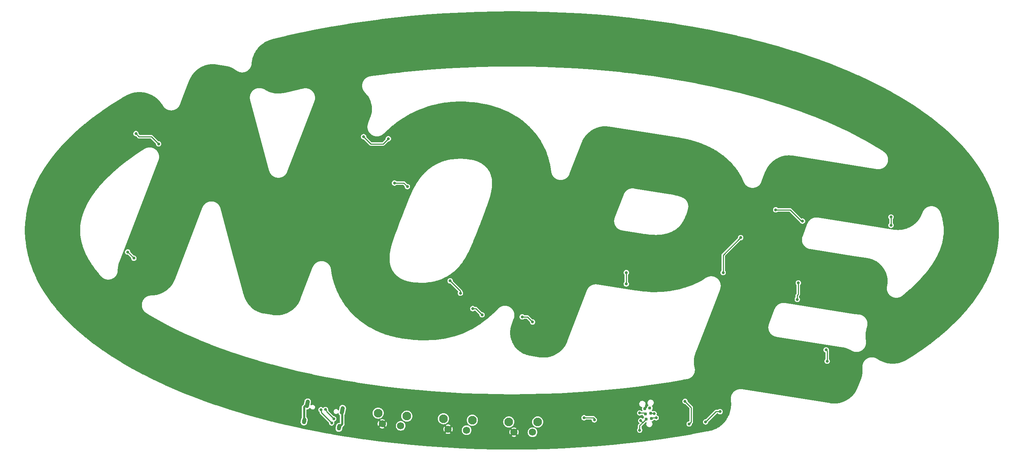
<source format=gbl>
%TF.GenerationSoftware,KiCad,Pcbnew,(7.0.0)*%
%TF.CreationDate,2023-11-20T00:40:35-04:00*%
%TF.ProjectId,nopesign,6e6f7065-7369-4676-9e2e-6b696361645f,rev?*%
%TF.SameCoordinates,Original*%
%TF.FileFunction,Copper,L2,Bot*%
%TF.FilePolarity,Positive*%
%FSLAX46Y46*%
G04 Gerber Fmt 4.6, Leading zero omitted, Abs format (unit mm)*
G04 Created by KiCad (PCBNEW (7.0.0)) date 2023-11-20 00:40:35*
%MOMM*%
%LPD*%
G01*
G04 APERTURE LIST*
G04 Aperture macros list*
%AMHorizOval*
0 Thick line with rounded ends*
0 $1 width*
0 $2 $3 position (X,Y) of the first rounded end (center of the circle)*
0 $4 $5 position (X,Y) of the second rounded end (center of the circle)*
0 Add line between two ends*
20,1,$1,$2,$3,$4,$5,0*
0 Add two circle primitives to create the rounded ends*
1,1,$1,$2,$3*
1,1,$1,$4,$5*%
G04 Aperture macros list end*
%TA.AperFunction,ComponentPad*%
%ADD10C,2.100000*%
%TD*%
%TA.AperFunction,ComponentPad*%
%ADD11C,1.750000*%
%TD*%
%TA.AperFunction,ComponentPad*%
%ADD12HorizOval,1.000000X-0.054671X-0.294976X0.054671X0.294976X0*%
%TD*%
%TA.AperFunction,ComponentPad*%
%ADD13HorizOval,1.000000X-0.100230X-0.540790X0.100230X0.540790X0*%
%TD*%
%TA.AperFunction,ConnectorPad*%
%ADD14C,0.787400*%
%TD*%
%TA.AperFunction,ViaPad*%
%ADD15C,0.700000*%
%TD*%
%TA.AperFunction,ViaPad*%
%ADD16C,5.000000*%
%TD*%
%TA.AperFunction,ViaPad*%
%ADD17C,1.000000*%
%TD*%
%TA.AperFunction,Conductor*%
%ADD18C,0.250000*%
%TD*%
%TA.AperFunction,Conductor*%
%ADD19C,0.500000*%
%TD*%
G04 APERTURE END LIST*
D10*
X156250000Y-131510000D03*
X149240000Y-131510000D03*
D11*
X155000000Y-134000000D03*
X150500000Y-134000000D03*
D10*
X140378603Y-131078832D03*
X133378210Y-130711957D03*
D11*
X139000000Y-133500000D03*
X134506167Y-133264488D03*
X118524651Y-131972399D03*
X123000000Y-132442777D03*
D10*
X117531830Y-129364334D03*
X124503428Y-130097078D03*
D12*
X108056313Y-132819674D03*
D13*
X108818057Y-128709669D03*
D12*
X99560990Y-131245159D03*
D13*
X100322735Y-127135154D03*
D14*
X183452070Y-128153985D03*
X182194430Y-128330734D03*
X183628820Y-129411625D03*
X182371180Y-129588375D03*
X183805570Y-130669266D03*
X182547930Y-130846015D03*
D15*
X108500000Y-123500000D03*
D16*
X240000000Y-103500000D03*
X199000000Y-121500000D03*
X108000000Y-49000000D03*
X157000000Y-87000000D03*
X244000000Y-70000000D03*
X66500000Y-60000000D03*
X56000000Y-100000000D03*
D15*
X219250000Y-101750000D03*
X226250000Y-114000000D03*
X64250000Y-64000000D03*
X56750000Y-90250000D03*
X177750000Y-98000000D03*
X106250000Y-131750000D03*
X103669069Y-128540466D03*
X104750000Y-128500000D03*
X106750000Y-130750000D03*
X113750000Y-125500000D03*
D17*
X89500000Y-119500000D03*
D15*
X58250000Y-91750000D03*
X58750000Y-61500000D03*
X155000000Y-107250000D03*
X142750000Y-105500000D03*
X140500000Y-104000000D03*
X152500000Y-106000000D03*
X137500000Y-100250000D03*
X135000000Y-97250000D03*
X121500000Y-73500000D03*
X124625000Y-74375000D03*
X242000000Y-81750000D03*
X242000000Y-83750000D03*
X220500000Y-82750000D03*
X214000000Y-80000000D03*
X201250000Y-95250000D03*
X205500000Y-86750000D03*
X177750000Y-95250000D03*
X219500000Y-97750000D03*
X226500000Y-116750000D03*
X120000000Y-62750000D03*
X114000000Y-62250000D03*
D17*
X233750000Y-97500000D03*
X228500000Y-97000000D03*
X245500000Y-78750000D03*
X240000000Y-78000000D03*
X233500000Y-76750000D03*
X228000000Y-76000000D03*
X218250000Y-75500000D03*
X220250000Y-70500000D03*
X214250000Y-84000000D03*
X212750000Y-89250000D03*
X221750000Y-95500000D03*
X216250000Y-95000000D03*
X209250000Y-98250000D03*
X207750000Y-103250000D03*
X157250000Y-106000000D03*
X155500000Y-111000000D03*
X176500000Y-92750000D03*
X182000000Y-93000000D03*
X192250000Y-92000000D03*
X196750000Y-88500000D03*
X200750000Y-78500000D03*
X199250000Y-73250000D03*
X189750000Y-68500000D03*
X184250000Y-68000000D03*
X171250000Y-70750000D03*
X172750000Y-65750000D03*
X167500000Y-79000000D03*
X166000000Y-84000000D03*
X162250000Y-92500000D03*
X160500000Y-97750000D03*
X118750000Y-71250000D03*
X117250000Y-76250000D03*
X113750000Y-84250000D03*
X112250000Y-89250000D03*
X114500000Y-99250000D03*
X118500000Y-103250000D03*
X128250000Y-105500000D03*
X133500000Y-104500000D03*
X142000000Y-100000000D03*
X145000000Y-95500000D03*
X149250000Y-87500000D03*
X150750000Y-82250000D03*
X153250000Y-73250000D03*
X152250000Y-68000000D03*
X144500000Y-60750000D03*
X139250000Y-59750000D03*
X125000000Y-64000000D03*
X129500000Y-61000000D03*
X107750000Y-56000000D03*
X106000000Y-61250000D03*
X102750000Y-68500000D03*
X101000000Y-73750000D03*
X97750000Y-81750000D03*
X96000000Y-86750000D03*
X93250000Y-97000000D03*
X91000000Y-91500000D03*
X88250000Y-83000000D03*
X86515300Y-77492954D03*
X84250000Y-69000000D03*
X82500000Y-63500000D03*
X77750000Y-51750000D03*
X76000000Y-56750000D03*
X72250000Y-64250000D03*
X70500000Y-69250000D03*
X67250000Y-77250000D03*
X65500000Y-82250000D03*
X62250000Y-89750000D03*
X60000000Y-94750000D03*
X70500000Y-117750000D03*
X56000000Y-110000000D03*
X44250000Y-100000000D03*
X38000000Y-85000000D03*
X43250000Y-70750000D03*
X53500000Y-61250000D03*
X96000000Y-45250000D03*
X101250000Y-43500000D03*
X111750000Y-42000000D03*
X117250000Y-40500000D03*
X127750000Y-40250000D03*
X133500000Y-39000000D03*
X144000000Y-39250000D03*
X149500000Y-38250000D03*
X159750000Y-39250000D03*
X165250000Y-38750000D03*
X175750000Y-40500000D03*
X181250000Y-40250000D03*
X191500000Y-42500000D03*
X197250000Y-43000000D03*
X208000000Y-46250000D03*
X213500000Y-47000000D03*
X222750000Y-50750000D03*
X228000000Y-52250000D03*
X238000000Y-57750000D03*
X243000000Y-59750000D03*
X250500000Y-66250000D03*
X254750000Y-69750000D03*
X259500000Y-79000000D03*
X261250000Y-84500000D03*
X255750000Y-99000000D03*
X258000000Y-94250000D03*
X243000000Y-109500000D03*
X247000000Y-106000000D03*
X222500000Y-118750000D03*
X227750000Y-119250000D03*
X216000000Y-117250000D03*
X210750000Y-116750000D03*
X203750000Y-112000000D03*
X202250000Y-117250000D03*
X88500000Y-121000000D03*
X87250000Y-125500000D03*
D15*
X84750000Y-123250000D03*
X143500000Y-127000000D03*
X180500000Y-125250000D03*
X200500000Y-129000000D03*
X197000000Y-131500000D03*
X181250000Y-131174500D03*
X190500000Y-130750000D03*
X95250000Y-120750000D03*
X127750000Y-126000000D03*
X158500000Y-126777047D03*
X170000000Y-131000000D03*
X167500000Y-130500000D03*
X181000000Y-133500000D03*
X193000000Y-132000000D03*
X192000000Y-126500000D03*
D17*
X102000000Y-125000000D03*
X108000000Y-126000000D03*
D15*
X103000000Y-122674500D03*
X181000000Y-129325500D03*
X185000000Y-130500000D03*
X184500000Y-129500000D03*
X173500000Y-135000000D03*
D17*
X56500000Y-57500000D03*
X45000000Y-66500000D03*
X37750000Y-77750000D03*
X40500000Y-97500000D03*
X51500000Y-109000000D03*
X65500000Y-117500000D03*
X80000000Y-123500000D03*
X95500000Y-127500000D03*
X112250000Y-131000000D03*
X128500000Y-133250000D03*
X144500000Y-134000000D03*
D15*
X185750000Y-126000000D03*
X197775889Y-126224111D03*
X190000000Y-123500000D03*
X176500000Y-132500000D03*
X173000000Y-130500000D03*
D17*
X160493908Y-133756092D03*
D18*
X181647473Y-131571973D02*
X181821973Y-131571973D01*
X181250000Y-131174500D02*
X181647473Y-131571973D01*
X141250000Y-104000000D02*
X140500000Y-104000000D01*
X142750000Y-105500000D02*
X141250000Y-104000000D01*
X153750000Y-106000000D02*
X155000000Y-107250000D01*
X152500000Y-106000000D02*
X153750000Y-106000000D01*
X124625000Y-74375000D02*
X123750000Y-73500000D01*
X123750000Y-73500000D02*
X121500000Y-73500000D01*
X137500000Y-99750000D02*
X137500000Y-100250000D01*
X135000000Y-97250000D02*
X137500000Y-99750000D01*
X242000000Y-83750000D02*
X242000000Y-81750000D01*
X217500000Y-80000000D02*
X214000000Y-80000000D01*
X220250000Y-82750000D02*
X217500000Y-80000000D01*
X220500000Y-82750000D02*
X220250000Y-82750000D01*
D19*
X99560991Y-127896900D02*
X100322736Y-127135155D01*
X99560991Y-131245160D02*
X99560991Y-127896900D01*
D18*
X219250000Y-100750000D02*
X219500000Y-100500000D01*
X219250000Y-101750000D02*
X219250000Y-100750000D01*
X226500000Y-114250000D02*
X226250000Y-114000000D01*
X226500000Y-116750000D02*
X226500000Y-114250000D01*
X59500000Y-62250000D02*
X58750000Y-61500000D01*
X62500000Y-62250000D02*
X59500000Y-62250000D01*
X64250000Y-64000000D02*
X62500000Y-62250000D01*
X58250000Y-91750000D02*
X56750000Y-90250000D01*
X177750000Y-98000000D02*
X177750000Y-95250000D01*
X103750000Y-129250000D02*
X103750000Y-128621397D01*
X106250000Y-131750000D02*
X103750000Y-129250000D01*
X103750000Y-128621397D02*
X103669069Y-128540466D01*
X105000000Y-128750000D02*
X105000000Y-129000000D01*
X105000000Y-129000000D02*
X106750000Y-130750000D01*
X104750000Y-128500000D02*
X105000000Y-128750000D01*
X201250000Y-91000000D02*
X205250000Y-87000000D01*
X205250000Y-87000000D02*
X205500000Y-86750000D01*
X201250000Y-95250000D02*
X201250000Y-91000000D01*
X219500000Y-100500000D02*
X219500000Y-97750000D01*
X118750000Y-64000000D02*
X120000000Y-62750000D01*
X115750000Y-64000000D02*
X118750000Y-64000000D01*
X114000000Y-62250000D02*
X115750000Y-64000000D01*
X199500000Y-129000000D02*
X200500000Y-129000000D01*
X197000000Y-131500000D02*
X199500000Y-129000000D01*
X181000000Y-132393945D02*
X181821973Y-131571973D01*
X181821973Y-131571973D02*
X182547930Y-130846015D01*
X181000000Y-133500000D02*
X181000000Y-132393945D01*
D19*
X108818058Y-132057931D02*
X108056314Y-132819675D01*
X108818058Y-128709670D02*
X108818058Y-132057931D01*
D18*
X170000000Y-130750000D02*
X170000000Y-131000000D01*
X169750000Y-130500000D02*
X170000000Y-130750000D01*
X167500000Y-130500000D02*
X169750000Y-130500000D01*
X193500000Y-131500000D02*
X193000000Y-132000000D01*
X193500000Y-129500000D02*
X193500000Y-131500000D01*
X193500000Y-128000000D02*
X193500000Y-129500000D01*
X192000000Y-126500000D02*
X193500000Y-128000000D01*
X182108305Y-129325500D02*
X182371180Y-129588375D01*
X181000000Y-129325500D02*
X182108305Y-129325500D01*
X183974836Y-130500000D02*
X183805570Y-130669266D01*
X185000000Y-130500000D02*
X183974836Y-130500000D01*
X184411625Y-129411625D02*
X183628820Y-129411625D01*
X184500000Y-129500000D02*
X184411625Y-129411625D01*
%TA.AperFunction,Conductor*%
G36*
X150017959Y-31800699D02*
G01*
X150058267Y-31800893D01*
X150058266Y-31800984D01*
X150058607Y-31800895D01*
X154003635Y-31830786D01*
X154003795Y-31830787D01*
X154040920Y-31831174D01*
X154040930Y-31831175D01*
X154083345Y-31831856D01*
X154114702Y-31832432D01*
X154115140Y-31832441D01*
X158064106Y-31922403D01*
X158064185Y-31922404D01*
X158101984Y-31923471D01*
X158101985Y-31923471D01*
X158101983Y-31923564D01*
X158102328Y-31923481D01*
X158139431Y-31924632D01*
X158173949Y-31925805D01*
X162113223Y-32075655D01*
X162113406Y-32075662D01*
X162144017Y-32076914D01*
X162144180Y-32076921D01*
X162183929Y-32078751D01*
X162221211Y-32080604D01*
X166147203Y-32290142D01*
X166147465Y-32290156D01*
X166181587Y-32292084D01*
X166220751Y-32294487D01*
X166256358Y-32296826D01*
X166256524Y-32296837D01*
X170156253Y-32565326D01*
X170156511Y-32565344D01*
X170194299Y-32568157D01*
X170232566Y-32571092D01*
X170274136Y-32574384D01*
X170274585Y-32574421D01*
X174146361Y-32901677D01*
X174183375Y-32904938D01*
X174183705Y-32904968D01*
X174226077Y-32908961D01*
X174259617Y-32912192D01*
X174263084Y-32912527D01*
X174263581Y-32912575D01*
X178105798Y-33298204D01*
X178106150Y-33298241D01*
X178143601Y-33302179D01*
X178143888Y-33302283D01*
X178143896Y-33302210D01*
X178188755Y-33307035D01*
X178189400Y-33307107D01*
X178220102Y-33310611D01*
X178220287Y-33310633D01*
X181359576Y-33676365D01*
X182040546Y-33755699D01*
X182071351Y-33759350D01*
X182072179Y-33759451D01*
X182098523Y-33762756D01*
X182116270Y-33764984D01*
X182147592Y-33769031D01*
X182147820Y-33769061D01*
X185928983Y-34271630D01*
X185929468Y-34271696D01*
X185956052Y-34275383D01*
X186005930Y-34282455D01*
X186041236Y-34287565D01*
X186041570Y-34287614D01*
X188509625Y-34657089D01*
X189775331Y-34846570D01*
X189775838Y-34846647D01*
X189808852Y-34851729D01*
X189809461Y-34851824D01*
X189856321Y-34859276D01*
X189856556Y-34859314D01*
X189879362Y-34862985D01*
X189890487Y-34864777D01*
X189890556Y-34864788D01*
X189891192Y-34864891D01*
X193572845Y-35479383D01*
X193608603Y-35485438D01*
X193609231Y-35485546D01*
X193658884Y-35494288D01*
X193659368Y-35494375D01*
X193666080Y-35495589D01*
X193691607Y-35500210D01*
X197325736Y-36170917D01*
X197326058Y-36170978D01*
X197354676Y-36176438D01*
X197354677Y-36176438D01*
X197354668Y-36176485D01*
X197354889Y-36176479D01*
X197411087Y-36187305D01*
X197445458Y-36194122D01*
X201012796Y-36917328D01*
X201012947Y-36917359D01*
X201049624Y-36925004D01*
X201102689Y-36936256D01*
X201103140Y-36936353D01*
X201135822Y-36943443D01*
X204646205Y-37721086D01*
X204646395Y-37721128D01*
X204646714Y-37721199D01*
X204687586Y-37730440D01*
X204688025Y-37730541D01*
X204734409Y-37741322D01*
X204734748Y-37741401D01*
X204772434Y-37750313D01*
X208212295Y-38579339D01*
X208212612Y-38579496D01*
X208212631Y-38579421D01*
X208242682Y-38586753D01*
X208252286Y-38589096D01*
X208252986Y-38589269D01*
X208304758Y-38602287D01*
X208346690Y-38613012D01*
X208346882Y-38613062D01*
X211712810Y-39492449D01*
X211753385Y-39503270D01*
X211753547Y-39503313D01*
X211776410Y-39509533D01*
X211807607Y-39518022D01*
X211807874Y-39518095D01*
X211821429Y-39521815D01*
X211846847Y-39528792D01*
X211847504Y-39528975D01*
X214784429Y-40358275D01*
X215134409Y-40457099D01*
X215134942Y-40457251D01*
X215180628Y-40470372D01*
X215181329Y-40470575D01*
X215235420Y-40486455D01*
X215235864Y-40486587D01*
X215275975Y-40498592D01*
X215276489Y-40498748D01*
X218486743Y-41476087D01*
X218487261Y-41476246D01*
X218532167Y-41490132D01*
X218532836Y-41490340D01*
X218588247Y-41507852D01*
X218588836Y-41508041D01*
X218627983Y-41520709D01*
X218628378Y-41520937D01*
X218628408Y-41520847D01*
X221759236Y-42546535D01*
X221760009Y-42546792D01*
X221801021Y-42560527D01*
X221801448Y-42560671D01*
X221857852Y-42579789D01*
X221858708Y-42580082D01*
X221904795Y-42596079D01*
X221905313Y-42596260D01*
X222226253Y-42709252D01*
X224940945Y-43665003D01*
X224941531Y-43665212D01*
X224984534Y-43680688D01*
X224984736Y-43680762D01*
X225047651Y-43703711D01*
X225048306Y-43703952D01*
X225091841Y-43720110D01*
X225092297Y-43720281D01*
X227160630Y-44502006D01*
X228037551Y-44833438D01*
X228038176Y-44833676D01*
X228086465Y-44852225D01*
X228087137Y-44852485D01*
X228146017Y-44875533D01*
X228146714Y-44875809D01*
X228196566Y-44895734D01*
X228196917Y-44895876D01*
X231040299Y-46048637D01*
X231040789Y-46048837D01*
X231091822Y-46069896D01*
X231092323Y-46070104D01*
X231157665Y-46097548D01*
X231158100Y-46097733D01*
X231177426Y-46105987D01*
X231206539Y-46118422D01*
X231207220Y-46118714D01*
X233952264Y-47312207D01*
X233952757Y-47312424D01*
X234001626Y-47334118D01*
X234001800Y-47334196D01*
X234072402Y-47365956D01*
X234073037Y-47366245D01*
X234123301Y-47389317D01*
X236763930Y-48620458D01*
X236764682Y-48620813D01*
X236816893Y-48645630D01*
X236817570Y-48645953D01*
X236889097Y-48680516D01*
X236889472Y-48680697D01*
X236890147Y-48681026D01*
X236929356Y-48700283D01*
X236943967Y-48707459D01*
X236944758Y-48707851D01*
X239473492Y-49972660D01*
X239473639Y-49972734D01*
X239531013Y-50001902D01*
X239531706Y-50002259D01*
X239603068Y-50039241D01*
X239603869Y-50039659D01*
X239657901Y-50068197D01*
X239658506Y-50068520D01*
X242067450Y-51361912D01*
X242080551Y-51368946D01*
X242081303Y-51369353D01*
X242138811Y-51400833D01*
X242139477Y-51401201D01*
X242146233Y-51404959D01*
X242212322Y-51441720D01*
X242214960Y-51443187D01*
X242215746Y-51443628D01*
X242272690Y-51475863D01*
X242273448Y-51476296D01*
X244581481Y-52808058D01*
X244581999Y-52808360D01*
X244640224Y-52842538D01*
X244640955Y-52842971D01*
X244718091Y-52889198D01*
X244718848Y-52889657D01*
X244778663Y-52926154D01*
X244779388Y-52926600D01*
X246968158Y-54285580D01*
X246969051Y-54286140D01*
X247032118Y-54326076D01*
X247032725Y-54326464D01*
X247113321Y-54378493D01*
X247114053Y-54378970D01*
X247173999Y-54418360D01*
X247174838Y-54418916D01*
X249246916Y-55806162D01*
X249247415Y-55806499D01*
X249310128Y-55849320D01*
X249310948Y-55849886D01*
X249393456Y-55907366D01*
X249394319Y-55907972D01*
X249402245Y-55913596D01*
X249460941Y-55955240D01*
X249461785Y-55955844D01*
X251404664Y-57361468D01*
X251405801Y-57362301D01*
X251426859Y-57377965D01*
X251473477Y-57412642D01*
X251474149Y-57413146D01*
X251560231Y-57478089D01*
X251560677Y-57478427D01*
X251627529Y-57529337D01*
X251628938Y-57530426D01*
X253449241Y-58958420D01*
X253449966Y-58958993D01*
X253460305Y-58967236D01*
X253519396Y-59014350D01*
X253520662Y-59015373D01*
X253610984Y-59089447D01*
X253611680Y-59090024D01*
X253672463Y-59140890D01*
X253676588Y-59144342D01*
X253677493Y-59145107D01*
X254034442Y-59449756D01*
X255370356Y-60589932D01*
X255371256Y-60590708D01*
X255444941Y-60654828D01*
X255445996Y-60655756D01*
X255534795Y-60734813D01*
X255536172Y-60736058D01*
X255606684Y-60800753D01*
X255607343Y-60801362D01*
X256712764Y-61831962D01*
X257170530Y-62258744D01*
X257171402Y-62259564D01*
X257245089Y-62329605D01*
X257246204Y-62330679D01*
X257339600Y-62421701D01*
X257341154Y-62423243D01*
X257369018Y-62451375D01*
X257410436Y-62493191D01*
X257410940Y-62493703D01*
X258066650Y-63165414D01*
X258846140Y-63963926D01*
X258847186Y-63965011D01*
X258920860Y-64042424D01*
X258921541Y-64043147D01*
X258921640Y-64043253D01*
X259016861Y-64145401D01*
X259018211Y-64146873D01*
X259089389Y-64225739D01*
X259090287Y-64226746D01*
X260063726Y-65329206D01*
X260211543Y-65496616D01*
X260392524Y-65701584D01*
X260393797Y-65703048D01*
X260467162Y-65788804D01*
X260468000Y-65789794D01*
X260563891Y-65904285D01*
X260564911Y-65905519D01*
X260638205Y-65995361D01*
X260639321Y-65996749D01*
X261576471Y-67179766D01*
X261808033Y-67472081D01*
X261809362Y-67473758D01*
X261810559Y-67475294D01*
X261883982Y-67571031D01*
X261884910Y-67572257D01*
X261981637Y-67701673D01*
X261982578Y-67702948D01*
X262052983Y-67799701D01*
X262054167Y-67801357D01*
X263092140Y-69278137D01*
X263093279Y-69279786D01*
X263166733Y-69387968D01*
X263167615Y-69389287D01*
X263249635Y-69513844D01*
X263260395Y-69530184D01*
X263261336Y-69531636D01*
X263330888Y-69640539D01*
X263331951Y-69642233D01*
X264099153Y-70887333D01*
X264239346Y-71114855D01*
X264240805Y-71117222D01*
X264241575Y-71118488D01*
X264271437Y-71168293D01*
X264312000Y-71235945D01*
X264313310Y-71238183D01*
X264401642Y-71392746D01*
X264402456Y-71394194D01*
X264469287Y-71514858D01*
X264470355Y-71516827D01*
X264845428Y-72223869D01*
X265238952Y-72965692D01*
X265248939Y-72984517D01*
X265249786Y-72986143D01*
X265315808Y-73115509D01*
X265316665Y-73117222D01*
X265391637Y-73270259D01*
X265400497Y-73288343D01*
X265401395Y-73290216D01*
X265462282Y-73420279D01*
X265463165Y-73422207D01*
X265697742Y-73946640D01*
X266108926Y-74865907D01*
X266115951Y-74881611D01*
X266116949Y-74883906D01*
X266175886Y-75023142D01*
X266176693Y-75025095D01*
X266251290Y-75210046D01*
X266251854Y-75211470D01*
X266307250Y-75353859D01*
X266308207Y-75356400D01*
X266836183Y-76806694D01*
X266837002Y-76809013D01*
X266848684Y-76843197D01*
X266886955Y-76955189D01*
X266888538Y-76959819D01*
X266889143Y-76961640D01*
X266953074Y-77159286D01*
X266953625Y-77161035D01*
X267000289Y-77313229D01*
X267001086Y-77315940D01*
X267406663Y-78754971D01*
X267407286Y-78757265D01*
X267449270Y-78917965D01*
X267449828Y-78920185D01*
X267500121Y-79128322D01*
X267500565Y-79130225D01*
X267536768Y-79291116D01*
X267537354Y-79293866D01*
X267825404Y-80724754D01*
X267825954Y-80727661D01*
X267855645Y-80895791D01*
X267855897Y-80897270D01*
X267891574Y-81114628D01*
X267892052Y-81117798D01*
X267914814Y-81283103D01*
X267915082Y-81285180D01*
X268087148Y-82712827D01*
X268087421Y-82715297D01*
X268104623Y-82886908D01*
X268104819Y-82889056D01*
X268123050Y-83109492D01*
X268123282Y-83112848D01*
X268132786Y-83284288D01*
X268132874Y-83286133D01*
X268190582Y-84710684D01*
X268190654Y-84712970D01*
X268194465Y-84885845D01*
X268194495Y-84888578D01*
X268194495Y-85111442D01*
X268194465Y-85114175D01*
X268190654Y-85287039D01*
X268190582Y-85289325D01*
X268132872Y-86713904D01*
X268132784Y-86715749D01*
X268123283Y-86887135D01*
X268123051Y-86890492D01*
X268104816Y-87110967D01*
X268104620Y-87113113D01*
X268087420Y-87284707D01*
X268087147Y-87287178D01*
X267915084Y-88714798D01*
X267914816Y-88716874D01*
X267892051Y-88882208D01*
X267891572Y-88885380D01*
X267855895Y-89102722D01*
X267855640Y-89104218D01*
X267825962Y-89272134D01*
X267825418Y-89275016D01*
X267537350Y-90706449D01*
X267536763Y-90709205D01*
X267500568Y-90870070D01*
X267500113Y-90872015D01*
X267449833Y-91079790D01*
X267449285Y-91081969D01*
X267407269Y-91242788D01*
X267406646Y-91245082D01*
X267001092Y-92684032D01*
X267000295Y-92686743D01*
X266953648Y-92838882D01*
X266953077Y-92840695D01*
X266889161Y-93038297D01*
X266888516Y-93040234D01*
X266837011Y-93190948D01*
X266836193Y-93193267D01*
X266308189Y-94643642D01*
X266307236Y-94646173D01*
X266251927Y-94788376D01*
X266251356Y-94789819D01*
X266176683Y-94974917D01*
X266175879Y-94976861D01*
X266116936Y-95116110D01*
X266115937Y-95118405D01*
X265463191Y-96577717D01*
X265462303Y-96579659D01*
X265401438Y-96709676D01*
X265400489Y-96711657D01*
X265316641Y-96882807D01*
X265315734Y-96884620D01*
X265249890Y-97013638D01*
X265248964Y-97015417D01*
X264469147Y-98484242D01*
X264468224Y-98485948D01*
X264402360Y-98605455D01*
X264401453Y-98607072D01*
X264312886Y-98762239D01*
X264311770Y-98764155D01*
X264295101Y-98792182D01*
X264245910Y-98874893D01*
X264241493Y-98882319D01*
X264240464Y-98884018D01*
X263331796Y-100357608D01*
X263330859Y-100359102D01*
X263261136Y-100468653D01*
X263260154Y-100470172D01*
X263167652Y-100610940D01*
X263166582Y-100612541D01*
X263093354Y-100720294D01*
X263092240Y-100721907D01*
X262054115Y-102198703D01*
X262052973Y-102200299D01*
X262033618Y-102226898D01*
X261982663Y-102296922D01*
X261981723Y-102298196D01*
X261884874Y-102427778D01*
X261883944Y-102429007D01*
X261810559Y-102524692D01*
X261809363Y-102526226D01*
X260639349Y-104003202D01*
X260638234Y-104004589D01*
X260564877Y-104094510D01*
X260563856Y-104095745D01*
X260468095Y-104210081D01*
X260467254Y-104211074D01*
X260393792Y-104296938D01*
X260392523Y-104298399D01*
X259090210Y-105773327D01*
X259089361Y-105774278D01*
X259034598Y-105834959D01*
X259018221Y-105853106D01*
X259016868Y-105854581D01*
X258921694Y-105956677D01*
X258920815Y-105957609D01*
X258847193Y-106034967D01*
X258846102Y-106036100D01*
X257410949Y-107506277D01*
X257410317Y-107506919D01*
X257341161Y-107576741D01*
X257339605Y-107578285D01*
X257246213Y-107669300D01*
X257245101Y-107670370D01*
X257171441Y-107740389D01*
X257170567Y-107741212D01*
X255607303Y-109198666D01*
X255606578Y-109199337D01*
X255536265Y-109263851D01*
X255534883Y-109265100D01*
X255445936Y-109344284D01*
X255444884Y-109345209D01*
X255371217Y-109409313D01*
X255370317Y-109410089D01*
X253677517Y-110854860D01*
X253676598Y-110855637D01*
X253611757Y-110909899D01*
X253610809Y-110910684D01*
X253520714Y-110984571D01*
X253519387Y-110985644D01*
X253449915Y-111041037D01*
X253449145Y-111041646D01*
X251628928Y-112469572D01*
X251627517Y-112470663D01*
X251560654Y-112521579D01*
X251560212Y-112521914D01*
X251474177Y-112586823D01*
X251473503Y-112587327D01*
X251405876Y-112637632D01*
X251404550Y-112638605D01*
X249461069Y-114044631D01*
X249460174Y-114045273D01*
X249394714Y-114091750D01*
X249393798Y-114092394D01*
X249310974Y-114150082D01*
X249310024Y-114150737D01*
X249247587Y-114193368D01*
X249246653Y-114194000D01*
X247176287Y-115580172D01*
X247175287Y-115580835D01*
X247112104Y-115622258D01*
X247111340Y-115622754D01*
X247059939Y-115655916D01*
X247032017Y-115673930D01*
X247032012Y-115673933D01*
X247031099Y-115674517D01*
X246970419Y-115712918D01*
X246969523Y-115713479D01*
X245916352Y-116367469D01*
X245912703Y-116369649D01*
X245658596Y-116515618D01*
X245654884Y-116517667D01*
X245345711Y-116681474D01*
X245339011Y-116684769D01*
X244868021Y-116899066D01*
X244861121Y-116901958D01*
X244656698Y-116980460D01*
X244650548Y-116982638D01*
X244223734Y-117121258D01*
X244217520Y-117123098D01*
X243996386Y-117182342D01*
X243990066Y-117183859D01*
X243550959Y-117277150D01*
X243544616Y-117278326D01*
X243318723Y-117314158D01*
X243312263Y-117315009D01*
X242865570Y-117361975D01*
X242859079Y-117362486D01*
X242630884Y-117374418D01*
X242624409Y-117374587D01*
X242175582Y-117374587D01*
X242169107Y-117374418D01*
X241940908Y-117362485D01*
X241934417Y-117361974D01*
X241487720Y-117315009D01*
X241481258Y-117314158D01*
X241255399Y-117278329D01*
X241249058Y-117277153D01*
X240809933Y-117183859D01*
X240803623Y-117182344D01*
X240693554Y-117152856D01*
X240582518Y-117123108D01*
X240576290Y-117121263D01*
X240149584Y-116982617D01*
X240143490Y-116980460D01*
X239929667Y-116898435D01*
X239923633Y-116895936D01*
X239514238Y-116713615D01*
X239508366Y-116710813D01*
X239303729Y-116606490D01*
X239298051Y-116603406D01*
X238909822Y-116379280D01*
X238904321Y-116375911D01*
X238740336Y-116269467D01*
X238738668Y-116268126D01*
X238738578Y-116268261D01*
X238698424Y-116241292D01*
X238694684Y-116238679D01*
X238683111Y-116230272D01*
X238683107Y-116230269D01*
X238678475Y-116226905D01*
X238676596Y-116226012D01*
X238671088Y-116221932D01*
X238669166Y-116219387D01*
X238628088Y-116193948D01*
X238624237Y-116191463D01*
X238612387Y-116183504D01*
X238612381Y-116183500D01*
X238607629Y-116180309D01*
X238603178Y-116178392D01*
X238599763Y-116176406D01*
X238539754Y-116139243D01*
X238534867Y-116135786D01*
X238529378Y-116129388D01*
X238491536Y-116109101D01*
X238484850Y-116105244D01*
X238472431Y-116097553D01*
X238467081Y-116095480D01*
X238461951Y-116092925D01*
X238461978Y-116092870D01*
X238456940Y-116090554D01*
X238414132Y-116067605D01*
X238408853Y-116064348D01*
X238402869Y-116058209D01*
X238392423Y-116053436D01*
X238392417Y-116053432D01*
X238364035Y-116040465D01*
X238356980Y-116036967D01*
X238349386Y-116032896D01*
X238349380Y-116032893D01*
X238344337Y-116030190D01*
X238338880Y-116028458D01*
X238333597Y-116026226D01*
X238333612Y-116026190D01*
X238328349Y-116024161D01*
X238303483Y-116012801D01*
X238299602Y-116010707D01*
X238294334Y-116005840D01*
X238283646Y-116001618D01*
X238283644Y-116001617D01*
X238252438Y-115989291D01*
X238246469Y-115986751D01*
X238236456Y-115982176D01*
X238236447Y-115982172D01*
X238231251Y-115979799D01*
X238225704Y-115978419D01*
X238221165Y-115976833D01*
X238216521Y-115975106D01*
X238192568Y-115965645D01*
X238188583Y-115963757D01*
X238183070Y-115959175D01*
X238140352Y-115944838D01*
X238134262Y-115942616D01*
X238124031Y-115938575D01*
X238124024Y-115938573D01*
X238118702Y-115936471D01*
X238113078Y-115935381D01*
X238108536Y-115934057D01*
X238103799Y-115932572D01*
X238079488Y-115924413D01*
X238075346Y-115922711D01*
X238069549Y-115918391D01*
X238058480Y-115915316D01*
X238058478Y-115915315D01*
X238026225Y-115906356D01*
X238019967Y-115904438D01*
X238009640Y-115900972D01*
X238009629Y-115900969D01*
X238004207Y-115899150D01*
X237998536Y-115898356D01*
X237993606Y-115897195D01*
X237988885Y-115895984D01*
X237964318Y-115889160D01*
X237960167Y-115887704D01*
X237954204Y-115883728D01*
X237942991Y-115881237D01*
X237942989Y-115881236D01*
X237910200Y-115873952D01*
X237903908Y-115872380D01*
X237893316Y-115869438D01*
X237893315Y-115869437D01*
X237887797Y-115867905D01*
X237882095Y-115867412D01*
X237877441Y-115866572D01*
X237872583Y-115865595D01*
X237847529Y-115860029D01*
X237843385Y-115858814D01*
X237837286Y-115855188D01*
X237825957Y-115853280D01*
X237825954Y-115853279D01*
X237792732Y-115847685D01*
X237786437Y-115846457D01*
X237775576Y-115844044D01*
X237775571Y-115844043D01*
X237769983Y-115842802D01*
X237764260Y-115842608D01*
X237759948Y-115842061D01*
X237754971Y-115841326D01*
X237729471Y-115837032D01*
X237725235Y-115836025D01*
X237718942Y-115832714D01*
X237707535Y-115831397D01*
X237707527Y-115831395D01*
X237674090Y-115827537D01*
X237667717Y-115826634D01*
X237656788Y-115824794D01*
X237651134Y-115823842D01*
X237645401Y-115823944D01*
X237640978Y-115823615D01*
X237635981Y-115823140D01*
X237610327Y-115820179D01*
X237605807Y-115819354D01*
X237599149Y-115816294D01*
X237587687Y-115815591D01*
X237587679Y-115815589D01*
X237554438Y-115813551D01*
X237547818Y-115812967D01*
X237537174Y-115811739D01*
X237537167Y-115811738D01*
X237531475Y-115811082D01*
X237525758Y-115811482D01*
X237520160Y-115811356D01*
X237515365Y-115811155D01*
X237490241Y-115809615D01*
X237486089Y-115809079D01*
X237479627Y-115806498D01*
X237468137Y-115806377D01*
X237468136Y-115806377D01*
X237434236Y-115806021D01*
X237427953Y-115805796D01*
X237416618Y-115805101D01*
X237416614Y-115805101D01*
X237410903Y-115804751D01*
X237405223Y-115805455D01*
X237401555Y-115805570D01*
X237396397Y-115805623D01*
X237370286Y-115805349D01*
X237365717Y-115805000D01*
X237358786Y-115802654D01*
X237347310Y-115803148D01*
X237314025Y-115804581D01*
X237307398Y-115804689D01*
X237296641Y-115804576D01*
X237296631Y-115804576D01*
X237290909Y-115804517D01*
X237285270Y-115805509D01*
X237279696Y-115805967D01*
X237274894Y-115806267D01*
X237249683Y-115807353D01*
X237245240Y-115807250D01*
X237238313Y-115805304D01*
X237226876Y-115806401D01*
X237193506Y-115809602D01*
X237187004Y-115810054D01*
X237176062Y-115810525D01*
X237176057Y-115810525D01*
X237170339Y-115810772D01*
X237164764Y-115812064D01*
X237159932Y-115812723D01*
X237155033Y-115813292D01*
X237129603Y-115815731D01*
X237125382Y-115815852D01*
X237118559Y-115814306D01*
X237107198Y-115815984D01*
X237107194Y-115815984D01*
X237073689Y-115820933D01*
X237067418Y-115821697D01*
X237056189Y-115822774D01*
X237056183Y-115822775D01*
X237050493Y-115823321D01*
X237045002Y-115824901D01*
X237041211Y-115825623D01*
X237036174Y-115826474D01*
X237010377Y-115830286D01*
X237005837Y-115830654D01*
X236998653Y-115829424D01*
X236987394Y-115831705D01*
X236987388Y-115831706D01*
X236954688Y-115838334D01*
X236948191Y-115839472D01*
X236931837Y-115841889D01*
X236926423Y-115843751D01*
X236921166Y-115845033D01*
X236916444Y-115846086D01*
X236891556Y-115851131D01*
X236887204Y-115851716D01*
X236880106Y-115850880D01*
X236868984Y-115853745D01*
X236868981Y-115853746D01*
X236836450Y-115862129D01*
X236830152Y-115863578D01*
X236819329Y-115865772D01*
X236819319Y-115865774D01*
X236813710Y-115866912D01*
X236808401Y-115869061D01*
X236803951Y-115870401D01*
X236799154Y-115871740D01*
X236774374Y-115878125D01*
X236770041Y-115878940D01*
X236762898Y-115878475D01*
X236751947Y-115881916D01*
X236751942Y-115881917D01*
X236719894Y-115891989D01*
X236713669Y-115893768D01*
X236703009Y-115896515D01*
X236702996Y-115896519D01*
X236697458Y-115897947D01*
X236692276Y-115900367D01*
X236687862Y-115901952D01*
X236683153Y-115903536D01*
X236658589Y-115911256D01*
X236654268Y-115912306D01*
X236647070Y-115912217D01*
X236636307Y-115916232D01*
X236636306Y-115916233D01*
X236604911Y-115927947D01*
X236598751Y-115930063D01*
X236588300Y-115933348D01*
X236588297Y-115933349D01*
X236582832Y-115935067D01*
X236577778Y-115937757D01*
X236573235Y-115939662D01*
X236568657Y-115941474D01*
X236544680Y-115950421D01*
X236540407Y-115951701D01*
X236533211Y-115951991D01*
X236522679Y-115956565D01*
X236522677Y-115956566D01*
X236491941Y-115969916D01*
X236485901Y-115972353D01*
X236475644Y-115976181D01*
X236475635Y-115976185D01*
X236470271Y-115978187D01*
X236465368Y-115981138D01*
X236460920Y-115983284D01*
X236456451Y-115985331D01*
X236433033Y-115995504D01*
X236429020Y-115996937D01*
X236422027Y-115997579D01*
X236411742Y-116002687D01*
X236411741Y-116002688D01*
X236405396Y-116005840D01*
X236383533Y-116016700D01*
X236381461Y-116017729D01*
X236375707Y-116020405D01*
X236365400Y-116024882D01*
X236365392Y-116024886D01*
X236360142Y-116027167D01*
X236355401Y-116030371D01*
X236351879Y-116032306D01*
X236347367Y-116034664D01*
X236324292Y-116046126D01*
X236320128Y-116047862D01*
X236312946Y-116048908D01*
X236302944Y-116054556D01*
X236302939Y-116054558D01*
X236273828Y-116070998D01*
X236268028Y-116074074D01*
X236258311Y-116078901D01*
X236258302Y-116078906D01*
X236253184Y-116081449D01*
X236248622Y-116084886D01*
X236244168Y-116087638D01*
X236239977Y-116090115D01*
X236217750Y-116102667D01*
X236213788Y-116104570D01*
X236206782Y-116105967D01*
X236197093Y-116112126D01*
X236197087Y-116112129D01*
X236168713Y-116130168D01*
X236163172Y-116133491D01*
X236153578Y-116138909D01*
X236153570Y-116138914D01*
X236148587Y-116141729D01*
X236144201Y-116145413D01*
X236140401Y-116148050D01*
X236136256Y-116150803D01*
X236114517Y-116164624D01*
X236110677Y-116166721D01*
X236103767Y-116168478D01*
X236094412Y-116175133D01*
X236094405Y-116175137D01*
X236067004Y-116194633D01*
X236061654Y-116198234D01*
X236052319Y-116204169D01*
X236052314Y-116204172D01*
X236047487Y-116207242D01*
X236043303Y-116211147D01*
X236039702Y-116213935D01*
X236035697Y-116216908D01*
X236014708Y-116231843D01*
X236010903Y-116234187D01*
X236004019Y-116236329D01*
X235995025Y-116243470D01*
X235995024Y-116243471D01*
X235968768Y-116264319D01*
X235963556Y-116268238D01*
X235954666Y-116274563D01*
X235954656Y-116274570D01*
X235949998Y-116277886D01*
X235946023Y-116282003D01*
X235942256Y-116285247D01*
X235938477Y-116288371D01*
X235918425Y-116304293D01*
X235914752Y-116306834D01*
X235907986Y-116309338D01*
X235899386Y-116316938D01*
X235899378Y-116316944D01*
X235874281Y-116339127D01*
X235869280Y-116343318D01*
X235860724Y-116350112D01*
X235860713Y-116350121D01*
X235856238Y-116353676D01*
X235852490Y-116357992D01*
X235848851Y-116361476D01*
X235845239Y-116364799D01*
X235826175Y-116381650D01*
X235822787Y-116384263D01*
X235816317Y-116387043D01*
X235808114Y-116395080D01*
X235808112Y-116395082D01*
X235783985Y-116418723D01*
X235779329Y-116423056D01*
X235770930Y-116430480D01*
X235770922Y-116430488D01*
X235766635Y-116434278D01*
X235763113Y-116438794D01*
X235760314Y-116441773D01*
X235756774Y-116445386D01*
X235738302Y-116463487D01*
X235734854Y-116466447D01*
X235728313Y-116469681D01*
X235720551Y-116478143D01*
X235720548Y-116478146D01*
X235697983Y-116502749D01*
X235693395Y-116507491D01*
X235685688Y-116515044D01*
X235681601Y-116519049D01*
X235678321Y-116523733D01*
X235674816Y-116527868D01*
X235671618Y-116531495D01*
X235654520Y-116550137D01*
X235651406Y-116553107D01*
X235645244Y-116556560D01*
X235637930Y-116565409D01*
X235637926Y-116565413D01*
X235616429Y-116591425D01*
X235612238Y-116596239D01*
X235604685Y-116604474D01*
X235604679Y-116604481D01*
X235600815Y-116608695D01*
X235597785Y-116613553D01*
X235595254Y-116616885D01*
X235592114Y-116620847D01*
X235575606Y-116640823D01*
X235572509Y-116644103D01*
X235566377Y-116647980D01*
X235559541Y-116657206D01*
X235559539Y-116657209D01*
X235539643Y-116684065D01*
X235535599Y-116689232D01*
X235525026Y-116702027D01*
X235522256Y-116707026D01*
X235519297Y-116711368D01*
X235516475Y-116715339D01*
X235501359Y-116735743D01*
X235498554Y-116739045D01*
X235492769Y-116743136D01*
X235486423Y-116752698D01*
X235486420Y-116752702D01*
X235467784Y-116780786D01*
X235464104Y-116786031D01*
X235457472Y-116794983D01*
X235457462Y-116794998D01*
X235454062Y-116799589D01*
X235451559Y-116804731D01*
X235449317Y-116808428D01*
X235446621Y-116812676D01*
X235432232Y-116834361D01*
X235429548Y-116837876D01*
X235423917Y-116842318D01*
X235418076Y-116852207D01*
X235418075Y-116852209D01*
X235401002Y-116881117D01*
X235397560Y-116886611D01*
X235391482Y-116895770D01*
X235391474Y-116895783D01*
X235388316Y-116900544D01*
X235386082Y-116905808D01*
X235383826Y-116910005D01*
X235381395Y-116914317D01*
X235368358Y-116936393D01*
X235365800Y-116940136D01*
X235360339Y-116944937D01*
X235355035Y-116955117D01*
X235355031Y-116955123D01*
X235339602Y-116984740D01*
X235336406Y-116990496D01*
X235330898Y-116999822D01*
X235330890Y-116999837D01*
X235327985Y-117004758D01*
X235326031Y-117010130D01*
X235323748Y-117014968D01*
X235321591Y-117019314D01*
X235309939Y-117041682D01*
X235307694Y-117045368D01*
X235302628Y-117050308D01*
X235297855Y-117060751D01*
X235297854Y-117060754D01*
X235283831Y-117091442D01*
X235281024Y-117097187D01*
X235275875Y-117107070D01*
X235275869Y-117107082D01*
X235273228Y-117112154D01*
X235271561Y-117117626D01*
X235269950Y-117121572D01*
X235267954Y-117126185D01*
X235260106Y-117143361D01*
X235257224Y-117149668D01*
X235255133Y-117153541D01*
X235250282Y-117158792D01*
X235246061Y-117169469D01*
X235246059Y-117169473D01*
X235233696Y-117200748D01*
X235231167Y-117206687D01*
X235226587Y-117216712D01*
X235226584Y-117216719D01*
X235224206Y-117221925D01*
X235222824Y-117227478D01*
X235221303Y-117231831D01*
X235219563Y-117236506D01*
X235210084Y-117260484D01*
X235208162Y-117264540D01*
X235203539Y-117270109D01*
X235199889Y-117280993D01*
X235199886Y-117281000D01*
X235189249Y-117312727D01*
X235187003Y-117318881D01*
X235183006Y-117328994D01*
X235183004Y-117329000D01*
X235180900Y-117334324D01*
X235179810Y-117339940D01*
X235178376Y-117344853D01*
X235176915Y-117349516D01*
X235168787Y-117373760D01*
X235167114Y-117377831D01*
X235162836Y-117383570D01*
X235159758Y-117394635D01*
X235159758Y-117394637D01*
X235150757Y-117427005D01*
X235148866Y-117433175D01*
X235143538Y-117449072D01*
X235142747Y-117454730D01*
X235141672Y-117459301D01*
X235140438Y-117464111D01*
X235133611Y-117488662D01*
X235132176Y-117492748D01*
X235128239Y-117498642D01*
X235125739Y-117509848D01*
X235125737Y-117509854D01*
X235118400Y-117542745D01*
X235116845Y-117548958D01*
X235113860Y-117559695D01*
X235112327Y-117565209D01*
X235111833Y-117570903D01*
X235111059Y-117575186D01*
X235110064Y-117580116D01*
X235104438Y-117605340D01*
X235103176Y-117609638D01*
X235099488Y-117615845D01*
X235097582Y-117627168D01*
X235097583Y-117627168D01*
X235092027Y-117660188D01*
X235090775Y-117666595D01*
X235088397Y-117677257D01*
X235088395Y-117677265D01*
X235087151Y-117682848D01*
X235086952Y-117688568D01*
X235086317Y-117693543D01*
X235085598Y-117698400D01*
X235081327Y-117723786D01*
X235080297Y-117728132D01*
X235076946Y-117734516D01*
X235075640Y-117745921D01*
X235075638Y-117745930D01*
X235071827Y-117779227D01*
X235070915Y-117785686D01*
X235069104Y-117796451D01*
X235069103Y-117796461D01*
X235068155Y-117802099D01*
X235068258Y-117807813D01*
X235067888Y-117812788D01*
X235067427Y-117817679D01*
X235064523Y-117843050D01*
X235063746Y-117847303D01*
X235060784Y-117853735D01*
X235060070Y-117865184D01*
X235060069Y-117865190D01*
X235057971Y-117898853D01*
X235057408Y-117905225D01*
X235056142Y-117916291D01*
X235056141Y-117916297D01*
X235055491Y-117921986D01*
X235055896Y-117927699D01*
X235055804Y-117931978D01*
X235055593Y-117937016D01*
X235053997Y-117962625D01*
X235053427Y-117967040D01*
X235050762Y-117973730D01*
X235050651Y-117985212D01*
X235050651Y-117985214D01*
X235050328Y-118018736D01*
X235050094Y-118025244D01*
X235049414Y-118036164D01*
X235049414Y-118036170D01*
X235049058Y-118041890D01*
X235049757Y-118047573D01*
X235049906Y-118052496D01*
X235049956Y-118057420D01*
X235049710Y-118083025D01*
X235049372Y-118087472D01*
X235047062Y-118094298D01*
X235047555Y-118105768D01*
X235047555Y-118105774D01*
X235048997Y-118139259D01*
X235049106Y-118145774D01*
X235049001Y-118156707D01*
X235049001Y-118156717D01*
X235048947Y-118162442D01*
X235049944Y-118168077D01*
X235050353Y-118173005D01*
X235050662Y-118177916D01*
X235051757Y-118203345D01*
X235051656Y-118207592D01*
X235049750Y-118214341D01*
X235050830Y-118225774D01*
X235050830Y-118225777D01*
X235054011Y-118259445D01*
X235054446Y-118265766D01*
X235054813Y-118274293D01*
X235055177Y-118282744D01*
X235054764Y-118285836D01*
X235055870Y-118285731D01*
X235056930Y-118296826D01*
X235056778Y-118321903D01*
X235055646Y-118332402D01*
X235056414Y-118335267D01*
X235056120Y-118338637D01*
X235056720Y-118340705D01*
X235056535Y-118343258D01*
X235057077Y-118345027D01*
X235056943Y-118347284D01*
X235057055Y-118347633D01*
X235056951Y-118349598D01*
X235060525Y-118360507D01*
X235061017Y-118364210D01*
X235065352Y-118384954D01*
X235079710Y-118535192D01*
X235080156Y-118541624D01*
X235099594Y-118990500D01*
X235099704Y-118997049D01*
X235098422Y-119131355D01*
X235098193Y-119137808D01*
X235070551Y-119585800D01*
X235069982Y-119592262D01*
X235054695Y-119725841D01*
X235053793Y-119732238D01*
X234979599Y-120174939D01*
X234978343Y-120181383D01*
X234949065Y-120312928D01*
X234947502Y-120319181D01*
X234827445Y-120751320D01*
X234825540Y-120757538D01*
X234772456Y-120915897D01*
X234771381Y-120918970D01*
X234694489Y-121129817D01*
X234693344Y-121132835D01*
X234045204Y-122775916D01*
X233914489Y-123107289D01*
X233904558Y-123132394D01*
X233904454Y-123132657D01*
X233904241Y-123133192D01*
X233871346Y-123215226D01*
X233870230Y-123217917D01*
X233792871Y-123398438D01*
X233791737Y-123401002D01*
X233719363Y-123559870D01*
X233718161Y-123562431D01*
X233641129Y-123721784D01*
X233638518Y-123726881D01*
X233555610Y-123879925D01*
X233554272Y-123882332D01*
X233469155Y-124031448D01*
X233467698Y-124033932D01*
X233377047Y-124184510D01*
X233374016Y-124189295D01*
X233276971Y-124334995D01*
X233275403Y-124337293D01*
X233175107Y-124480787D01*
X233173372Y-124483206D01*
X233067295Y-124627468D01*
X233063940Y-124631826D01*
X232955300Y-124766616D01*
X232953476Y-124768825D01*
X232844297Y-124898056D01*
X232842501Y-124900135D01*
X232723611Y-125034695D01*
X232719899Y-125038714D01*
X232601394Y-125161473D01*
X232599505Y-125163388D01*
X232483766Y-125278189D01*
X232481894Y-125280008D01*
X232350828Y-125404650D01*
X232346876Y-125408248D01*
X232220883Y-125518125D01*
X232219008Y-125519728D01*
X232099311Y-125619993D01*
X232097384Y-125621575D01*
X231960491Y-125731637D01*
X231958596Y-125733130D01*
X231954421Y-125736355D01*
X231952338Y-125737929D01*
X231818800Y-125836664D01*
X231816913Y-125838032D01*
X231697690Y-125922764D01*
X231695702Y-125924148D01*
X231559206Y-126017197D01*
X231557209Y-126018530D01*
X231536204Y-126032261D01*
X231534329Y-126033463D01*
X231403328Y-126115778D01*
X231401375Y-126116980D01*
X231283015Y-126188333D01*
X231281142Y-126189440D01*
X231147904Y-126266609D01*
X231145734Y-126267837D01*
X231122266Y-126280806D01*
X231120360Y-126281838D01*
X230975831Y-126358442D01*
X230973692Y-126359549D01*
X230842394Y-126425907D01*
X230840296Y-126426942D01*
X230693421Y-126497726D01*
X230690791Y-126498956D01*
X230686757Y-126500785D01*
X230684887Y-126501615D01*
X230521769Y-126572352D01*
X230519402Y-126573349D01*
X230374879Y-126632497D01*
X230372443Y-126633464D01*
X230215680Y-126693785D01*
X230210845Y-126695531D01*
X230041476Y-126752763D01*
X230038829Y-126753625D01*
X229881534Y-126802872D01*
X229879017Y-126803631D01*
X229714979Y-126851194D01*
X229709533Y-126852640D01*
X229534034Y-126894987D01*
X229531375Y-126895597D01*
X229361046Y-126932752D01*
X229358231Y-126933332D01*
X229187585Y-126966432D01*
X229181949Y-126967391D01*
X229006752Y-126993060D01*
X229003955Y-126993437D01*
X228831624Y-127014646D01*
X228828824Y-127014958D01*
X228657329Y-127032091D01*
X228651526Y-127032533D01*
X228472798Y-127041949D01*
X228469938Y-127042067D01*
X228290570Y-127047370D01*
X228287534Y-127047422D01*
X228105294Y-127048345D01*
X228099458Y-127048238D01*
X227928456Y-127041050D01*
X227925686Y-127040902D01*
X227749388Y-127029535D01*
X227746490Y-127029314D01*
X227547835Y-127011823D01*
X227544710Y-127011508D01*
X227530063Y-127009841D01*
X227528960Y-127009710D01*
X227429472Y-126997428D01*
X227428161Y-126997259D01*
X227343628Y-126985907D01*
X227342169Y-126985702D01*
X227243213Y-126971214D01*
X227241778Y-126970995D01*
X205829326Y-123579495D01*
X205828539Y-123579301D01*
X205826611Y-123578220D01*
X205820776Y-123577388D01*
X205820770Y-123577387D01*
X205799575Y-123574366D01*
X205799134Y-123574263D01*
X205797936Y-123573606D01*
X205794178Y-123573107D01*
X205794174Y-123573106D01*
X205763612Y-123569048D01*
X205760546Y-123568602D01*
X205748501Y-123566695D01*
X205748122Y-123566634D01*
X205748303Y-123565488D01*
X205746118Y-123564716D01*
X205745856Y-123566690D01*
X205744239Y-123566475D01*
X205743108Y-123566320D01*
X205742292Y-123566203D01*
X205740615Y-123565964D01*
X205739178Y-123565660D01*
X205733821Y-123563006D01*
X205722384Y-123561967D01*
X205722377Y-123561965D01*
X205686614Y-123558716D01*
X205681523Y-123558147D01*
X205668339Y-123556397D01*
X205668323Y-123556396D01*
X205662648Y-123555643D01*
X205657296Y-123555925D01*
X205652086Y-123555581D01*
X205651621Y-123555538D01*
X205649240Y-123555142D01*
X205644365Y-123552953D01*
X205632898Y-123552350D01*
X205632894Y-123552349D01*
X205596336Y-123550427D01*
X205591641Y-123550090D01*
X205577658Y-123548820D01*
X205577642Y-123548820D01*
X205571948Y-123548303D01*
X205566989Y-123548770D01*
X205562791Y-123548664D01*
X205535281Y-123547218D01*
X205530877Y-123546693D01*
X205524175Y-123544097D01*
X205512686Y-123544097D01*
X205479145Y-123544097D01*
X205472636Y-123543926D01*
X205461690Y-123543350D01*
X205461683Y-123543350D01*
X205455971Y-123543050D01*
X205450297Y-123543804D01*
X205445461Y-123543998D01*
X205440519Y-123544097D01*
X205414869Y-123544097D01*
X205410446Y-123543804D01*
X205403617Y-123541563D01*
X205392143Y-123542166D01*
X205358663Y-123543926D01*
X205352154Y-123544097D01*
X205335453Y-123544097D01*
X205329826Y-123545148D01*
X205324994Y-123545596D01*
X205320064Y-123545954D01*
X205294559Y-123547294D01*
X205290222Y-123547233D01*
X205283375Y-123545374D01*
X205271956Y-123546569D01*
X205271949Y-123546569D01*
X205238440Y-123550078D01*
X205232046Y-123550581D01*
X205221350Y-123551143D01*
X205215223Y-123551466D01*
X205209651Y-123552813D01*
X205205344Y-123553442D01*
X205200353Y-123554067D01*
X205174672Y-123556756D01*
X205170185Y-123556928D01*
X205163109Y-123555403D01*
X205151768Y-123557201D01*
X205151762Y-123557201D01*
X205118719Y-123562441D01*
X205112221Y-123563296D01*
X205101399Y-123564429D01*
X205101392Y-123564430D01*
X205095705Y-123565026D01*
X205090220Y-123566656D01*
X205085150Y-123567667D01*
X205080365Y-123568522D01*
X205059885Y-123571771D01*
X205055212Y-123572512D01*
X205050920Y-123572902D01*
X205043940Y-123571771D01*
X205032706Y-123574151D01*
X205032702Y-123574152D01*
X204999704Y-123581146D01*
X204993430Y-123582308D01*
X204982393Y-123584059D01*
X204982387Y-123584060D01*
X204976735Y-123584957D01*
X204971346Y-123586875D01*
X204967236Y-123587923D01*
X204962324Y-123589069D01*
X204937018Y-123594434D01*
X204932557Y-123595076D01*
X204925347Y-123594297D01*
X204881946Y-123605931D01*
X204875588Y-123607455D01*
X204871918Y-123608233D01*
X204864945Y-123609712D01*
X204864942Y-123609712D01*
X204859347Y-123610899D01*
X204854062Y-123613093D01*
X204849076Y-123614643D01*
X204844393Y-123615998D01*
X204819814Y-123622587D01*
X204815457Y-123623451D01*
X204808272Y-123623055D01*
X204797349Y-123626607D01*
X204797348Y-123626608D01*
X204781847Y-123631650D01*
X204765444Y-123636986D01*
X204759224Y-123638829D01*
X204754818Y-123640011D01*
X204748637Y-123641668D01*
X204748633Y-123641669D01*
X204743107Y-123643151D01*
X204737943Y-123645623D01*
X204733367Y-123647317D01*
X204728706Y-123648937D01*
X204704308Y-123656873D01*
X204700083Y-123657943D01*
X204692966Y-123657921D01*
X204682245Y-123662035D01*
X204682237Y-123662037D01*
X204650807Y-123674100D01*
X204644743Y-123676249D01*
X204634207Y-123679676D01*
X204634198Y-123679679D01*
X204628766Y-123681447D01*
X204623746Y-123684183D01*
X204619634Y-123685956D01*
X204615004Y-123687842D01*
X204590971Y-123697067D01*
X204586710Y-123698386D01*
X204579514Y-123698744D01*
X204569028Y-123703415D01*
X204569022Y-123703417D01*
X204538402Y-123717059D01*
X204532385Y-123719552D01*
X204522171Y-123723472D01*
X204522159Y-123723477D01*
X204516826Y-123725525D01*
X204511957Y-123728517D01*
X204507514Y-123730713D01*
X204503064Y-123732802D01*
X204479944Y-123743103D01*
X204475878Y-123744599D01*
X204468828Y-123745317D01*
X204458597Y-123750525D01*
X204458588Y-123750528D01*
X204428550Y-123765820D01*
X204422765Y-123768580D01*
X204412601Y-123773108D01*
X204412594Y-123773111D01*
X204407371Y-123775439D01*
X204402662Y-123778686D01*
X204398863Y-123780819D01*
X204394437Y-123783186D01*
X204371400Y-123794915D01*
X204367216Y-123796709D01*
X204360017Y-123797832D01*
X204350076Y-123803578D01*
X204350073Y-123803580D01*
X204321186Y-123820280D01*
X204315396Y-123823425D01*
X204305757Y-123828333D01*
X204305750Y-123828337D01*
X204300648Y-123830935D01*
X204296108Y-123834425D01*
X204291537Y-123837313D01*
X204287392Y-123839818D01*
X204265272Y-123852606D01*
X204261397Y-123854514D01*
X204254472Y-123855964D01*
X204244842Y-123862216D01*
X204244838Y-123862218D01*
X204216554Y-123880582D01*
X204211100Y-123883927D01*
X204201447Y-123889508D01*
X204201443Y-123889510D01*
X204196491Y-123892374D01*
X204192147Y-123896099D01*
X204188659Y-123898572D01*
X204184483Y-123901406D01*
X204162836Y-123915461D01*
X204159028Y-123917588D01*
X204152148Y-123919406D01*
X204142858Y-123926148D01*
X204142851Y-123926152D01*
X204115594Y-123945936D01*
X204110291Y-123949578D01*
X204101021Y-123955597D01*
X204101011Y-123955604D01*
X204096207Y-123958724D01*
X204092058Y-123962672D01*
X204088561Y-123965433D01*
X204084572Y-123968453D01*
X204063829Y-123983509D01*
X204060061Y-123985880D01*
X204053203Y-123988085D01*
X204044277Y-123995310D01*
X204044268Y-123995315D01*
X204018219Y-124016401D01*
X204013052Y-124020364D01*
X204004197Y-124026791D01*
X204004187Y-124026799D01*
X203999559Y-124030159D01*
X203995622Y-124034315D01*
X203991930Y-124037556D01*
X203988165Y-124040729D01*
X203968193Y-124056896D01*
X203964441Y-124059545D01*
X203957601Y-124062156D01*
X203949078Y-124069845D01*
X203949070Y-124069851D01*
X203924338Y-124092167D01*
X203919295Y-124096478D01*
X203910948Y-124103235D01*
X203910938Y-124103243D01*
X203906494Y-124106842D01*
X203902781Y-124111199D01*
X203898773Y-124115109D01*
X203895289Y-124118378D01*
X203876544Y-124135292D01*
X203873285Y-124137856D01*
X203866948Y-124140650D01*
X203834795Y-124172750D01*
X203830259Y-124177055D01*
X203821774Y-124184711D01*
X203821768Y-124184717D01*
X203817525Y-124188546D01*
X203814056Y-124193090D01*
X203811669Y-124195682D01*
X203808073Y-124199427D01*
X203789556Y-124217913D01*
X203786095Y-124220941D01*
X203779556Y-124224253D01*
X203771877Y-124232788D01*
X203771874Y-124232791D01*
X203749590Y-124257561D01*
X203745023Y-124262372D01*
X203737437Y-124269946D01*
X203737430Y-124269954D01*
X203733378Y-124274000D01*
X203730136Y-124278722D01*
X203726542Y-124283044D01*
X203723401Y-124286674D01*
X203706520Y-124305439D01*
X203703450Y-124308424D01*
X203697337Y-124311926D01*
X203690107Y-124320844D01*
X203690102Y-124320849D01*
X203668832Y-124347089D01*
X203664698Y-124351930D01*
X203657204Y-124360260D01*
X203657198Y-124360267D01*
X203653374Y-124364519D01*
X203650393Y-124369402D01*
X203647949Y-124372685D01*
X203644837Y-124376688D01*
X203628509Y-124396832D01*
X203625372Y-124400221D01*
X203619203Y-124404209D01*
X203612461Y-124413505D01*
X203612459Y-124413508D01*
X203592930Y-124440439D01*
X203588879Y-124445721D01*
X203582134Y-124454042D01*
X203582128Y-124454050D01*
X203578528Y-124458492D01*
X203575801Y-124463523D01*
X203572617Y-124468293D01*
X203569883Y-124472221D01*
X203555032Y-124492700D01*
X203552281Y-124496005D01*
X203546559Y-124500138D01*
X203540306Y-124509767D01*
X203540305Y-124509769D01*
X203521925Y-124538076D01*
X203518318Y-124543330D01*
X203511745Y-124552395D01*
X203511741Y-124552401D01*
X203508388Y-124557026D01*
X203505942Y-124562185D01*
X203503793Y-124565811D01*
X203501128Y-124570105D01*
X203487071Y-124591756D01*
X203484495Y-124595198D01*
X203478996Y-124599617D01*
X203473247Y-124609555D01*
X203473244Y-124609560D01*
X203456339Y-124638788D01*
X203453008Y-124644219D01*
X203446922Y-124653593D01*
X203446914Y-124653608D01*
X203443801Y-124658403D01*
X203441621Y-124663687D01*
X203439679Y-124667387D01*
X203437236Y-124671818D01*
X203424284Y-124694212D01*
X203421775Y-124697956D01*
X203416375Y-124702789D01*
X203411162Y-124713016D01*
X203411158Y-124713022D01*
X203395969Y-124742822D01*
X203392840Y-124748579D01*
X203387400Y-124757985D01*
X203387392Y-124758001D01*
X203384533Y-124762946D01*
X203382630Y-124768331D01*
X203380448Y-124773066D01*
X203378320Y-124777452D01*
X203366775Y-124800105D01*
X203364429Y-124804044D01*
X203359252Y-124809202D01*
X203354593Y-124819694D01*
X203354589Y-124819700D01*
X203341049Y-124850192D01*
X203338205Y-124856162D01*
X203333322Y-124865744D01*
X203333318Y-124865753D01*
X203330723Y-124870846D01*
X203329107Y-124876326D01*
X203327070Y-124881443D01*
X203325203Y-124885881D01*
X203314909Y-124909066D01*
X203312920Y-124912843D01*
X203308198Y-124918056D01*
X203304082Y-124928776D01*
X203304080Y-124928780D01*
X203291966Y-124960333D01*
X203289541Y-124966198D01*
X203282662Y-124981693D01*
X203281338Y-124987268D01*
X203280055Y-124991071D01*
X203278327Y-124995863D01*
X203269048Y-125020033D01*
X203267212Y-125024005D01*
X203262708Y-125029530D01*
X203259157Y-125040444D01*
X203259156Y-125040448D01*
X203248747Y-125072450D01*
X203246593Y-125078529D01*
X203240580Y-125094194D01*
X203239545Y-125099823D01*
X203238320Y-125104180D01*
X203236872Y-125108958D01*
X203228892Y-125133493D01*
X203227239Y-125137624D01*
X203222992Y-125143433D01*
X203220019Y-125154523D01*
X203220017Y-125154528D01*
X203211332Y-125186926D01*
X203209485Y-125193158D01*
X203206098Y-125203574D01*
X203204327Y-125209021D01*
X203203586Y-125214698D01*
X203202516Y-125219440D01*
X203201332Y-125224238D01*
X203194695Y-125248996D01*
X203193252Y-125253236D01*
X203189299Y-125259291D01*
X203186916Y-125270524D01*
X203186916Y-125270525D01*
X203179970Y-125303270D01*
X203178443Y-125309634D01*
X203174140Y-125325690D01*
X203173698Y-125331400D01*
X203172842Y-125336405D01*
X203171921Y-125341214D01*
X203166652Y-125366052D01*
X203165477Y-125370207D01*
X203161917Y-125376329D01*
X203160117Y-125387671D01*
X203160117Y-125387673D01*
X203154835Y-125420965D01*
X203153670Y-125427253D01*
X203151357Y-125438159D01*
X203151354Y-125438177D01*
X203150168Y-125443774D01*
X203150028Y-125449500D01*
X203149532Y-125453742D01*
X203148842Y-125458742D01*
X203144789Y-125484290D01*
X203143790Y-125488689D01*
X203140481Y-125495144D01*
X203139285Y-125506568D01*
X203139285Y-125506569D01*
X203135804Y-125539827D01*
X203134951Y-125546316D01*
X203132351Y-125562711D01*
X203132508Y-125568442D01*
X203132172Y-125573615D01*
X203131759Y-125578476D01*
X203129110Y-125603784D01*
X203128377Y-125608031D01*
X203125480Y-125614482D01*
X203124875Y-125625949D01*
X203124875Y-125625951D01*
X203123099Y-125659637D01*
X203122598Y-125666006D01*
X203121436Y-125677109D01*
X203121435Y-125677122D01*
X203120841Y-125682808D01*
X203121300Y-125688508D01*
X203121250Y-125692757D01*
X203121087Y-125697803D01*
X203119729Y-125723575D01*
X203119200Y-125728004D01*
X203116599Y-125734721D01*
X203116599Y-125746205D01*
X203116599Y-125779717D01*
X203116427Y-125786243D01*
X203115851Y-125797158D01*
X203115851Y-125797165D01*
X203115550Y-125802883D01*
X203116304Y-125808562D01*
X203116501Y-125813490D01*
X203116599Y-125818416D01*
X203116599Y-125844025D01*
X203116305Y-125848465D01*
X203114059Y-125855314D01*
X203114663Y-125866784D01*
X203114663Y-125866789D01*
X203116427Y-125900242D01*
X203116599Y-125906769D01*
X203116599Y-125923436D01*
X203117651Y-125929069D01*
X203118107Y-125933989D01*
X203118463Y-125938892D01*
X203119713Y-125962591D01*
X203119671Y-125964111D01*
X203118637Y-125967564D01*
X203119337Y-125976503D01*
X203119337Y-125976515D01*
X203122599Y-126018152D01*
X203122804Y-126021263D01*
X203122958Y-126024165D01*
X203119689Y-126024338D01*
X203120450Y-126028012D01*
X203121970Y-126027853D01*
X203127252Y-126078092D01*
X203127553Y-126081366D01*
X203129290Y-126103524D01*
X203130217Y-126106972D01*
X203130511Y-126109089D01*
X203179380Y-126573810D01*
X203179891Y-126580315D01*
X203193425Y-126839629D01*
X203193551Y-126842845D01*
X203199457Y-127068293D01*
X203199500Y-127071540D01*
X203199500Y-127209333D01*
X203199450Y-127212862D01*
X203192497Y-127457040D01*
X203192346Y-127460564D01*
X203176053Y-127746547D01*
X203175479Y-127753336D01*
X203123067Y-128219924D01*
X203122128Y-128226629D01*
X203084692Y-128449434D01*
X203083446Y-128455817D01*
X202986087Y-128893405D01*
X202984517Y-128899685D01*
X202923050Y-129120804D01*
X202921146Y-129127017D01*
X202778529Y-129552322D01*
X202776310Y-129558409D01*
X202692470Y-129770903D01*
X202689915Y-129776910D01*
X202503253Y-130185593D01*
X202500416Y-130191398D01*
X202394682Y-130394216D01*
X202391530Y-130399895D01*
X202163668Y-130786179D01*
X202160204Y-130791714D01*
X202033673Y-130982499D01*
X202029965Y-130987785D01*
X201762898Y-131348224D01*
X201758885Y-131353353D01*
X201612933Y-131530117D01*
X201608681Y-131535001D01*
X201305181Y-131865763D01*
X201300677Y-131870421D01*
X201137366Y-132030722D01*
X201132591Y-132035168D01*
X200796329Y-132332166D01*
X200791390Y-132336305D01*
X200612000Y-132478866D01*
X200606779Y-132482795D01*
X200241803Y-132742693D01*
X200236447Y-132746301D01*
X200042864Y-132869485D01*
X200037273Y-132872839D01*
X199646777Y-133093388D01*
X199641052Y-133096427D01*
X199436148Y-133198419D01*
X199430273Y-133201155D01*
X199018778Y-133379798D01*
X199012737Y-133382234D01*
X198797698Y-133462450D01*
X198791558Y-133464559D01*
X198364026Y-133599006D01*
X198357793Y-133600788D01*
X198105226Y-133665924D01*
X198102083Y-133666691D01*
X197882684Y-133717208D01*
X197879505Y-133717896D01*
X197449245Y-133805147D01*
X197448567Y-133805283D01*
X197405743Y-133813719D01*
X197405301Y-133813805D01*
X197361796Y-133822211D01*
X197361358Y-133822295D01*
X197344703Y-133825451D01*
X197323428Y-133829481D01*
X197323055Y-133829552D01*
X193691619Y-134499774D01*
X193691209Y-134499849D01*
X193659494Y-134505592D01*
X193658822Y-134505711D01*
X193608999Y-134514450D01*
X193608388Y-134514556D01*
X193572829Y-134520610D01*
X193572431Y-134520677D01*
X189891176Y-135135102D01*
X189890471Y-135135218D01*
X189888906Y-135135470D01*
X189856812Y-135140636D01*
X189856739Y-135140648D01*
X189809423Y-135148173D01*
X189809016Y-135148236D01*
X189775764Y-135153355D01*
X189775368Y-135153415D01*
X186041916Y-135712327D01*
X186041260Y-135712424D01*
X186006159Y-135717487D01*
X186005847Y-135717531D01*
X185958123Y-135724291D01*
X185957838Y-135724331D01*
X185928667Y-135728394D01*
X185927899Y-135728499D01*
X182147736Y-136230941D01*
X182147425Y-136230981D01*
X182133901Y-136232727D01*
X182116810Y-136234934D01*
X182116376Y-136234989D01*
X182072006Y-136240557D01*
X182071178Y-136240658D01*
X182052553Y-136242867D01*
X182041116Y-136244224D01*
X182041116Y-136244225D01*
X178220375Y-136689347D01*
X178220087Y-136689380D01*
X178189411Y-136692881D01*
X178188606Y-136692970D01*
X178144103Y-136697755D01*
X178143822Y-136697785D01*
X178106441Y-136701718D01*
X178105849Y-136701779D01*
X174263840Y-137087393D01*
X174263328Y-137087444D01*
X174240196Y-137089668D01*
X174225863Y-137091047D01*
X174225821Y-137091050D01*
X174225647Y-137091067D01*
X174184017Y-137094997D01*
X174183248Y-137095067D01*
X174146505Y-137098305D01*
X174146063Y-137098343D01*
X170274787Y-137425548D01*
X170274147Y-137425601D01*
X170232597Y-137428896D01*
X170232275Y-137428921D01*
X170201720Y-137431264D01*
X170194029Y-137431853D01*
X170193907Y-137431863D01*
X170156712Y-137434635D01*
X170156013Y-137434685D01*
X166256665Y-137703144D01*
X166256271Y-137703171D01*
X166220917Y-137705492D01*
X166220402Y-137705524D01*
X166181928Y-137707889D01*
X166181312Y-137707926D01*
X166147668Y-137709826D01*
X166147285Y-137709847D01*
X162221335Y-137919376D01*
X162220910Y-137919398D01*
X162184261Y-137921228D01*
X162183751Y-137921252D01*
X162144477Y-137923051D01*
X162143888Y-137923077D01*
X162113263Y-137924334D01*
X162112891Y-137924348D01*
X158174391Y-138074166D01*
X158173903Y-138074184D01*
X158139998Y-138075340D01*
X158139613Y-138075353D01*
X158102110Y-138076515D01*
X158101769Y-138076525D01*
X158064395Y-138077580D01*
X158063720Y-138077597D01*
X154115423Y-138167548D01*
X154114850Y-138167560D01*
X154083238Y-138168134D01*
X154082986Y-138168138D01*
X154041237Y-138168811D01*
X154040519Y-138168820D01*
X154003844Y-138169199D01*
X154003503Y-138169202D01*
X150058927Y-138199097D01*
X150058576Y-138199100D01*
X150017923Y-138199293D01*
X150017334Y-138199294D01*
X149982605Y-138199294D01*
X149982015Y-138199293D01*
X149974521Y-138199257D01*
X149941651Y-138199101D01*
X149941642Y-138199100D01*
X149941300Y-138199098D01*
X145996374Y-138169201D01*
X145996033Y-138169198D01*
X145959555Y-138168821D01*
X145958839Y-138168812D01*
X145916865Y-138168136D01*
X145916611Y-138168063D01*
X145916610Y-138168131D01*
X145905526Y-138167930D01*
X145885293Y-138167563D01*
X145884722Y-138167551D01*
X141936233Y-138077596D01*
X141935560Y-138077579D01*
X141897914Y-138076517D01*
X141897566Y-138076506D01*
X141860720Y-138075363D01*
X141860347Y-138075351D01*
X141826355Y-138074194D01*
X141825860Y-138074176D01*
X137887031Y-137924345D01*
X137886662Y-137924232D01*
X137886658Y-137924330D01*
X137880600Y-137924082D01*
X137856115Y-137923077D01*
X137855528Y-137923051D01*
X137816450Y-137921261D01*
X137815943Y-137921237D01*
X137778915Y-137919389D01*
X137778488Y-137919367D01*
X133852869Y-137709856D01*
X133852487Y-137709835D01*
X133818676Y-137707926D01*
X133818054Y-137707889D01*
X133779664Y-137705528D01*
X133779154Y-137705496D01*
X133743538Y-137703158D01*
X133743143Y-137703131D01*
X129844089Y-137434693D01*
X129843388Y-137434643D01*
X129805827Y-137431843D01*
X129805568Y-137431823D01*
X129767905Y-137428936D01*
X129767581Y-137428824D01*
X129767575Y-137428910D01*
X129725796Y-137425595D01*
X129725161Y-137425543D01*
X125853872Y-137098337D01*
X125853430Y-137098299D01*
X125816924Y-137095082D01*
X125816189Y-137095015D01*
X125774034Y-137091038D01*
X125773813Y-137091017D01*
X125736785Y-137087456D01*
X125736272Y-137087405D01*
X121894503Y-136701816D01*
X121893908Y-136701755D01*
X121856175Y-136697784D01*
X121855901Y-136697755D01*
X121811337Y-136692965D01*
X121810523Y-136692875D01*
X121779781Y-136689365D01*
X121779498Y-136689332D01*
X117959339Y-136244278D01*
X117959086Y-136244248D01*
X117928795Y-136240656D01*
X117927954Y-136240554D01*
X117883816Y-136235014D01*
X117883383Y-136234958D01*
X117852398Y-136230958D01*
X117851936Y-136230898D01*
X114278277Y-135755903D01*
X114071944Y-135728478D01*
X114071183Y-135728374D01*
X114042342Y-135724357D01*
X114042059Y-135724318D01*
X113994344Y-135717560D01*
X113994028Y-135717515D01*
X113958730Y-135712423D01*
X113958076Y-135712326D01*
X110224674Y-135153421D01*
X110224168Y-135153345D01*
X110207049Y-135150710D01*
X110191115Y-135148257D01*
X110190538Y-135148166D01*
X110143680Y-135140715D01*
X110143559Y-135140695D01*
X110125168Y-135137734D01*
X110109414Y-135135198D01*
X110108713Y-135135083D01*
X109011417Y-134951937D01*
X149905138Y-134951937D01*
X149913075Y-134959782D01*
X149991522Y-135008355D01*
X150001744Y-135013445D01*
X150185461Y-135084617D01*
X150196443Y-135087743D01*
X150390122Y-135123947D01*
X150401482Y-135125000D01*
X150598518Y-135125000D01*
X150609877Y-135123947D01*
X150803556Y-135087743D01*
X150814538Y-135084617D01*
X150998253Y-135013445D01*
X151008483Y-135008351D01*
X151086921Y-134959784D01*
X151094859Y-134951936D01*
X151088930Y-134942483D01*
X150511542Y-134365095D01*
X150500000Y-134358431D01*
X150488456Y-134365096D01*
X149911068Y-134942484D01*
X149905138Y-134951937D01*
X109011417Y-134951937D01*
X106427541Y-134520671D01*
X106427152Y-134520605D01*
X106391543Y-134514545D01*
X106391110Y-134514471D01*
X106340949Y-134505672D01*
X106340690Y-134505626D01*
X106308789Y-134499849D01*
X106308520Y-134499800D01*
X104603957Y-134185213D01*
X133861086Y-134185213D01*
X133869061Y-134193200D01*
X133997686Y-134272841D01*
X134007912Y-134277933D01*
X134191628Y-134349105D01*
X134202610Y-134352231D01*
X134396289Y-134388435D01*
X134407649Y-134389488D01*
X134604685Y-134389488D01*
X134616044Y-134388435D01*
X134809723Y-134352231D01*
X134820705Y-134349105D01*
X135004421Y-134277933D01*
X135014646Y-134272842D01*
X135043547Y-134254946D01*
X135051430Y-134247255D01*
X135046011Y-134237664D01*
X134498586Y-133629687D01*
X134487407Y-133622428D01*
X134475531Y-133628479D01*
X133867511Y-134175942D01*
X133861086Y-134185213D01*
X104603957Y-134185213D01*
X102674454Y-133829112D01*
X102673707Y-133828971D01*
X102645247Y-133823538D01*
X102645213Y-133823531D01*
X102588993Y-133812704D01*
X102588533Y-133812614D01*
X102554839Y-133805923D01*
X102554354Y-133805826D01*
X98987437Y-133082710D01*
X98986866Y-133082592D01*
X98950873Y-133075086D01*
X98950496Y-133074904D01*
X98950476Y-133075003D01*
X98897412Y-133063754D01*
X98896750Y-133063612D01*
X98864463Y-133056583D01*
X98864022Y-133056486D01*
X95353795Y-132278901D01*
X95353280Y-132278786D01*
X95312472Y-132269564D01*
X95311736Y-132269395D01*
X95265827Y-132258726D01*
X95265353Y-132258615D01*
X95227626Y-132249691D01*
X95227116Y-132249569D01*
X92420950Y-131573266D01*
X98701436Y-131573266D01*
X98702498Y-131580142D01*
X98702499Y-131580147D01*
X98723080Y-131713310D01*
X98728989Y-131751540D01*
X98731558Y-131758014D01*
X98792282Y-131911053D01*
X98795520Y-131919212D01*
X98799462Y-131924949D01*
X98799464Y-131924951D01*
X98881037Y-132043640D01*
X98897693Y-132067875D01*
X99030385Y-132190076D01*
X99036429Y-132193535D01*
X99036430Y-132193536D01*
X99180900Y-132276227D01*
X99180902Y-132276228D01*
X99186944Y-132279686D01*
X99359516Y-132332212D01*
X99539450Y-132345020D01*
X99717724Y-132317467D01*
X99885396Y-132250936D01*
X100034059Y-132148763D01*
X100156260Y-132016071D01*
X100245870Y-131859512D01*
X100285223Y-131730218D01*
X100410950Y-131051864D01*
X100420546Y-130917054D01*
X100392993Y-130738781D01*
X100326462Y-130571108D01*
X100224289Y-130422445D01*
X100193636Y-130394216D01*
X100151490Y-130355402D01*
X100121930Y-130313988D01*
X100111491Y-130264189D01*
X100111491Y-128603709D01*
X100129242Y-128540466D01*
X103013791Y-128540466D01*
X103014695Y-128547911D01*
X103031927Y-128689836D01*
X103031928Y-128689841D01*
X103032832Y-128697284D01*
X103035491Y-128704297D01*
X103035492Y-128704298D01*
X103085482Y-128836113D01*
X103088849Y-128844989D01*
X103093112Y-128851165D01*
X103172163Y-128965692D01*
X103178586Y-128974996D01*
X103184195Y-128979965D01*
X103184196Y-128979966D01*
X103282727Y-129067256D01*
X103313575Y-129109181D01*
X103324500Y-129160072D01*
X103324500Y-129182607D01*
X103324500Y-129317393D01*
X103327512Y-129326664D01*
X103327514Y-129326673D01*
X103331962Y-129340360D01*
X103336504Y-129359279D01*
X103340281Y-129383126D01*
X103344709Y-129391816D01*
X103344710Y-129391819D01*
X103351243Y-129404639D01*
X103358689Y-129422615D01*
X103362244Y-129433558D01*
X103366151Y-129445581D01*
X103371889Y-129453478D01*
X103380342Y-129465113D01*
X103390507Y-129481700D01*
X103401472Y-129503220D01*
X103408371Y-129510119D01*
X103408372Y-129510120D01*
X105559307Y-131661055D01*
X105586187Y-131701283D01*
X105595159Y-131746392D01*
X105594722Y-131750000D01*
X105595626Y-131757445D01*
X105612858Y-131899370D01*
X105612859Y-131899375D01*
X105613763Y-131906818D01*
X105616422Y-131913831D01*
X105616423Y-131913832D01*
X105666326Y-132045417D01*
X105669780Y-132054523D01*
X105674043Y-132060699D01*
X105754142Y-132176744D01*
X105759517Y-132184530D01*
X105765126Y-132189499D01*
X105765127Y-132189500D01*
X105865976Y-132278844D01*
X105877760Y-132289283D01*
X106017635Y-132362696D01*
X106171015Y-132400500D01*
X106321485Y-132400500D01*
X106328985Y-132400500D01*
X106482365Y-132362696D01*
X106622240Y-132289283D01*
X106740483Y-132184530D01*
X106830220Y-132054523D01*
X106886237Y-131906818D01*
X106905278Y-131750000D01*
X106886237Y-131593182D01*
X106864147Y-131534937D01*
X106858596Y-131466163D01*
X106890663Y-131405067D01*
X106950414Y-131370570D01*
X106982365Y-131362696D01*
X107122240Y-131289283D01*
X107240483Y-131184530D01*
X107330220Y-131054523D01*
X107386237Y-130906818D01*
X107405278Y-130750000D01*
X107386237Y-130593182D01*
X107330220Y-130445477D01*
X107256770Y-130339066D01*
X107244742Y-130321640D01*
X107244741Y-130321639D01*
X107240483Y-130315470D01*
X107159114Y-130243384D01*
X107127856Y-130215692D01*
X107127854Y-130215690D01*
X107122240Y-130210717D01*
X107115595Y-130207229D01*
X107115593Y-130207228D01*
X106989006Y-130140789D01*
X106989002Y-130140787D01*
X106982365Y-130137304D01*
X106975087Y-130135510D01*
X106975084Y-130135509D01*
X106836267Y-130101294D01*
X106836260Y-130101293D01*
X106828985Y-130099500D01*
X106821485Y-130099500D01*
X106752610Y-130099500D01*
X106705157Y-130090061D01*
X106664929Y-130063181D01*
X105571946Y-128970198D01*
X106734953Y-128970198D01*
X106736014Y-128978257D01*
X106753670Y-129112374D01*
X106753671Y-129112380D01*
X106754732Y-129120434D01*
X106757841Y-129127940D01*
X106757842Y-129127943D01*
X106796739Y-129221847D01*
X106812721Y-129260431D01*
X106817664Y-129266872D01*
X106817667Y-129266878D01*
X106886645Y-129356770D01*
X106904968Y-129380649D01*
X106911410Y-129385592D01*
X107018738Y-129467949D01*
X107018741Y-129467951D01*
X107025186Y-129472896D01*
X107165183Y-129530885D01*
X107277699Y-129545698D01*
X107349086Y-129545698D01*
X107353139Y-129545698D01*
X107465655Y-129530885D01*
X107605652Y-129472896D01*
X107725870Y-129380649D01*
X107729034Y-129376524D01*
X107786654Y-129344289D01*
X107854027Y-129347029D01*
X107910006Y-129384620D01*
X107938036Y-129445946D01*
X107940497Y-129461864D01*
X107956907Y-129503220D01*
X108004436Y-129623005D01*
X108007028Y-129629536D01*
X108109201Y-129778199D01*
X108227559Y-129887199D01*
X108257119Y-129928612D01*
X108267558Y-129978411D01*
X108267558Y-131600179D01*
X108249447Y-131664705D01*
X108200403Y-131710382D01*
X108134754Y-131723866D01*
X108084801Y-131720310D01*
X108084797Y-131720310D01*
X108077855Y-131719816D01*
X108070978Y-131720878D01*
X108070972Y-131720879D01*
X107906461Y-131746304D01*
X107906454Y-131746305D01*
X107899581Y-131747368D01*
X107893117Y-131749932D01*
X107893109Y-131749935D01*
X107738382Y-131811330D01*
X107738377Y-131811332D01*
X107731909Y-131813899D01*
X107726175Y-131817839D01*
X107726169Y-131817843D01*
X107588985Y-131912127D01*
X107588981Y-131912130D01*
X107583246Y-131916072D01*
X107578532Y-131921189D01*
X107578528Y-131921194D01*
X107465763Y-132043640D01*
X107465756Y-132043649D01*
X107461045Y-132048765D01*
X107457585Y-132054808D01*
X107457584Y-132054811D01*
X107374894Y-132199278D01*
X107374890Y-132199285D01*
X107371435Y-132205323D01*
X107369408Y-132211982D01*
X107369407Y-132211985D01*
X107344351Y-132294307D01*
X107332082Y-132334617D01*
X107331452Y-132338014D01*
X107331449Y-132338028D01*
X107206987Y-133009560D01*
X107206355Y-133012972D01*
X107206108Y-133016430D01*
X107206108Y-133016437D01*
X107200631Y-133093388D01*
X107196759Y-133147781D01*
X107197821Y-133154657D01*
X107197822Y-133154662D01*
X107210718Y-133238099D01*
X107224312Y-133326055D01*
X107246603Y-133382234D01*
X107279993Y-133466384D01*
X107290843Y-133493727D01*
X107294785Y-133499464D01*
X107294787Y-133499466D01*
X107381760Y-133626012D01*
X107393016Y-133642390D01*
X107525708Y-133764591D01*
X107531752Y-133768050D01*
X107531753Y-133768051D01*
X107676223Y-133850742D01*
X107676225Y-133850743D01*
X107682267Y-133854201D01*
X107854839Y-133906727D01*
X108034773Y-133919535D01*
X108213047Y-133891982D01*
X108380719Y-133825451D01*
X108529382Y-133723278D01*
X108651583Y-133590586D01*
X108741193Y-133434027D01*
X108780546Y-133304733D01*
X108863160Y-132858989D01*
X117830764Y-132858989D01*
X117837083Y-132867908D01*
X117839547Y-132870154D01*
X117848657Y-132877033D01*
X118016170Y-132980752D01*
X118026396Y-132985844D01*
X118210112Y-133057016D01*
X118221094Y-133060142D01*
X118414773Y-133096346D01*
X118426133Y-133097399D01*
X118623169Y-133097399D01*
X118634528Y-133096346D01*
X118828203Y-133060142D01*
X118839191Y-133057016D01*
X119009797Y-132990921D01*
X119019123Y-132984474D01*
X119014238Y-132974242D01*
X118497966Y-132336700D01*
X118487184Y-132328867D01*
X118475006Y-132334289D01*
X117837594Y-132850455D01*
X117830764Y-132858989D01*
X108863160Y-132858989D01*
X108871532Y-132813818D01*
X108883717Y-132778683D01*
X108905771Y-132748741D01*
X109199203Y-132455309D01*
X109202188Y-132452424D01*
X109249102Y-132408611D01*
X109270456Y-132373493D01*
X109277583Y-132363022D01*
X109302419Y-132330273D01*
X109309001Y-132313579D01*
X109318410Y-132294638D01*
X109327730Y-132279313D01*
X109338816Y-132239742D01*
X109342860Y-132227717D01*
X109357934Y-132189495D01*
X109359769Y-132171644D01*
X109363718Y-132150868D01*
X109368558Y-132133596D01*
X109368558Y-132092513D01*
X109369208Y-132079832D01*
X109370512Y-132067144D01*
X109373410Y-132038959D01*
X109370361Y-132021275D01*
X109368558Y-132000206D01*
X109368558Y-131978108D01*
X117395360Y-131978108D01*
X117413539Y-132174295D01*
X117415637Y-132185517D01*
X117469555Y-132375022D01*
X117473679Y-132385667D01*
X117508672Y-132455940D01*
X117515716Y-132464551D01*
X117525703Y-132459640D01*
X118081129Y-132009864D01*
X118881119Y-132009864D01*
X118886541Y-132022042D01*
X119400470Y-132656692D01*
X119409285Y-132663581D01*
X119417864Y-132656396D01*
X119481790Y-132571745D01*
X119487797Y-132562043D01*
X119547185Y-132442777D01*
X121819464Y-132442777D01*
X121839565Y-132659700D01*
X121899183Y-132869236D01*
X121901735Y-132874362D01*
X121901737Y-132874366D01*
X121993733Y-133059119D01*
X121993735Y-133059123D01*
X121996288Y-133064249D01*
X122127573Y-133238099D01*
X122288568Y-133384865D01*
X122473790Y-133499549D01*
X122676931Y-133578247D01*
X122891074Y-133618277D01*
X123103197Y-133618277D01*
X123108926Y-133618277D01*
X123323069Y-133578247D01*
X123526210Y-133499549D01*
X123711432Y-133384865D01*
X123837217Y-133270197D01*
X133376876Y-133270197D01*
X133395055Y-133466384D01*
X133397153Y-133477606D01*
X133451071Y-133667111D01*
X133455195Y-133677756D01*
X133516403Y-133800677D01*
X133523586Y-133809341D01*
X133533450Y-133803916D01*
X134111714Y-133283246D01*
X134864107Y-133283246D01*
X134870158Y-133295122D01*
X135417148Y-133902617D01*
X135426159Y-133909016D01*
X135434585Y-133901864D01*
X135463303Y-133863837D01*
X135469314Y-133854129D01*
X135557138Y-133677756D01*
X135561262Y-133667111D01*
X135608808Y-133500000D01*
X137819464Y-133500000D01*
X137819993Y-133505709D01*
X137835339Y-133671323D01*
X137839565Y-133716923D01*
X137899183Y-133926459D01*
X137901735Y-133931585D01*
X137901737Y-133931589D01*
X137993733Y-134116342D01*
X137993735Y-134116346D01*
X137996288Y-134121472D01*
X138127573Y-134295322D01*
X138288568Y-134442088D01*
X138473790Y-134556772D01*
X138676931Y-134635470D01*
X138891074Y-134675500D01*
X139103197Y-134675500D01*
X139108926Y-134675500D01*
X139323069Y-134635470D01*
X139526210Y-134556772D01*
X139711432Y-134442088D01*
X139872427Y-134295322D01*
X140003712Y-134121472D01*
X140061355Y-134005709D01*
X149370709Y-134005709D01*
X149388888Y-134201896D01*
X149390986Y-134213118D01*
X149444904Y-134402623D01*
X149449028Y-134413268D01*
X149536852Y-134589642D01*
X149536935Y-134589776D01*
X149545095Y-134595839D01*
X149557259Y-134589186D01*
X150134904Y-134011542D01*
X150141567Y-134000000D01*
X150858431Y-134000000D01*
X150865095Y-134011542D01*
X151442738Y-134589185D01*
X151454903Y-134595839D01*
X151463062Y-134589778D01*
X151463149Y-134589638D01*
X151550971Y-134413268D01*
X151555095Y-134402623D01*
X151609013Y-134213118D01*
X151611111Y-134201896D01*
X151629291Y-134005709D01*
X151629291Y-134000000D01*
X153819464Y-134000000D01*
X153819993Y-134005709D01*
X153838172Y-134201896D01*
X153839565Y-134216923D01*
X153899183Y-134426459D01*
X153901735Y-134431585D01*
X153901737Y-134431589D01*
X153993733Y-134616342D01*
X153993735Y-134616346D01*
X153996288Y-134621472D01*
X154127573Y-134795322D01*
X154288568Y-134942088D01*
X154473790Y-135056772D01*
X154676931Y-135135470D01*
X154891074Y-135175500D01*
X155103197Y-135175500D01*
X155108926Y-135175500D01*
X155323069Y-135135470D01*
X155526210Y-135056772D01*
X155711432Y-134942088D01*
X155872427Y-134795322D01*
X156003712Y-134621472D01*
X156100817Y-134426459D01*
X156160435Y-134216923D01*
X156180536Y-134000000D01*
X156160435Y-133783077D01*
X156100817Y-133573541D01*
X156064198Y-133500000D01*
X180344722Y-133500000D01*
X180345626Y-133507445D01*
X180362858Y-133649370D01*
X180362859Y-133649375D01*
X180363763Y-133656818D01*
X180366422Y-133663831D01*
X180366423Y-133663832D01*
X180411646Y-133783077D01*
X180419780Y-133804523D01*
X180424043Y-133810699D01*
X180499166Y-133919535D01*
X180509517Y-133934530D01*
X180515126Y-133939499D01*
X180515127Y-133939500D01*
X180596446Y-134011542D01*
X180627760Y-134039283D01*
X180767635Y-134112696D01*
X180921015Y-134150500D01*
X181071485Y-134150500D01*
X181078985Y-134150500D01*
X181232365Y-134112696D01*
X181372240Y-134039283D01*
X181490483Y-133934530D01*
X181580220Y-133804523D01*
X181636237Y-133656818D01*
X181655278Y-133500000D01*
X181636237Y-133343182D01*
X181580220Y-133195477D01*
X181510855Y-133094984D01*
X181494745Y-133071644D01*
X181494743Y-133071641D01*
X181490483Y-133065470D01*
X181467273Y-133044908D01*
X181436425Y-133002985D01*
X181425500Y-132952093D01*
X181425500Y-132621555D01*
X181434939Y-132574102D01*
X181461819Y-132533874D01*
X181788050Y-132207644D01*
X182146527Y-131849167D01*
X182146528Y-131849164D01*
X182170501Y-131825193D01*
X182170501Y-131825192D01*
X182419159Y-131576533D01*
X182459387Y-131549654D01*
X182506840Y-131540215D01*
X182553048Y-131540215D01*
X182611899Y-131555070D01*
X182656649Y-131596076D01*
X182676576Y-131653408D01*
X182667002Y-131712730D01*
X182664033Y-131717874D01*
X182661963Y-131724786D01*
X182661962Y-131724790D01*
X182616101Y-131877978D01*
X182614031Y-131884893D01*
X182613611Y-131892096D01*
X182613611Y-131892099D01*
X182606042Y-132022042D01*
X182603893Y-132058941D01*
X182605145Y-132066044D01*
X182605146Y-132066052D01*
X182632913Y-132223521D01*
X182632914Y-132223525D01*
X182634168Y-132230635D01*
X182637027Y-132237263D01*
X182637028Y-132237266D01*
X182699201Y-132381401D01*
X182703221Y-132390719D01*
X182707534Y-132396512D01*
X182707535Y-132396514D01*
X182764461Y-132472978D01*
X182807332Y-132530564D01*
X182940886Y-132642630D01*
X183096685Y-132720875D01*
X183266329Y-132761081D01*
X183393337Y-132761081D01*
X183396936Y-132761081D01*
X183526664Y-132745918D01*
X183690493Y-132686289D01*
X183836154Y-132590486D01*
X183955796Y-132463674D01*
X184042967Y-132312688D01*
X184092969Y-132145669D01*
X184103107Y-131971621D01*
X184072832Y-131799927D01*
X184003779Y-131639843D01*
X183923757Y-131532355D01*
X183900570Y-131476553D01*
X183906510Y-131416418D01*
X183940166Y-131366231D01*
X183993545Y-131337910D01*
X184053545Y-131323122D01*
X184202817Y-131244778D01*
X184329003Y-131132987D01*
X184402996Y-131025788D01*
X184456441Y-130982153D01*
X184524936Y-130973836D01*
X184587271Y-131003413D01*
X184627760Y-131039283D01*
X184767635Y-131112696D01*
X184921015Y-131150500D01*
X185071485Y-131150500D01*
X185078985Y-131150500D01*
X185232365Y-131112696D01*
X185372240Y-131039283D01*
X185490483Y-130934530D01*
X185580220Y-130804523D01*
X185636237Y-130656818D01*
X185655278Y-130500000D01*
X185636237Y-130343182D01*
X185580220Y-130195477D01*
X185510666Y-130094710D01*
X185494742Y-130071640D01*
X185494741Y-130071639D01*
X185490483Y-130065470D01*
X185484665Y-130060316D01*
X185377856Y-129965692D01*
X185377854Y-129965690D01*
X185372240Y-129960717D01*
X185365595Y-129957229D01*
X185365593Y-129957228D01*
X185239006Y-129890789D01*
X185239002Y-129890787D01*
X185232365Y-129887304D01*
X185225087Y-129885510D01*
X185225084Y-129885509D01*
X185200415Y-129879429D01*
X185140661Y-129844930D01*
X185108596Y-129783835D01*
X185114147Y-129715062D01*
X185136237Y-129656818D01*
X185155278Y-129500000D01*
X185136237Y-129343182D01*
X185080220Y-129195477D01*
X185018736Y-129106401D01*
X184994742Y-129071640D01*
X184994741Y-129071639D01*
X184990483Y-129065470D01*
X184960924Y-129039283D01*
X184877856Y-128965692D01*
X184877854Y-128965690D01*
X184872240Y-128960717D01*
X184865595Y-128957229D01*
X184865593Y-128957228D01*
X184739006Y-128890789D01*
X184739002Y-128890787D01*
X184732365Y-128887304D01*
X184725087Y-128885510D01*
X184725084Y-128885509D01*
X184586267Y-128851294D01*
X184586260Y-128851293D01*
X184578985Y-128849500D01*
X184421015Y-128849500D01*
X184413740Y-128851292D01*
X184413732Y-128851294D01*
X184274917Y-128885509D01*
X184274915Y-128885509D01*
X184267635Y-128887304D01*
X184261001Y-128890785D01*
X184260987Y-128890791D01*
X184228008Y-128908100D01*
X184180361Y-128921901D01*
X184131117Y-128915922D01*
X184088158Y-128891119D01*
X184031683Y-128841087D01*
X184031676Y-128841082D01*
X184026067Y-128836113D01*
X184019429Y-128832629D01*
X184019426Y-128832627D01*
X183998565Y-128821678D01*
X183954132Y-128782307D01*
X183933092Y-128726793D01*
X183940269Y-128667862D01*
X183966586Y-128629773D01*
X183964916Y-128628293D01*
X183969888Y-128622679D01*
X183975503Y-128617706D01*
X184071269Y-128478965D01*
X184131049Y-128321338D01*
X184151369Y-128153985D01*
X184131049Y-127986632D01*
X184071269Y-127829005D01*
X183975503Y-127690264D01*
X183974628Y-127689489D01*
X183950608Y-127646620D01*
X183946277Y-127594069D01*
X183964173Y-127544471D01*
X184001052Y-127506798D01*
X184135267Y-127418524D01*
X184254909Y-127291712D01*
X184342080Y-127140726D01*
X184392082Y-126973707D01*
X184402220Y-126799659D01*
X184371945Y-126627965D01*
X184316747Y-126500000D01*
X191344722Y-126500000D01*
X191345626Y-126507445D01*
X191362858Y-126649370D01*
X191362859Y-126649375D01*
X191363763Y-126656818D01*
X191366422Y-126663831D01*
X191366423Y-126663832D01*
X191415708Y-126793788D01*
X191419780Y-126804523D01*
X191424043Y-126810699D01*
X191497907Y-126917711D01*
X191509517Y-126934530D01*
X191515126Y-126939499D01*
X191515127Y-126939500D01*
X191620384Y-127032749D01*
X191627760Y-127039283D01*
X191767635Y-127112696D01*
X191853296Y-127133809D01*
X191910713Y-127147961D01*
X191921015Y-127150500D01*
X191997390Y-127150500D01*
X192044843Y-127159939D01*
X192085071Y-127186819D01*
X193038181Y-128139929D01*
X193065061Y-128180157D01*
X193074500Y-128227610D01*
X193074500Y-131225500D01*
X193057887Y-131287500D01*
X193012500Y-131332887D01*
X192950500Y-131349500D01*
X192921015Y-131349500D01*
X192913740Y-131351292D01*
X192913732Y-131351294D01*
X192774915Y-131385509D01*
X192774909Y-131385510D01*
X192767635Y-131387304D01*
X192761000Y-131390786D01*
X192760993Y-131390789D01*
X192634406Y-131457228D01*
X192634400Y-131457231D01*
X192627760Y-131460717D01*
X192622148Y-131465687D01*
X192622143Y-131465692D01*
X192515127Y-131560499D01*
X192515122Y-131560503D01*
X192509517Y-131565470D01*
X192505262Y-131571634D01*
X192505257Y-131571640D01*
X192424043Y-131689300D01*
X192424040Y-131689303D01*
X192419780Y-131695477D01*
X192417120Y-131702488D01*
X192417118Y-131702494D01*
X192366423Y-131836167D01*
X192363763Y-131843182D01*
X192362859Y-131850622D01*
X192362858Y-131850629D01*
X192348763Y-131966715D01*
X192344722Y-132000000D01*
X192345626Y-132007445D01*
X192362858Y-132149370D01*
X192362859Y-132149375D01*
X192363763Y-132156818D01*
X192366422Y-132163831D01*
X192366423Y-132163832D01*
X192415905Y-132294307D01*
X192419780Y-132304523D01*
X192424043Y-132310699D01*
X192495621Y-132414399D01*
X192509517Y-132434530D01*
X192515126Y-132439499D01*
X192515127Y-132439500D01*
X192594720Y-132510013D01*
X192627760Y-132539283D01*
X192767635Y-132612696D01*
X192921015Y-132650500D01*
X193071485Y-132650500D01*
X193078985Y-132650500D01*
X193232365Y-132612696D01*
X193372240Y-132539283D01*
X193490483Y-132434530D01*
X193580220Y-132304523D01*
X193636237Y-132156818D01*
X193655278Y-132000000D01*
X193654839Y-131996392D01*
X193663813Y-131951282D01*
X193690690Y-131911056D01*
X193824554Y-131777194D01*
X193824554Y-131777193D01*
X193848528Y-131753220D01*
X193859492Y-131731701D01*
X193869651Y-131715123D01*
X193883850Y-131695581D01*
X193891310Y-131672616D01*
X193898760Y-131654633D01*
X193905286Y-131641826D01*
X193905286Y-131641824D01*
X193909719Y-131633126D01*
X193913497Y-131609264D01*
X193918035Y-131590365D01*
X193925500Y-131567393D01*
X193925500Y-131500000D01*
X196344722Y-131500000D01*
X196345626Y-131507445D01*
X196362858Y-131649370D01*
X196362859Y-131649375D01*
X196363763Y-131656818D01*
X196366422Y-131663831D01*
X196366423Y-131663832D01*
X196415521Y-131793295D01*
X196419780Y-131804523D01*
X196424043Y-131810699D01*
X196501388Y-131922754D01*
X196509517Y-131934530D01*
X196515126Y-131939499D01*
X196515127Y-131939500D01*
X196618096Y-132030722D01*
X196627760Y-132039283D01*
X196767635Y-132112696D01*
X196921015Y-132150500D01*
X197071485Y-132150500D01*
X197078985Y-132150500D01*
X197232365Y-132112696D01*
X197372240Y-132039283D01*
X197490483Y-131934530D01*
X197580220Y-131804523D01*
X197636237Y-131656818D01*
X197655278Y-131500000D01*
X197654839Y-131496392D01*
X197663813Y-131451282D01*
X197690693Y-131411054D01*
X199639929Y-129461819D01*
X199680157Y-129434939D01*
X199727610Y-129425500D01*
X199952297Y-129425500D01*
X199996268Y-129433558D01*
X200034524Y-129456684D01*
X200118280Y-129530885D01*
X200127760Y-129539283D01*
X200267635Y-129612696D01*
X200421015Y-129650500D01*
X200571485Y-129650500D01*
X200578985Y-129650500D01*
X200732365Y-129612696D01*
X200872240Y-129539283D01*
X200990483Y-129434530D01*
X201080220Y-129304523D01*
X201136237Y-129156818D01*
X201155278Y-129000000D01*
X201136237Y-128843182D01*
X201080220Y-128695477D01*
X201007609Y-128590281D01*
X200994742Y-128571640D01*
X200994741Y-128571639D01*
X200990483Y-128565470D01*
X200943490Y-128523838D01*
X200877856Y-128465692D01*
X200877854Y-128465690D01*
X200872240Y-128460717D01*
X200865595Y-128457229D01*
X200865593Y-128457228D01*
X200739006Y-128390789D01*
X200739002Y-128390787D01*
X200732365Y-128387304D01*
X200725087Y-128385510D01*
X200725084Y-128385509D01*
X200586267Y-128351294D01*
X200586260Y-128351293D01*
X200578985Y-128349500D01*
X200421015Y-128349500D01*
X200413740Y-128351292D01*
X200413732Y-128351294D01*
X200274915Y-128385509D01*
X200274909Y-128385510D01*
X200267635Y-128387304D01*
X200261000Y-128390786D01*
X200260993Y-128390789D01*
X200134406Y-128457228D01*
X200134400Y-128457231D01*
X200127760Y-128460717D01*
X200122148Y-128465687D01*
X200122143Y-128465692D01*
X200034524Y-128543316D01*
X199996268Y-128566442D01*
X199952297Y-128574500D01*
X199567393Y-128574500D01*
X199432607Y-128574500D01*
X199423328Y-128577514D01*
X199423327Y-128577515D01*
X199409636Y-128581963D01*
X199390726Y-128586503D01*
X199378909Y-128588374D01*
X199366874Y-128590281D01*
X199358183Y-128594708D01*
X199358180Y-128594710D01*
X199345357Y-128601244D01*
X199327388Y-128608687D01*
X199313698Y-128613135D01*
X199313692Y-128613137D01*
X199304419Y-128616151D01*
X199296530Y-128621881D01*
X199296521Y-128621887D01*
X199284877Y-128630347D01*
X199268295Y-128640509D01*
X199255472Y-128647042D01*
X199255466Y-128647045D01*
X199246780Y-128651472D01*
X199239882Y-128658369D01*
X199239880Y-128658371D01*
X199222810Y-128675440D01*
X199222807Y-128675443D01*
X199222806Y-128675445D01*
X199222806Y-128675446D01*
X197085071Y-130813181D01*
X197044843Y-130840061D01*
X196997390Y-130849500D01*
X196921015Y-130849500D01*
X196913740Y-130851292D01*
X196913732Y-130851294D01*
X196774915Y-130885509D01*
X196774909Y-130885510D01*
X196767635Y-130887304D01*
X196761000Y-130890786D01*
X196760993Y-130890789D01*
X196634406Y-130957228D01*
X196634400Y-130957231D01*
X196627760Y-130960717D01*
X196622148Y-130965687D01*
X196622143Y-130965692D01*
X196515127Y-131060499D01*
X196515122Y-131060503D01*
X196509517Y-131065470D01*
X196505262Y-131071634D01*
X196505257Y-131071640D01*
X196424043Y-131189300D01*
X196424040Y-131189303D01*
X196419780Y-131195477D01*
X196417120Y-131202488D01*
X196417118Y-131202494D01*
X196371087Y-131323870D01*
X196363763Y-131343182D01*
X196362859Y-131350622D01*
X196362858Y-131350629D01*
X196348121Y-131472005D01*
X196344722Y-131500000D01*
X193925500Y-131500000D01*
X193925500Y-131432607D01*
X193925500Y-129466512D01*
X193925500Y-127966512D01*
X193925500Y-127932607D01*
X193918039Y-127909646D01*
X193913495Y-127890719D01*
X193911245Y-127876511D01*
X193909719Y-127866874D01*
X193898754Y-127845356D01*
X193891310Y-127827383D01*
X193883849Y-127804419D01*
X193869653Y-127784880D01*
X193859491Y-127768296D01*
X193848528Y-127746780D01*
X193753220Y-127651472D01*
X192690693Y-126588945D01*
X192663813Y-126548717D01*
X192654840Y-126503606D01*
X192655278Y-126500000D01*
X192636237Y-126343182D01*
X192580220Y-126195477D01*
X192490483Y-126065470D01*
X192453702Y-126032885D01*
X192377856Y-125965692D01*
X192377854Y-125965690D01*
X192372240Y-125960717D01*
X192365595Y-125957229D01*
X192365593Y-125957228D01*
X192239006Y-125890789D01*
X192239002Y-125890787D01*
X192232365Y-125887304D01*
X192225087Y-125885510D01*
X192225084Y-125885509D01*
X192086267Y-125851294D01*
X192086260Y-125851293D01*
X192078985Y-125849500D01*
X191921015Y-125849500D01*
X191913740Y-125851292D01*
X191913732Y-125851294D01*
X191774915Y-125885509D01*
X191774909Y-125885510D01*
X191767635Y-125887304D01*
X191761000Y-125890786D01*
X191760993Y-125890789D01*
X191634406Y-125957228D01*
X191634400Y-125957231D01*
X191627760Y-125960717D01*
X191622148Y-125965687D01*
X191622143Y-125965692D01*
X191515127Y-126060499D01*
X191515122Y-126060503D01*
X191509517Y-126065470D01*
X191505262Y-126071634D01*
X191505257Y-126071640D01*
X191424043Y-126189300D01*
X191424040Y-126189303D01*
X191419780Y-126195477D01*
X191417120Y-126202488D01*
X191417118Y-126202494D01*
X191366423Y-126336167D01*
X191363763Y-126343182D01*
X191362859Y-126350622D01*
X191362858Y-126350629D01*
X191346070Y-126488896D01*
X191344722Y-126500000D01*
X184316747Y-126500000D01*
X184302892Y-126467881D01*
X184198781Y-126328036D01*
X184141427Y-126279910D01*
X184070758Y-126220611D01*
X184070757Y-126220610D01*
X184065227Y-126215970D01*
X184058776Y-126212730D01*
X183915878Y-126140964D01*
X183915875Y-126140963D01*
X183909428Y-126137725D01*
X183902403Y-126136060D01*
X183746811Y-126099184D01*
X183746807Y-126099183D01*
X183739784Y-126097519D01*
X183609177Y-126097519D01*
X183605612Y-126097935D01*
X183605606Y-126097936D01*
X183486616Y-126111844D01*
X183486613Y-126111844D01*
X183479449Y-126112682D01*
X183472670Y-126115149D01*
X183472667Y-126115150D01*
X183322405Y-126169841D01*
X183322401Y-126169842D01*
X183315620Y-126172311D01*
X183309593Y-126176274D01*
X183309583Y-126176280D01*
X183175995Y-126264143D01*
X183175989Y-126264147D01*
X183169959Y-126268114D01*
X183165006Y-126273363D01*
X183165001Y-126273368D01*
X183055274Y-126389671D01*
X183055270Y-126389675D01*
X183050317Y-126394926D01*
X183046708Y-126401176D01*
X183046705Y-126401181D01*
X182966756Y-126539658D01*
X182966753Y-126539662D01*
X182963146Y-126545912D01*
X182961076Y-126552824D01*
X182961075Y-126552828D01*
X182917178Y-126699455D01*
X182913144Y-126712931D01*
X182912724Y-126720134D01*
X182912724Y-126720137D01*
X182905764Y-126839629D01*
X182903006Y-126886979D01*
X182904258Y-126894082D01*
X182904259Y-126894090D01*
X182932026Y-127051559D01*
X182932027Y-127051563D01*
X182933281Y-127058673D01*
X182936140Y-127065301D01*
X182936141Y-127065304D01*
X182999306Y-127211739D01*
X183002334Y-127218757D01*
X183006647Y-127224550D01*
X183006648Y-127224552D01*
X183098629Y-127348104D01*
X183106445Y-127358602D01*
X183111981Y-127363247D01*
X183116668Y-127368215D01*
X183145104Y-127417214D01*
X183148778Y-127473748D01*
X183126923Y-127526015D01*
X183084100Y-127563106D01*
X183061468Y-127574983D01*
X183061453Y-127574993D01*
X183054823Y-127578473D01*
X183049213Y-127583442D01*
X183049207Y-127583447D01*
X182936064Y-127683684D01*
X182928637Y-127690264D01*
X182924382Y-127696428D01*
X182924377Y-127696434D01*
X182837134Y-127822828D01*
X182837131Y-127822832D01*
X182832871Y-127829005D01*
X182830211Y-127836016D01*
X182830209Y-127836022D01*
X182781172Y-127965323D01*
X182752186Y-128005722D01*
X182752308Y-128005814D01*
X182748406Y-128010990D01*
X182744026Y-128017097D01*
X182743445Y-128017574D01*
X182575452Y-128240509D01*
X182539356Y-128272726D01*
X182493679Y-128288677D01*
X182210595Y-128328463D01*
X182210594Y-128328463D01*
X182194430Y-128330735D01*
X182201747Y-128382800D01*
X182201972Y-128384399D01*
X182196422Y-128442027D01*
X182165315Y-128490854D01*
X182115431Y-128520237D01*
X182057645Y-128523771D01*
X182004553Y-128500686D01*
X181943347Y-128454564D01*
X181903829Y-128403984D01*
X181894896Y-128340421D01*
X181918941Y-128280908D01*
X182342496Y-127718832D01*
X182346955Y-127708252D01*
X182323234Y-127695645D01*
X182324559Y-127693151D01*
X182299071Y-127680093D01*
X182265347Y-127634245D01*
X182255658Y-127578161D01*
X182272041Y-127523662D01*
X182329855Y-127423526D01*
X182379857Y-127256507D01*
X182389995Y-127082459D01*
X182387786Y-127069934D01*
X182381191Y-127032533D01*
X182359720Y-126910765D01*
X182290667Y-126750681D01*
X182186556Y-126610836D01*
X182146289Y-126577048D01*
X182058533Y-126503411D01*
X182058532Y-126503410D01*
X182053002Y-126498770D01*
X182040627Y-126492555D01*
X181903653Y-126423764D01*
X181903650Y-126423763D01*
X181897203Y-126420525D01*
X181843052Y-126407691D01*
X181734586Y-126381984D01*
X181734582Y-126381983D01*
X181727559Y-126380319D01*
X181596952Y-126380319D01*
X181593387Y-126380735D01*
X181593381Y-126380736D01*
X181474391Y-126394644D01*
X181474388Y-126394644D01*
X181467224Y-126395482D01*
X181460445Y-126397949D01*
X181460442Y-126397950D01*
X181310180Y-126452641D01*
X181310176Y-126452642D01*
X181303395Y-126455111D01*
X181297368Y-126459074D01*
X181297358Y-126459080D01*
X181163770Y-126546943D01*
X181163764Y-126546947D01*
X181157734Y-126550914D01*
X181152781Y-126556163D01*
X181152776Y-126556168D01*
X181043049Y-126672471D01*
X181043045Y-126672475D01*
X181038092Y-126677726D01*
X181034483Y-126683976D01*
X181034480Y-126683981D01*
X180954531Y-126822458D01*
X180954528Y-126822462D01*
X180950921Y-126828712D01*
X180948851Y-126835624D01*
X180948850Y-126835628D01*
X180903860Y-126985907D01*
X180900919Y-126995731D01*
X180900499Y-127002934D01*
X180900499Y-127002937D01*
X180891904Y-127150500D01*
X180890781Y-127169779D01*
X180892033Y-127176882D01*
X180892034Y-127176890D01*
X180919801Y-127334359D01*
X180919802Y-127334363D01*
X180921056Y-127341473D01*
X180923915Y-127348101D01*
X180923916Y-127348104D01*
X180986627Y-127493486D01*
X180990109Y-127501557D01*
X180994422Y-127507350D01*
X180994423Y-127507352D01*
X181070645Y-127609736D01*
X181094220Y-127641402D01*
X181227774Y-127753468D01*
X181383573Y-127831713D01*
X181532113Y-127866917D01*
X181592432Y-127901145D01*
X181624936Y-127962409D01*
X181619459Y-128031546D01*
X181567504Y-128168540D01*
X181563939Y-128183002D01*
X181546906Y-128323289D01*
X181546906Y-128338179D01*
X181563939Y-128478465D01*
X181567504Y-128492927D01*
X181617614Y-128625056D01*
X181624539Y-128638250D01*
X181671000Y-128705560D01*
X181692724Y-128768513D01*
X181678747Y-128833626D01*
X181633100Y-128882117D01*
X181568950Y-128900000D01*
X181547703Y-128900000D01*
X181503732Y-128891942D01*
X181465476Y-128868816D01*
X181377856Y-128791192D01*
X181377854Y-128791190D01*
X181372240Y-128786217D01*
X181365595Y-128782729D01*
X181365593Y-128782728D01*
X181239006Y-128716289D01*
X181239002Y-128716287D01*
X181232365Y-128712804D01*
X181225087Y-128711010D01*
X181225084Y-128711009D01*
X181086267Y-128676794D01*
X181086260Y-128676793D01*
X181078985Y-128675000D01*
X180921015Y-128675000D01*
X180913740Y-128676792D01*
X180913732Y-128676794D01*
X180774915Y-128711009D01*
X180774909Y-128711010D01*
X180767635Y-128712804D01*
X180761000Y-128716286D01*
X180760993Y-128716289D01*
X180634406Y-128782728D01*
X180634400Y-128782731D01*
X180627760Y-128786217D01*
X180622148Y-128791187D01*
X180622143Y-128791192D01*
X180515127Y-128885999D01*
X180515122Y-128886003D01*
X180509517Y-128890970D01*
X180505262Y-128897134D01*
X180505257Y-128897140D01*
X180424043Y-129014800D01*
X180424040Y-129014803D01*
X180419780Y-129020977D01*
X180417120Y-129027988D01*
X180417118Y-129027994D01*
X180376796Y-129134316D01*
X180363763Y-129168682D01*
X180362859Y-129176122D01*
X180362858Y-129176129D01*
X180348121Y-129297505D01*
X180344722Y-129325500D01*
X180345626Y-129332945D01*
X180362858Y-129474870D01*
X180362859Y-129474875D01*
X180363763Y-129482318D01*
X180366422Y-129489331D01*
X180366423Y-129489332D01*
X180413208Y-129612696D01*
X180419780Y-129630023D01*
X180424043Y-129636199D01*
X180498292Y-129743769D01*
X180509517Y-129760030D01*
X180627760Y-129864783D01*
X180767635Y-129938196D01*
X180921015Y-129976000D01*
X181071485Y-129976000D01*
X181078985Y-129976000D01*
X181232365Y-129938196D01*
X181372240Y-129864783D01*
X181465476Y-129782183D01*
X181503732Y-129759058D01*
X181547703Y-129751000D01*
X181604817Y-129751000D01*
X181653421Y-129760923D01*
X181694246Y-129789102D01*
X181720758Y-129831028D01*
X181724372Y-129840556D01*
X181747067Y-129900400D01*
X181751981Y-129913355D01*
X181756244Y-129919531D01*
X181842274Y-130044168D01*
X181847747Y-130052096D01*
X181920050Y-130116151D01*
X181967707Y-130158372D01*
X181973933Y-130163887D01*
X181980574Y-130167372D01*
X181980575Y-130167373D01*
X182001432Y-130178320D01*
X182045855Y-130217674D01*
X182066902Y-130273163D01*
X182059753Y-130332077D01*
X182033421Y-130370234D01*
X182035084Y-130371707D01*
X182030108Y-130377322D01*
X182024497Y-130382294D01*
X182020242Y-130388458D01*
X182020237Y-130388464D01*
X181932994Y-130514858D01*
X181932991Y-130514862D01*
X181928731Y-130521035D01*
X181926072Y-130528046D01*
X181926070Y-130528050D01*
X181882941Y-130641771D01*
X181849226Y-130690615D01*
X181796674Y-130718196D01*
X181737324Y-130718196D01*
X181684772Y-130690615D01*
X181627856Y-130640192D01*
X181627854Y-130640190D01*
X181622240Y-130635217D01*
X181615595Y-130631729D01*
X181615593Y-130631728D01*
X181489006Y-130565289D01*
X181489002Y-130565287D01*
X181482365Y-130561804D01*
X181475087Y-130560010D01*
X181475084Y-130560009D01*
X181336267Y-130525794D01*
X181336260Y-130525793D01*
X181328985Y-130524000D01*
X181171015Y-130524000D01*
X181163740Y-130525792D01*
X181163732Y-130525794D01*
X181024915Y-130560009D01*
X181024909Y-130560010D01*
X181017635Y-130561804D01*
X181011000Y-130565286D01*
X181010993Y-130565289D01*
X180884406Y-130631728D01*
X180884400Y-130631731D01*
X180877760Y-130635217D01*
X180872148Y-130640187D01*
X180872143Y-130640192D01*
X180765127Y-130734999D01*
X180765122Y-130735003D01*
X180759517Y-130739970D01*
X180755262Y-130746134D01*
X180755257Y-130746140D01*
X180674043Y-130863800D01*
X180674040Y-130863803D01*
X180669780Y-130869977D01*
X180667120Y-130876988D01*
X180667118Y-130876994D01*
X180619174Y-131003414D01*
X180613763Y-131017682D01*
X180612859Y-131025122D01*
X180612858Y-131025129D01*
X180597854Y-131148705D01*
X180594722Y-131174500D01*
X180595626Y-131181945D01*
X180612858Y-131323870D01*
X180612859Y-131323875D01*
X180613763Y-131331318D01*
X180616422Y-131338331D01*
X180616423Y-131338332D01*
X180664902Y-131466163D01*
X180669780Y-131479023D01*
X180674043Y-131485199D01*
X180753407Y-131600179D01*
X180759517Y-131609030D01*
X180877225Y-131713309D01*
X180877226Y-131713310D01*
X180877760Y-131713783D01*
X180877713Y-131713835D01*
X180911302Y-131750057D01*
X180927722Y-131801376D01*
X180920825Y-131854815D01*
X180891912Y-131900283D01*
X180746780Y-132045416D01*
X180746777Y-132045419D01*
X180746778Y-132045419D01*
X180651472Y-132140725D01*
X180647043Y-132149415D01*
X180647041Y-132149419D01*
X180640505Y-132162247D01*
X180630345Y-132178826D01*
X180625484Y-132185517D01*
X180616151Y-132198364D01*
X180613136Y-132207640D01*
X180613135Y-132207644D01*
X180608687Y-132221333D01*
X180601244Y-132239302D01*
X180594710Y-132252125D01*
X180594708Y-132252128D01*
X180590281Y-132260819D01*
X180588754Y-132270454D01*
X180588755Y-132270454D01*
X180586503Y-132284671D01*
X180581963Y-132303581D01*
X180578713Y-132313585D01*
X180574500Y-132326552D01*
X180574500Y-132336309D01*
X180574500Y-132952093D01*
X180563575Y-133002985D01*
X180532726Y-133044909D01*
X180515134Y-133060493D01*
X180515130Y-133060496D01*
X180509517Y-133065470D01*
X180505260Y-133071636D01*
X180505254Y-133071644D01*
X180424043Y-133189300D01*
X180424040Y-133189303D01*
X180419780Y-133195477D01*
X180417120Y-133202488D01*
X180417118Y-133202494D01*
X180370258Y-133326055D01*
X180363763Y-133343182D01*
X180362859Y-133350622D01*
X180362858Y-133350629D01*
X180349025Y-133464559D01*
X180344722Y-133500000D01*
X156064198Y-133500000D01*
X156019788Y-133410813D01*
X156006266Y-133383657D01*
X156006265Y-133383656D01*
X156003712Y-133378528D01*
X155872427Y-133204678D01*
X155711432Y-133057912D01*
X155706562Y-133054897D01*
X155706560Y-133054895D01*
X155531086Y-132946247D01*
X155531085Y-132946246D01*
X155526210Y-132943228D01*
X155520863Y-132941156D01*
X155520860Y-132941155D01*
X155372441Y-132883657D01*
X155323069Y-132864530D01*
X155317443Y-132863478D01*
X155317435Y-132863476D01*
X155114555Y-132825552D01*
X155114552Y-132825551D01*
X155108926Y-132824500D01*
X154891074Y-132824500D01*
X154885448Y-132825551D01*
X154885444Y-132825552D01*
X154682564Y-132863476D01*
X154682553Y-132863478D01*
X154676931Y-132864530D01*
X154671584Y-132866601D01*
X154671582Y-132866602D01*
X154479139Y-132941155D01*
X154479132Y-132941158D01*
X154473790Y-132943228D01*
X154468918Y-132946244D01*
X154468913Y-132946247D01*
X154293439Y-133054895D01*
X154293431Y-133054900D01*
X154288568Y-133057912D01*
X154284337Y-133061768D01*
X154284333Y-133061772D01*
X154131813Y-133200812D01*
X154131809Y-133200816D01*
X154127573Y-133204678D01*
X154124119Y-133209251D01*
X154124116Y-133209255D01*
X154028277Y-133336167D01*
X153996288Y-133378528D01*
X153993738Y-133383648D01*
X153993733Y-133383657D01*
X153901737Y-133568410D01*
X153901733Y-133568418D01*
X153899183Y-133573541D01*
X153897614Y-133579053D01*
X153897614Y-133579055D01*
X153850426Y-133744906D01*
X153839565Y-133783077D01*
X153839036Y-133788782D01*
X153839036Y-133788784D01*
X153825803Y-133931589D01*
X153819464Y-134000000D01*
X151629291Y-134000000D01*
X151629291Y-133994291D01*
X151611111Y-133798103D01*
X151609013Y-133786881D01*
X151555095Y-133597376D01*
X151550971Y-133586731D01*
X151463147Y-133410358D01*
X151463064Y-133410223D01*
X151454903Y-133404159D01*
X151442738Y-133410813D01*
X150865096Y-133988456D01*
X150858431Y-134000000D01*
X150141567Y-134000000D01*
X150141568Y-133999999D01*
X150134904Y-133988457D01*
X149557262Y-133410815D01*
X149545095Y-133404160D01*
X149536933Y-133410226D01*
X149536852Y-133410357D01*
X149449028Y-133586731D01*
X149444904Y-133597376D01*
X149390986Y-133786881D01*
X149388888Y-133798103D01*
X149370709Y-133994291D01*
X149370709Y-134005709D01*
X140061355Y-134005709D01*
X140100817Y-133926459D01*
X140160435Y-133716923D01*
X140180536Y-133500000D01*
X140160435Y-133283077D01*
X140100817Y-133073541D01*
X140088129Y-133048061D01*
X149905139Y-133048061D01*
X149911069Y-133057516D01*
X150488457Y-133634904D01*
X150499999Y-133641568D01*
X150511542Y-133634904D01*
X151088929Y-133057516D01*
X151094859Y-133048061D01*
X151086924Y-133040216D01*
X151008477Y-132991644D01*
X150998255Y-132986554D01*
X150814538Y-132915382D01*
X150803556Y-132912256D01*
X150609877Y-132876052D01*
X150598518Y-132875000D01*
X150401482Y-132875000D01*
X150390122Y-132876052D01*
X150196443Y-132912256D01*
X150185461Y-132915382D01*
X150001745Y-132986554D01*
X149991519Y-132991646D01*
X149913076Y-133040215D01*
X149905139Y-133048061D01*
X140088129Y-133048061D01*
X140003712Y-132878528D01*
X139872427Y-132704678D01*
X139711432Y-132557912D01*
X139706562Y-132554897D01*
X139706560Y-132554895D01*
X139531086Y-132446247D01*
X139531085Y-132446246D01*
X139526210Y-132443228D01*
X139520863Y-132441156D01*
X139520860Y-132441155D01*
X139377629Y-132385667D01*
X139323069Y-132364530D01*
X139317443Y-132363478D01*
X139317435Y-132363476D01*
X139114555Y-132325552D01*
X139114552Y-132325551D01*
X139108926Y-132324500D01*
X138891074Y-132324500D01*
X138885448Y-132325551D01*
X138885444Y-132325552D01*
X138682564Y-132363476D01*
X138682553Y-132363478D01*
X138676931Y-132364530D01*
X138671584Y-132366601D01*
X138671582Y-132366602D01*
X138479139Y-132441155D01*
X138479132Y-132441158D01*
X138473790Y-132443228D01*
X138468918Y-132446244D01*
X138468913Y-132446247D01*
X138293439Y-132554895D01*
X138293431Y-132554900D01*
X138288568Y-132557912D01*
X138284337Y-132561768D01*
X138284333Y-132561772D01*
X138131813Y-132700812D01*
X138131809Y-132700816D01*
X138127573Y-132704678D01*
X138124119Y-132709251D01*
X138124116Y-132709255D01*
X138001719Y-132871336D01*
X137996288Y-132878528D01*
X137993738Y-132883648D01*
X137993733Y-132883657D01*
X137901737Y-133068410D01*
X137901733Y-133068418D01*
X137899183Y-133073541D01*
X137897614Y-133079053D01*
X137897614Y-133079055D01*
X137842698Y-133272067D01*
X137839565Y-133283077D01*
X137839036Y-133288782D01*
X137839036Y-133288784D01*
X137822838Y-133463585D01*
X137819464Y-133500000D01*
X135608808Y-133500000D01*
X135615180Y-133477606D01*
X135617278Y-133466384D01*
X135635458Y-133270197D01*
X135635458Y-133258779D01*
X135617278Y-133062591D01*
X135615180Y-133051369D01*
X135561262Y-132861864D01*
X135557138Y-132851219D01*
X135495929Y-132728297D01*
X135488746Y-132719633D01*
X135478882Y-132725058D01*
X134871366Y-133272067D01*
X134864107Y-133283246D01*
X134111714Y-133283246D01*
X134140966Y-133256907D01*
X134148225Y-133245728D01*
X134142174Y-133233852D01*
X133595184Y-132626357D01*
X133586173Y-132619958D01*
X133577747Y-132627110D01*
X133549029Y-132665138D01*
X133543020Y-132674843D01*
X133455195Y-132851219D01*
X133451071Y-132861864D01*
X133397153Y-133051369D01*
X133395055Y-133062591D01*
X133376876Y-133258779D01*
X133376876Y-133270197D01*
X123837217Y-133270197D01*
X123872427Y-133238099D01*
X124003712Y-133064249D01*
X124100817Y-132869236D01*
X124160435Y-132659700D01*
X124180536Y-132442777D01*
X124165612Y-132281720D01*
X133960903Y-132281720D01*
X133966323Y-132291311D01*
X134513746Y-132899287D01*
X134524925Y-132906546D01*
X134536801Y-132900495D01*
X135144821Y-132353032D01*
X135151246Y-132343761D01*
X135143271Y-132335774D01*
X135014647Y-132256134D01*
X135004421Y-132251042D01*
X134820705Y-132179870D01*
X134809723Y-132176744D01*
X134616044Y-132140540D01*
X134604685Y-132139488D01*
X134407649Y-132139488D01*
X134396289Y-132140540D01*
X134202610Y-132176744D01*
X134191628Y-132179870D01*
X134007912Y-132251042D01*
X133997686Y-132256134D01*
X133968789Y-132274026D01*
X133960903Y-132281720D01*
X124165612Y-132281720D01*
X124160435Y-132225854D01*
X124100817Y-132016318D01*
X124027038Y-131868150D01*
X124006266Y-131826434D01*
X124006265Y-131826433D01*
X124003712Y-131821305D01*
X123872427Y-131647455D01*
X123711432Y-131500689D01*
X123706562Y-131497674D01*
X123706560Y-131497672D01*
X123531086Y-131389024D01*
X123531085Y-131389023D01*
X123526210Y-131386005D01*
X123520863Y-131383933D01*
X123520860Y-131383932D01*
X123368525Y-131324917D01*
X123323069Y-131307307D01*
X123317443Y-131306255D01*
X123317435Y-131306253D01*
X123114555Y-131268329D01*
X123114552Y-131268328D01*
X123108926Y-131267277D01*
X122891074Y-131267277D01*
X122885448Y-131268328D01*
X122885444Y-131268329D01*
X122682564Y-131306253D01*
X122682553Y-131306255D01*
X122676931Y-131307307D01*
X122671584Y-131309378D01*
X122671582Y-131309379D01*
X122479139Y-131383932D01*
X122479132Y-131383935D01*
X122473790Y-131386005D01*
X122468918Y-131389021D01*
X122468913Y-131389024D01*
X122293439Y-131497672D01*
X122293431Y-131497677D01*
X122288568Y-131500689D01*
X122284337Y-131504545D01*
X122284333Y-131504549D01*
X122131813Y-131643589D01*
X122131809Y-131643593D01*
X122127573Y-131647455D01*
X122124119Y-131652028D01*
X122124116Y-131652032D01*
X121999741Y-131816732D01*
X121996288Y-131821305D01*
X121993738Y-131826425D01*
X121993733Y-131826434D01*
X121901737Y-132011187D01*
X121901733Y-132011195D01*
X121899183Y-132016318D01*
X121897614Y-132021830D01*
X121897614Y-132021832D01*
X121845407Y-132205323D01*
X121839565Y-132225854D01*
X121839036Y-132231559D01*
X121839036Y-132231561D01*
X121828020Y-132350445D01*
X121819464Y-132442777D01*
X119547185Y-132442777D01*
X119575622Y-132385667D01*
X119579746Y-132375022D01*
X119633664Y-132185517D01*
X119635762Y-132174295D01*
X119653942Y-131978108D01*
X119653942Y-131966690D01*
X119635762Y-131770502D01*
X119633664Y-131759280D01*
X119579746Y-131569776D01*
X119575622Y-131559131D01*
X119540629Y-131488857D01*
X119533584Y-131480245D01*
X119523597Y-131485156D01*
X118888952Y-131999082D01*
X118881119Y-132009864D01*
X118081129Y-132009864D01*
X118160348Y-131945714D01*
X118168181Y-131934932D01*
X118162759Y-131922754D01*
X117648831Y-131288106D01*
X117640014Y-131281215D01*
X117631437Y-131288399D01*
X117567512Y-131373051D01*
X117561503Y-131382756D01*
X117473679Y-131559130D01*
X117469555Y-131569775D01*
X117415637Y-131759280D01*
X117413539Y-131770502D01*
X117395360Y-131966690D01*
X117395360Y-131978108D01*
X109368558Y-131978108D01*
X109368558Y-130960322D01*
X118030177Y-130960322D01*
X118035062Y-130970554D01*
X118551334Y-131608096D01*
X118562116Y-131615929D01*
X118574294Y-131610507D01*
X119211706Y-131094341D01*
X119218535Y-131085807D01*
X119212214Y-131076885D01*
X119209760Y-131074648D01*
X119200641Y-131067762D01*
X119033131Y-130964045D01*
X119022905Y-130958953D01*
X118839189Y-130887781D01*
X118828207Y-130884655D01*
X118634528Y-130848451D01*
X118623169Y-130847399D01*
X118426133Y-130847399D01*
X118414773Y-130848451D01*
X118221097Y-130884655D01*
X118210114Y-130887780D01*
X118039504Y-130953875D01*
X118030177Y-130960322D01*
X109368558Y-130960322D01*
X109368558Y-129757991D01*
X109384940Y-129696393D01*
X109423797Y-129628505D01*
X109457378Y-129569836D01*
X109496731Y-129440541D01*
X109510855Y-129364334D01*
X116176171Y-129364334D01*
X116176643Y-129369729D01*
X116194150Y-129569836D01*
X116196767Y-129599742D01*
X116198166Y-129604964D01*
X116198167Y-129604968D01*
X116256524Y-129822764D01*
X116256527Y-129822772D01*
X116257927Y-129827997D01*
X116260215Y-129832904D01*
X116260216Y-129832906D01*
X116355508Y-130037261D01*
X116355511Y-130037267D01*
X116357795Y-130042164D01*
X116360894Y-130046591D01*
X116360896Y-130046593D01*
X116490229Y-130231300D01*
X116490232Y-130231304D01*
X116493335Y-130235735D01*
X116660429Y-130402829D01*
X116664861Y-130405932D01*
X116664863Y-130405934D01*
X116758107Y-130471224D01*
X116854000Y-130538369D01*
X116858900Y-130540654D01*
X116858902Y-130540655D01*
X116900407Y-130560009D01*
X117068167Y-130638237D01*
X117296422Y-130699397D01*
X117531830Y-130719993D01*
X117767238Y-130699397D01*
X117995493Y-130638237D01*
X118209660Y-130538369D01*
X118403231Y-130402829D01*
X118570325Y-130235735D01*
X118667414Y-130097078D01*
X123147769Y-130097078D01*
X123148241Y-130102473D01*
X123166746Y-130313988D01*
X123168365Y-130332486D01*
X123169764Y-130337708D01*
X123169765Y-130337712D01*
X123228122Y-130555508D01*
X123228125Y-130555516D01*
X123229525Y-130560741D01*
X123231813Y-130565648D01*
X123231814Y-130565650D01*
X123327106Y-130770005D01*
X123327109Y-130770011D01*
X123329393Y-130774908D01*
X123332492Y-130779335D01*
X123332494Y-130779337D01*
X123461827Y-130964044D01*
X123461828Y-130964045D01*
X123464933Y-130968479D01*
X123632027Y-131135573D01*
X123636459Y-131138676D01*
X123636461Y-131138678D01*
X123717579Y-131195477D01*
X123825598Y-131271113D01*
X123830498Y-131273398D01*
X123830500Y-131273399D01*
X123872044Y-131292771D01*
X124039765Y-131370981D01*
X124044995Y-131372382D01*
X124044997Y-131372383D01*
X124083710Y-131382756D01*
X124268020Y-131432141D01*
X124503428Y-131452737D01*
X124738836Y-131432141D01*
X124967091Y-131370981D01*
X125181258Y-131271113D01*
X125374829Y-131135573D01*
X125541923Y-130968479D01*
X125677463Y-130774908D01*
X125706818Y-130711957D01*
X132022551Y-130711957D01*
X132023023Y-130717352D01*
X132042476Y-130939704D01*
X132043147Y-130947365D01*
X132044546Y-130952587D01*
X132044547Y-130952591D01*
X132102904Y-131170387D01*
X132102907Y-131170395D01*
X132104307Y-131175620D01*
X132106595Y-131180527D01*
X132106596Y-131180529D01*
X132201888Y-131384884D01*
X132201891Y-131384890D01*
X132204175Y-131389787D01*
X132207274Y-131394214D01*
X132207276Y-131394216D01*
X132336609Y-131578923D01*
X132336612Y-131578927D01*
X132339715Y-131583358D01*
X132506809Y-131750452D01*
X132511241Y-131753555D01*
X132511243Y-131753557D01*
X132647788Y-131849167D01*
X132700380Y-131885992D01*
X132914547Y-131985860D01*
X133142802Y-132047020D01*
X133378210Y-132067616D01*
X133613618Y-132047020D01*
X133841873Y-131985860D01*
X134056040Y-131885992D01*
X134249611Y-131750452D01*
X134416705Y-131583358D01*
X134552245Y-131389787D01*
X134652113Y-131175620D01*
X134678047Y-131078832D01*
X139022944Y-131078832D01*
X139023416Y-131084227D01*
X139041661Y-131292771D01*
X139043540Y-131314240D01*
X139044939Y-131319462D01*
X139044940Y-131319466D01*
X139103297Y-131537262D01*
X139103300Y-131537270D01*
X139104700Y-131542495D01*
X139106988Y-131547402D01*
X139106989Y-131547404D01*
X139202281Y-131751759D01*
X139202284Y-131751765D01*
X139204568Y-131756662D01*
X139207667Y-131761089D01*
X139207669Y-131761091D01*
X139337002Y-131945798D01*
X139337005Y-131945802D01*
X139340108Y-131950233D01*
X139507202Y-132117327D01*
X139511634Y-132120430D01*
X139511636Y-132120432D01*
X139654318Y-132220339D01*
X139700773Y-132252867D01*
X139705673Y-132255152D01*
X139705675Y-132255153D01*
X139756356Y-132278786D01*
X139914940Y-132352735D01*
X140143195Y-132413895D01*
X140378603Y-132434491D01*
X140614011Y-132413895D01*
X140842266Y-132352735D01*
X141056433Y-132252867D01*
X141250004Y-132117327D01*
X141417098Y-131950233D01*
X141552638Y-131756662D01*
X141652506Y-131542495D01*
X141661213Y-131510000D01*
X147884341Y-131510000D01*
X147884813Y-131515395D01*
X147904078Y-131735597D01*
X147904937Y-131745408D01*
X147906336Y-131750630D01*
X147906337Y-131750634D01*
X147964694Y-131968430D01*
X147964697Y-131968438D01*
X147966097Y-131973663D01*
X147968385Y-131978570D01*
X147968386Y-131978572D01*
X148063678Y-132182927D01*
X148063681Y-132182933D01*
X148065965Y-132187830D01*
X148069064Y-132192257D01*
X148069066Y-132192259D01*
X148198399Y-132376966D01*
X148198402Y-132376970D01*
X148201505Y-132381401D01*
X148368599Y-132548495D01*
X148373031Y-132551598D01*
X148373033Y-132551600D01*
X148470659Y-132619958D01*
X148562170Y-132684035D01*
X148776337Y-132783903D01*
X149004592Y-132845063D01*
X149240000Y-132865659D01*
X149475408Y-132845063D01*
X149703663Y-132783903D01*
X149917830Y-132684035D01*
X150111401Y-132548495D01*
X150278495Y-132381401D01*
X150414035Y-132187830D01*
X150513903Y-131973663D01*
X150575063Y-131745408D01*
X150595659Y-131510000D01*
X154894341Y-131510000D01*
X154894813Y-131515395D01*
X154914078Y-131735597D01*
X154914937Y-131745408D01*
X154916336Y-131750630D01*
X154916337Y-131750634D01*
X154974694Y-131968430D01*
X154974697Y-131968438D01*
X154976097Y-131973663D01*
X154978385Y-131978570D01*
X154978386Y-131978572D01*
X155073678Y-132182927D01*
X155073681Y-132182933D01*
X155075965Y-132187830D01*
X155079064Y-132192257D01*
X155079066Y-132192259D01*
X155208399Y-132376966D01*
X155208402Y-132376970D01*
X155211505Y-132381401D01*
X155378599Y-132548495D01*
X155383031Y-132551598D01*
X155383033Y-132551600D01*
X155480659Y-132619958D01*
X155572170Y-132684035D01*
X155786337Y-132783903D01*
X156014592Y-132845063D01*
X156250000Y-132865659D01*
X156485408Y-132845063D01*
X156713663Y-132783903D01*
X156927830Y-132684035D01*
X157121401Y-132548495D01*
X157288495Y-132381401D01*
X157424035Y-132187830D01*
X157523903Y-131973663D01*
X157585063Y-131745408D01*
X157605659Y-131510000D01*
X157585063Y-131274592D01*
X157531484Y-131074630D01*
X157525305Y-131051569D01*
X157525304Y-131051567D01*
X157523903Y-131046337D01*
X157424035Y-130832171D01*
X157288495Y-130638599D01*
X157149896Y-130500000D01*
X166844722Y-130500000D01*
X166845626Y-130507445D01*
X166862858Y-130649370D01*
X166862859Y-130649375D01*
X166863763Y-130656818D01*
X166866422Y-130663831D01*
X166866423Y-130663832D01*
X166908548Y-130774908D01*
X166919780Y-130804523D01*
X166924043Y-130810699D01*
X166990388Y-130906818D01*
X167009517Y-130934530D01*
X167015126Y-130939499D01*
X167015127Y-130939500D01*
X167059781Y-130979060D01*
X167127760Y-131039283D01*
X167267635Y-131112696D01*
X167421015Y-131150500D01*
X167571485Y-131150500D01*
X167578985Y-131150500D01*
X167732365Y-131112696D01*
X167872240Y-131039283D01*
X167965476Y-130956683D01*
X168003732Y-130933558D01*
X168047703Y-130925500D01*
X169225822Y-130925500D01*
X169283448Y-130939704D01*
X169327872Y-130979060D01*
X169348917Y-131034552D01*
X169352950Y-131067762D01*
X169362858Y-131149370D01*
X169362859Y-131149375D01*
X169363763Y-131156818D01*
X169366422Y-131163831D01*
X169366423Y-131163832D01*
X169413553Y-131288106D01*
X169419780Y-131304523D01*
X169424043Y-131310699D01*
X169499857Y-131420536D01*
X169509517Y-131434530D01*
X169515126Y-131439499D01*
X169515127Y-131439500D01*
X169617413Y-131530117D01*
X169627760Y-131539283D01*
X169685857Y-131569775D01*
X169758870Y-131608096D01*
X169767635Y-131612696D01*
X169921015Y-131650500D01*
X170071485Y-131650500D01*
X170078985Y-131650500D01*
X170232365Y-131612696D01*
X170372240Y-131539283D01*
X170490483Y-131434530D01*
X170580220Y-131304523D01*
X170636237Y-131156818D01*
X170655278Y-131000000D01*
X170636237Y-130843182D01*
X170580220Y-130695477D01*
X170490483Y-130565470D01*
X170479238Y-130555508D01*
X170377856Y-130465692D01*
X170377854Y-130465690D01*
X170372240Y-130460717D01*
X170365599Y-130457231D01*
X170365597Y-130457230D01*
X170299089Y-130422324D01*
X170263145Y-130403458D01*
X170233093Y-130381345D01*
X170010120Y-130158372D01*
X170003220Y-130151472D01*
X169981700Y-130140507D01*
X169965113Y-130130342D01*
X169962304Y-130128301D01*
X169945581Y-130116151D01*
X169936299Y-130113135D01*
X169936297Y-130113134D01*
X169922615Y-130108689D01*
X169904643Y-130101244D01*
X169896466Y-130097078D01*
X169891819Y-130094710D01*
X169891816Y-130094709D01*
X169883126Y-130090281D01*
X169873487Y-130088754D01*
X169873486Y-130088754D01*
X169859279Y-130086504D01*
X169840360Y-130081962D01*
X169826673Y-130077514D01*
X169826664Y-130077512D01*
X169817393Y-130074500D01*
X169807637Y-130074500D01*
X168047703Y-130074500D01*
X168003732Y-130066442D01*
X167965476Y-130043316D01*
X167877856Y-129965692D01*
X167877854Y-129965690D01*
X167872240Y-129960717D01*
X167865595Y-129957229D01*
X167865593Y-129957228D01*
X167739006Y-129890789D01*
X167739002Y-129890787D01*
X167732365Y-129887304D01*
X167725087Y-129885510D01*
X167725084Y-129885509D01*
X167586267Y-129851294D01*
X167586260Y-129851293D01*
X167578985Y-129849500D01*
X167421015Y-129849500D01*
X167413740Y-129851292D01*
X167413732Y-129851294D01*
X167274915Y-129885509D01*
X167274909Y-129885510D01*
X167267635Y-129887304D01*
X167261000Y-129890786D01*
X167260993Y-129890789D01*
X167134406Y-129957228D01*
X167134400Y-129957231D01*
X167127760Y-129960717D01*
X167122148Y-129965687D01*
X167122143Y-129965692D01*
X167015127Y-130060499D01*
X167015122Y-130060503D01*
X167009517Y-130065470D01*
X167005262Y-130071634D01*
X167005257Y-130071640D01*
X166924043Y-130189300D01*
X166924040Y-130189303D01*
X166919780Y-130195477D01*
X166917120Y-130202488D01*
X166917118Y-130202494D01*
X166867367Y-130333678D01*
X166863763Y-130343182D01*
X166862859Y-130350622D01*
X166862858Y-130350629D01*
X166848888Y-130465692D01*
X166844722Y-130500000D01*
X157149896Y-130500000D01*
X157121401Y-130471505D01*
X157116970Y-130468402D01*
X157116966Y-130468399D01*
X156932259Y-130339066D01*
X156932257Y-130339064D01*
X156927830Y-130335965D01*
X156922933Y-130333681D01*
X156922927Y-130333678D01*
X156718572Y-130238386D01*
X156718570Y-130238385D01*
X156713663Y-130236097D01*
X156708438Y-130234697D01*
X156708430Y-130234694D01*
X156490634Y-130176337D01*
X156490630Y-130176336D01*
X156485408Y-130174937D01*
X156480020Y-130174465D01*
X156480017Y-130174465D01*
X156255395Y-130154813D01*
X156250000Y-130154341D01*
X156244605Y-130154813D01*
X156019982Y-130174465D01*
X156019977Y-130174465D01*
X156014592Y-130174937D01*
X156009371Y-130176335D01*
X156009365Y-130176337D01*
X155791569Y-130234694D01*
X155791557Y-130234698D01*
X155786337Y-130236097D01*
X155781432Y-130238383D01*
X155781427Y-130238386D01*
X155577081Y-130333675D01*
X155577077Y-130333677D01*
X155572171Y-130335965D01*
X155567738Y-130339068D01*
X155567731Y-130339073D01*
X155383034Y-130468399D01*
X155383029Y-130468402D01*
X155378599Y-130471505D01*
X155374775Y-130475328D01*
X155374769Y-130475334D01*
X155215334Y-130634769D01*
X155215328Y-130634775D01*
X155211505Y-130638599D01*
X155208402Y-130643029D01*
X155208399Y-130643034D01*
X155079073Y-130827731D01*
X155079068Y-130827738D01*
X155075965Y-130832171D01*
X155073677Y-130837077D01*
X155073675Y-130837081D01*
X154978386Y-131041427D01*
X154978383Y-131041432D01*
X154976097Y-131046337D01*
X154974698Y-131051557D01*
X154974694Y-131051569D01*
X154916337Y-131269365D01*
X154916335Y-131269371D01*
X154914937Y-131274592D01*
X154914465Y-131279977D01*
X154914465Y-131279982D01*
X154898176Y-131466163D01*
X154894341Y-131510000D01*
X150595659Y-131510000D01*
X150575063Y-131274592D01*
X150521484Y-131074630D01*
X150515305Y-131051569D01*
X150515304Y-131051567D01*
X150513903Y-131046337D01*
X150414035Y-130832171D01*
X150278495Y-130638599D01*
X150111401Y-130471505D01*
X150106970Y-130468402D01*
X150106966Y-130468399D01*
X149922259Y-130339066D01*
X149922257Y-130339064D01*
X149917830Y-130335965D01*
X149912933Y-130333681D01*
X149912927Y-130333678D01*
X149708572Y-130238386D01*
X149708570Y-130238385D01*
X149703663Y-130236097D01*
X149698438Y-130234697D01*
X149698430Y-130234694D01*
X149480634Y-130176337D01*
X149480630Y-130176336D01*
X149475408Y-130174937D01*
X149470020Y-130174465D01*
X149470017Y-130174465D01*
X149245395Y-130154813D01*
X149240000Y-130154341D01*
X149234605Y-130154813D01*
X149009982Y-130174465D01*
X149009977Y-130174465D01*
X149004592Y-130174937D01*
X148999371Y-130176335D01*
X148999365Y-130176337D01*
X148781569Y-130234694D01*
X148781557Y-130234698D01*
X148776337Y-130236097D01*
X148771432Y-130238383D01*
X148771427Y-130238386D01*
X148567081Y-130333675D01*
X148567077Y-130333677D01*
X148562171Y-130335965D01*
X148557738Y-130339068D01*
X148557731Y-130339073D01*
X148373034Y-130468399D01*
X148373029Y-130468402D01*
X148368599Y-130471505D01*
X148364775Y-130475328D01*
X148364769Y-130475334D01*
X148205334Y-130634769D01*
X148205328Y-130634775D01*
X148201505Y-130638599D01*
X148198402Y-130643029D01*
X148198399Y-130643034D01*
X148069073Y-130827731D01*
X148069068Y-130827738D01*
X148065965Y-130832171D01*
X148063677Y-130837077D01*
X148063675Y-130837081D01*
X147968386Y-131041427D01*
X147968383Y-131041432D01*
X147966097Y-131046337D01*
X147964698Y-131051557D01*
X147964694Y-131051569D01*
X147906337Y-131269365D01*
X147906335Y-131269371D01*
X147904937Y-131274592D01*
X147904465Y-131279977D01*
X147904465Y-131279982D01*
X147888176Y-131466163D01*
X147884341Y-131510000D01*
X141661213Y-131510000D01*
X141713666Y-131314240D01*
X141734262Y-131078832D01*
X141713666Y-130843424D01*
X141658687Y-130638237D01*
X141653908Y-130620401D01*
X141653907Y-130620399D01*
X141652506Y-130615169D01*
X141552638Y-130401003D01*
X141417098Y-130207431D01*
X141250004Y-130040337D01*
X141245573Y-130037234D01*
X141245569Y-130037231D01*
X141060862Y-129907898D01*
X141060860Y-129907896D01*
X141056433Y-129904797D01*
X141051536Y-129902513D01*
X141051530Y-129902510D01*
X140847175Y-129807218D01*
X140847173Y-129807217D01*
X140842266Y-129804929D01*
X140837041Y-129803529D01*
X140837033Y-129803526D01*
X140619237Y-129745169D01*
X140619233Y-129745168D01*
X140614011Y-129743769D01*
X140608623Y-129743297D01*
X140608620Y-129743297D01*
X140383998Y-129723645D01*
X140378603Y-129723173D01*
X140373208Y-129723645D01*
X140148585Y-129743297D01*
X140148580Y-129743297D01*
X140143195Y-129743769D01*
X140137974Y-129745167D01*
X140137968Y-129745169D01*
X139920172Y-129803526D01*
X139920160Y-129803530D01*
X139914940Y-129804929D01*
X139910035Y-129807215D01*
X139910030Y-129807218D01*
X139705684Y-129902507D01*
X139705680Y-129902509D01*
X139700774Y-129904797D01*
X139696341Y-129907900D01*
X139696334Y-129907905D01*
X139511637Y-130037231D01*
X139511632Y-130037234D01*
X139507202Y-130040337D01*
X139503378Y-130044160D01*
X139503372Y-130044166D01*
X139343937Y-130203601D01*
X139343931Y-130203607D01*
X139340108Y-130207431D01*
X139337005Y-130211861D01*
X139337002Y-130211866D01*
X139207676Y-130396563D01*
X139207671Y-130396570D01*
X139204568Y-130401003D01*
X139202280Y-130405909D01*
X139202278Y-130405913D01*
X139106989Y-130610259D01*
X139106986Y-130610264D01*
X139104700Y-130615169D01*
X139103301Y-130620389D01*
X139103297Y-130620401D01*
X139044940Y-130838197D01*
X139044938Y-130838203D01*
X139043540Y-130843424D01*
X139043068Y-130848809D01*
X139043068Y-130848814D01*
X139023573Y-131071640D01*
X139022944Y-131078832D01*
X134678047Y-131078832D01*
X134713273Y-130947365D01*
X134733869Y-130711957D01*
X134713273Y-130476549D01*
X134652113Y-130248294D01*
X134552245Y-130034128D01*
X134416705Y-129840556D01*
X134249611Y-129673462D01*
X134245180Y-129670359D01*
X134245176Y-129670356D01*
X134060469Y-129541023D01*
X134060467Y-129541021D01*
X134056040Y-129537922D01*
X134051143Y-129535638D01*
X134051137Y-129535635D01*
X133846782Y-129440343D01*
X133846780Y-129440342D01*
X133841873Y-129438054D01*
X133836648Y-129436654D01*
X133836640Y-129436651D01*
X133618844Y-129378294D01*
X133618840Y-129378293D01*
X133613618Y-129376894D01*
X133608230Y-129376422D01*
X133608227Y-129376422D01*
X133383605Y-129356770D01*
X133378210Y-129356298D01*
X133372815Y-129356770D01*
X133148192Y-129376422D01*
X133148187Y-129376422D01*
X133142802Y-129376894D01*
X133137581Y-129378292D01*
X133137575Y-129378294D01*
X132919779Y-129436651D01*
X132919767Y-129436655D01*
X132914547Y-129438054D01*
X132909642Y-129440340D01*
X132909637Y-129440343D01*
X132705291Y-129535632D01*
X132705287Y-129535634D01*
X132700381Y-129537922D01*
X132695948Y-129541025D01*
X132695941Y-129541030D01*
X132511244Y-129670356D01*
X132511239Y-129670359D01*
X132506809Y-129673462D01*
X132502985Y-129677285D01*
X132502979Y-129677291D01*
X132343544Y-129836726D01*
X132343538Y-129836732D01*
X132339715Y-129840556D01*
X132336612Y-129844986D01*
X132336609Y-129844991D01*
X132207283Y-130029688D01*
X132207278Y-130029695D01*
X132204175Y-130034128D01*
X132201887Y-130039034D01*
X132201885Y-130039038D01*
X132106596Y-130243384D01*
X132106593Y-130243389D01*
X132104307Y-130248294D01*
X132102908Y-130253514D01*
X132102904Y-130253526D01*
X132044547Y-130471322D01*
X132044545Y-130471328D01*
X132043147Y-130476549D01*
X132042675Y-130481934D01*
X132042675Y-130481939D01*
X132028581Y-130643034D01*
X132022551Y-130711957D01*
X125706818Y-130711957D01*
X125777331Y-130560741D01*
X125838491Y-130332486D01*
X125859087Y-130097078D01*
X125838491Y-129861670D01*
X125777331Y-129633415D01*
X125677463Y-129419249D01*
X125541923Y-129225677D01*
X125374829Y-129058583D01*
X125370398Y-129055480D01*
X125370394Y-129055477D01*
X125185687Y-128926144D01*
X125185685Y-128926142D01*
X125181258Y-128923043D01*
X125176361Y-128920759D01*
X125176355Y-128920756D01*
X124972000Y-128825464D01*
X124971998Y-128825463D01*
X124967091Y-128823175D01*
X124961866Y-128821775D01*
X124961858Y-128821772D01*
X124744062Y-128763415D01*
X124744058Y-128763414D01*
X124738836Y-128762015D01*
X124733448Y-128761543D01*
X124733445Y-128761543D01*
X124508823Y-128741891D01*
X124503428Y-128741419D01*
X124498033Y-128741891D01*
X124273410Y-128761543D01*
X124273405Y-128761543D01*
X124268020Y-128762015D01*
X124262799Y-128763413D01*
X124262793Y-128763415D01*
X124044997Y-128821772D01*
X124044985Y-128821776D01*
X124039765Y-128823175D01*
X124034860Y-128825461D01*
X124034855Y-128825464D01*
X123830509Y-128920753D01*
X123830505Y-128920755D01*
X123825599Y-128923043D01*
X123821166Y-128926146D01*
X123821159Y-128926151D01*
X123636462Y-129055477D01*
X123636457Y-129055480D01*
X123632027Y-129058583D01*
X123628203Y-129062406D01*
X123628197Y-129062412D01*
X123468762Y-129221847D01*
X123468756Y-129221853D01*
X123464933Y-129225677D01*
X123461830Y-129230107D01*
X123461827Y-129230112D01*
X123332501Y-129414809D01*
X123332496Y-129414816D01*
X123329393Y-129419249D01*
X123327105Y-129424155D01*
X123327103Y-129424159D01*
X123231814Y-129628505D01*
X123231811Y-129628510D01*
X123229525Y-129633415D01*
X123228126Y-129638635D01*
X123228122Y-129638647D01*
X123169765Y-129856443D01*
X123169763Y-129856449D01*
X123168365Y-129861670D01*
X123167893Y-129867055D01*
X123167893Y-129867060D01*
X123148863Y-130084576D01*
X123147769Y-130097078D01*
X118667414Y-130097078D01*
X118705865Y-130042164D01*
X118805733Y-129827997D01*
X118866893Y-129599742D01*
X118887489Y-129364334D01*
X118866893Y-129128926D01*
X118812558Y-128926144D01*
X118807135Y-128905903D01*
X118807134Y-128905901D01*
X118805733Y-128900671D01*
X118705865Y-128686505D01*
X118570325Y-128492933D01*
X118403231Y-128325839D01*
X118398800Y-128322736D01*
X118398796Y-128322733D01*
X118214089Y-128193400D01*
X118214087Y-128193398D01*
X118209660Y-128190299D01*
X118204763Y-128188015D01*
X118204757Y-128188012D01*
X118000402Y-128092720D01*
X118000400Y-128092719D01*
X117995493Y-128090431D01*
X117990268Y-128089031D01*
X117990260Y-128089028D01*
X117772464Y-128030671D01*
X117772460Y-128030670D01*
X117767238Y-128029271D01*
X117761850Y-128028799D01*
X117761847Y-128028799D01*
X117537225Y-128009147D01*
X117531830Y-128008675D01*
X117526435Y-128009147D01*
X117301812Y-128028799D01*
X117301807Y-128028799D01*
X117296422Y-128029271D01*
X117291201Y-128030669D01*
X117291195Y-128030671D01*
X117073399Y-128089028D01*
X117073387Y-128089032D01*
X117068167Y-128090431D01*
X117063262Y-128092717D01*
X117063257Y-128092720D01*
X116858911Y-128188009D01*
X116858907Y-128188011D01*
X116854001Y-128190299D01*
X116849568Y-128193402D01*
X116849561Y-128193407D01*
X116664864Y-128322733D01*
X116664859Y-128322736D01*
X116660429Y-128325839D01*
X116656605Y-128329662D01*
X116656599Y-128329668D01*
X116497164Y-128489103D01*
X116497158Y-128489109D01*
X116493335Y-128492933D01*
X116490232Y-128497363D01*
X116490229Y-128497368D01*
X116360903Y-128682065D01*
X116360898Y-128682072D01*
X116357795Y-128686505D01*
X116355507Y-128691411D01*
X116355505Y-128691415D01*
X116260216Y-128895761D01*
X116260213Y-128895766D01*
X116257927Y-128900671D01*
X116256528Y-128905891D01*
X116256524Y-128905903D01*
X116198167Y-129123699D01*
X116198165Y-129123705D01*
X116196767Y-129128926D01*
X116196295Y-129134311D01*
X116196295Y-129134316D01*
X116178022Y-129343182D01*
X116176171Y-129364334D01*
X109510855Y-129364334D01*
X109713576Y-128270559D01*
X109723172Y-128135749D01*
X109695619Y-127957476D01*
X109629088Y-127789804D01*
X109526915Y-127641141D01*
X109519327Y-127634153D01*
X109399346Y-127523658D01*
X109399341Y-127523654D01*
X109394222Y-127518940D01*
X109292233Y-127460564D01*
X109243708Y-127432789D01*
X109243704Y-127432787D01*
X109237664Y-127429330D01*
X109197857Y-127417214D01*
X109071755Y-127378832D01*
X109071752Y-127378831D01*
X109065091Y-127376804D01*
X109058143Y-127376309D01*
X109058141Y-127376309D01*
X108892102Y-127364490D01*
X108892098Y-127364490D01*
X108885157Y-127363996D01*
X108878280Y-127365058D01*
X108878275Y-127365059D01*
X108713768Y-127390485D01*
X108706884Y-127391549D01*
X108700410Y-127394117D01*
X108700409Y-127394118D01*
X108545685Y-127455511D01*
X108545680Y-127455513D01*
X108539212Y-127458080D01*
X108533478Y-127462020D01*
X108533472Y-127462024D01*
X108396288Y-127556308D01*
X108396284Y-127556311D01*
X108390549Y-127560253D01*
X108385835Y-127565370D01*
X108385831Y-127565375D01*
X108273066Y-127687821D01*
X108273062Y-127687825D01*
X108268348Y-127692945D01*
X108264891Y-127698983D01*
X108264887Y-127698990D01*
X108182197Y-127843459D01*
X108182193Y-127843466D01*
X108178738Y-127849504D01*
X108176711Y-127856163D01*
X108176710Y-127856166D01*
X108141803Y-127970853D01*
X108139385Y-127978798D01*
X108138755Y-127982195D01*
X108138752Y-127982209D01*
X108022965Y-128606938D01*
X108000202Y-128658793D01*
X107956756Y-128695119D01*
X107901690Y-128708339D01*
X107846489Y-128695696D01*
X107802665Y-128659828D01*
X107802525Y-128659646D01*
X107725870Y-128559747D01*
X107719427Y-128554803D01*
X107612099Y-128472446D01*
X107612093Y-128472443D01*
X107605652Y-128467500D01*
X107598143Y-128464389D01*
X107598142Y-128464389D01*
X107473164Y-128412621D01*
X107473161Y-128412620D01*
X107465655Y-128409511D01*
X107457601Y-128408450D01*
X107457595Y-128408449D01*
X107357158Y-128395227D01*
X107357156Y-128395226D01*
X107353139Y-128394698D01*
X107277699Y-128394698D01*
X107273682Y-128395226D01*
X107273679Y-128395227D01*
X107173242Y-128408449D01*
X107173234Y-128408450D01*
X107165183Y-128409511D01*
X107157678Y-128412619D01*
X107157673Y-128412621D01*
X107032695Y-128464389D01*
X107032691Y-128464391D01*
X107025186Y-128467500D01*
X107018747Y-128472440D01*
X107018738Y-128472446D01*
X106911410Y-128554803D01*
X106911406Y-128554806D01*
X106904968Y-128559747D01*
X106900027Y-128566185D01*
X106900024Y-128566189D01*
X106817667Y-128673517D01*
X106817661Y-128673526D01*
X106812721Y-128679965D01*
X106809612Y-128687470D01*
X106809610Y-128687474D01*
X106757842Y-128812452D01*
X106757840Y-128812457D01*
X106754732Y-128819962D01*
X106753671Y-128828013D01*
X106753670Y-128828021D01*
X106741462Y-128920756D01*
X106734953Y-128970198D01*
X105571946Y-128970198D01*
X105461819Y-128860071D01*
X105434939Y-128819843D01*
X105425500Y-128772390D01*
X105425500Y-128692367D01*
X105425500Y-128682607D01*
X105418039Y-128659646D01*
X105413495Y-128640719D01*
X105412760Y-128636079D01*
X105409719Y-128616874D01*
X105405287Y-128608175D01*
X105404186Y-128604787D01*
X105399021Y-128551524D01*
X105405278Y-128500000D01*
X105386237Y-128343182D01*
X105330220Y-128195477D01*
X105240483Y-128065470D01*
X105203127Y-128032376D01*
X105127856Y-127965692D01*
X105127854Y-127965690D01*
X105122240Y-127960717D01*
X105115595Y-127957229D01*
X105115593Y-127957228D01*
X104989006Y-127890789D01*
X104989002Y-127890787D01*
X104982365Y-127887304D01*
X104975087Y-127885510D01*
X104975084Y-127885509D01*
X104836267Y-127851294D01*
X104836260Y-127851293D01*
X104828985Y-127849500D01*
X104671015Y-127849500D01*
X104663740Y-127851292D01*
X104663732Y-127851294D01*
X104524915Y-127885509D01*
X104524909Y-127885510D01*
X104517635Y-127887304D01*
X104511000Y-127890786D01*
X104510993Y-127890789D01*
X104384406Y-127957228D01*
X104384400Y-127957231D01*
X104377760Y-127960717D01*
X104372147Y-127965688D01*
X104372139Y-127965695D01*
X104268921Y-128057137D01*
X104216369Y-128084718D01*
X104157019Y-128084718D01*
X104104468Y-128057136D01*
X104046929Y-128006161D01*
X104046924Y-128006158D01*
X104041309Y-128001183D01*
X104034664Y-127997695D01*
X104034662Y-127997694D01*
X103908075Y-127931255D01*
X103908071Y-127931253D01*
X103901434Y-127927770D01*
X103894156Y-127925976D01*
X103894153Y-127925975D01*
X103755336Y-127891760D01*
X103755329Y-127891759D01*
X103748054Y-127889966D01*
X103590084Y-127889966D01*
X103582809Y-127891758D01*
X103582801Y-127891760D01*
X103443984Y-127925975D01*
X103443978Y-127925976D01*
X103436704Y-127927770D01*
X103430069Y-127931252D01*
X103430062Y-127931255D01*
X103303475Y-127997694D01*
X103303469Y-127997697D01*
X103296829Y-128001183D01*
X103291217Y-128006153D01*
X103291212Y-128006158D01*
X103184196Y-128100965D01*
X103184191Y-128100969D01*
X103178586Y-128105936D01*
X103174331Y-128112100D01*
X103174326Y-128112106D01*
X103093112Y-128229766D01*
X103093109Y-128229769D01*
X103088849Y-128235943D01*
X103086189Y-128242954D01*
X103086187Y-128242960D01*
X103045354Y-128350629D01*
X103032832Y-128383648D01*
X103031928Y-128391088D01*
X103031927Y-128391095D01*
X103019493Y-128493507D01*
X103013791Y-128540466D01*
X100129242Y-128540466D01*
X100129602Y-128539184D01*
X100178644Y-128493507D01*
X100244292Y-128480022D01*
X100247597Y-128480256D01*
X100255637Y-128480829D01*
X100433910Y-128453276D01*
X100601582Y-128386745D01*
X100750245Y-128284572D01*
X100872446Y-128151879D01*
X100882809Y-128133772D01*
X100931666Y-128086176D01*
X100998305Y-128071619D01*
X101062560Y-128094508D01*
X101104988Y-128147915D01*
X101110587Y-128161430D01*
X101122544Y-128190299D01*
X101129508Y-128207110D01*
X101134451Y-128213551D01*
X101134454Y-128213557D01*
X101216811Y-128320885D01*
X101221755Y-128327328D01*
X101228197Y-128332271D01*
X101335525Y-128414628D01*
X101335528Y-128414630D01*
X101341973Y-128419575D01*
X101481970Y-128477564D01*
X101594486Y-128492377D01*
X101665873Y-128492377D01*
X101669926Y-128492377D01*
X101782442Y-128477564D01*
X101922439Y-128419575D01*
X102042657Y-128327328D01*
X102134904Y-128207110D01*
X102192893Y-128067113D01*
X102212672Y-127916877D01*
X102192893Y-127766641D01*
X102134904Y-127626644D01*
X102129959Y-127620199D01*
X102129957Y-127620196D01*
X102047600Y-127512868D01*
X102042657Y-127506426D01*
X102027666Y-127494923D01*
X101928886Y-127419125D01*
X101928880Y-127419122D01*
X101922439Y-127414179D01*
X101914930Y-127411068D01*
X101914929Y-127411068D01*
X101789951Y-127359300D01*
X101789948Y-127359299D01*
X101782442Y-127356190D01*
X101774388Y-127355129D01*
X101774382Y-127355128D01*
X101673945Y-127341906D01*
X101673943Y-127341905D01*
X101669926Y-127341377D01*
X101594486Y-127341377D01*
X101590469Y-127341905D01*
X101590466Y-127341906D01*
X101490029Y-127355128D01*
X101490021Y-127355129D01*
X101481970Y-127356190D01*
X101474465Y-127359298D01*
X101474460Y-127359300D01*
X101349482Y-127411068D01*
X101349478Y-127411070D01*
X101341973Y-127414179D01*
X101335530Y-127419122D01*
X101335521Y-127419128D01*
X101298853Y-127447265D01*
X101244686Y-127471043D01*
X101185666Y-127467019D01*
X101135228Y-127436110D01*
X101104849Y-127385350D01*
X101101443Y-127326294D01*
X101218254Y-126696044D01*
X101227850Y-126561234D01*
X101200297Y-126382961D01*
X101133766Y-126215289D01*
X101031593Y-126066626D01*
X100994955Y-126032885D01*
X100904024Y-125949143D01*
X100904019Y-125949139D01*
X100898900Y-125944425D01*
X100833111Y-125906769D01*
X100748386Y-125858274D01*
X100748382Y-125858272D01*
X100742342Y-125854815D01*
X100683378Y-125836868D01*
X100576433Y-125804317D01*
X100576430Y-125804316D01*
X100569769Y-125802289D01*
X100562821Y-125801794D01*
X100562819Y-125801794D01*
X100396780Y-125789975D01*
X100396776Y-125789975D01*
X100389835Y-125789481D01*
X100382958Y-125790543D01*
X100382953Y-125790544D01*
X100234492Y-125813490D01*
X100211562Y-125817034D01*
X100205088Y-125819602D01*
X100205087Y-125819603D01*
X100050363Y-125880996D01*
X100050358Y-125880998D01*
X100043890Y-125883565D01*
X100038156Y-125887505D01*
X100038150Y-125887509D01*
X99900966Y-125981793D01*
X99900962Y-125981796D01*
X99895227Y-125985738D01*
X99890513Y-125990855D01*
X99890509Y-125990860D01*
X99777744Y-126113306D01*
X99777740Y-126113310D01*
X99773026Y-126118430D01*
X99769569Y-126124468D01*
X99769565Y-126124475D01*
X99686875Y-126268944D01*
X99686871Y-126268951D01*
X99683416Y-126274989D01*
X99681389Y-126281648D01*
X99681388Y-126281651D01*
X99645178Y-126400619D01*
X99644063Y-126404283D01*
X99643432Y-126407684D01*
X99643431Y-126407691D01*
X99507517Y-127141007D01*
X99495331Y-127176145D01*
X99473274Y-127206090D01*
X99179871Y-127499493D01*
X99176829Y-127502434D01*
X99140571Y-127536298D01*
X99129947Y-127546220D01*
X99125542Y-127553462D01*
X99125538Y-127553468D01*
X99108595Y-127581328D01*
X99101458Y-127591815D01*
X99086130Y-127612029D01*
X99076630Y-127624558D01*
X99073519Y-127632445D01*
X99073519Y-127632446D01*
X99070045Y-127641255D01*
X99060645Y-127660179D01*
X99055728Y-127668264D01*
X99055723Y-127668275D01*
X99051319Y-127675518D01*
X99049032Y-127683678D01*
X99049030Y-127683684D01*
X99040233Y-127715081D01*
X99036188Y-127727107D01*
X99024227Y-127757440D01*
X99024224Y-127757450D01*
X99021115Y-127765336D01*
X99020247Y-127773772D01*
X99020247Y-127773774D01*
X99019279Y-127783187D01*
X99015334Y-127803944D01*
X99012778Y-127813067D01*
X99012776Y-127813075D01*
X99010491Y-127821235D01*
X99010491Y-127829712D01*
X99010491Y-127862318D01*
X99009841Y-127874999D01*
X99006506Y-127907433D01*
X99006506Y-127907437D01*
X99005639Y-127915872D01*
X99007079Y-127924229D01*
X99007080Y-127924232D01*
X99008688Y-127933556D01*
X99010491Y-127954625D01*
X99010491Y-130377238D01*
X99002004Y-130422324D01*
X98977705Y-130461238D01*
X98970440Y-130469125D01*
X98970433Y-130469134D01*
X98965722Y-130474250D01*
X98962262Y-130480293D01*
X98962261Y-130480296D01*
X98879571Y-130624763D01*
X98879567Y-130624770D01*
X98876112Y-130630808D01*
X98874085Y-130637467D01*
X98874084Y-130637470D01*
X98839834Y-130750000D01*
X98836759Y-130760102D01*
X98836129Y-130763499D01*
X98836126Y-130763513D01*
X98711664Y-131435045D01*
X98711032Y-131438457D01*
X98710785Y-131441915D01*
X98710785Y-131441922D01*
X98702345Y-131560499D01*
X98701436Y-131573266D01*
X92420950Y-131573266D01*
X91787572Y-131420618D01*
X91787473Y-131420594D01*
X91787252Y-131420541D01*
X91768472Y-131415959D01*
X91747871Y-131410932D01*
X91747026Y-131410722D01*
X91695300Y-131397715D01*
X91695057Y-131397653D01*
X91654562Y-131387304D01*
X91653764Y-131387100D01*
X91653126Y-131386935D01*
X88287540Y-130507629D01*
X88286936Y-130507469D01*
X88246873Y-130496786D01*
X88246286Y-130496628D01*
X88192442Y-130481987D01*
X88192172Y-130481837D01*
X88192153Y-130481908D01*
X88153234Y-130471224D01*
X88152364Y-130470982D01*
X84865472Y-129542862D01*
X84865035Y-129542737D01*
X84823779Y-129530885D01*
X84819303Y-129529599D01*
X84818622Y-129529401D01*
X84764840Y-129513616D01*
X84764195Y-129513425D01*
X84723971Y-129501382D01*
X84723423Y-129501216D01*
X81567662Y-128540466D01*
X81513423Y-128523953D01*
X81512963Y-128523813D01*
X81512827Y-128523771D01*
X81467801Y-128509846D01*
X81466990Y-128509592D01*
X81411673Y-128492044D01*
X81411172Y-128491884D01*
X81372073Y-128479298D01*
X81371464Y-128479101D01*
X81366772Y-128477564D01*
X78240628Y-127453413D01*
X78239855Y-127453157D01*
X78199044Y-127439485D01*
X78198624Y-127439343D01*
X78142075Y-127420174D01*
X78141223Y-127419882D01*
X78095243Y-127403922D01*
X78094725Y-127403741D01*
X75059170Y-126335027D01*
X75058351Y-126334735D01*
X75015453Y-126319293D01*
X75014967Y-126319117D01*
X74952491Y-126296333D01*
X74951829Y-126296089D01*
X74908237Y-126279910D01*
X74907544Y-126279651D01*
X71962282Y-125166496D01*
X71961639Y-125166251D01*
X71913536Y-125147765D01*
X71912815Y-125147485D01*
X71854122Y-125124508D01*
X71853317Y-125124190D01*
X71803256Y-125104188D01*
X71802675Y-125103954D01*
X71797697Y-125101936D01*
X71238664Y-124875292D01*
X68959863Y-123951418D01*
X68959143Y-123951123D01*
X68908206Y-123930099D01*
X68907635Y-123929861D01*
X68842542Y-123902531D01*
X68841894Y-123902257D01*
X68793573Y-123881609D01*
X68792856Y-123881300D01*
X66047860Y-122687839D01*
X66046982Y-122687453D01*
X65998624Y-122665982D01*
X65998080Y-122665739D01*
X65927846Y-122634150D01*
X65926970Y-122633752D01*
X65876907Y-122610767D01*
X65876249Y-122610463D01*
X63235993Y-121379498D01*
X63235154Y-121379103D01*
X63183173Y-121354393D01*
X63182459Y-121354051D01*
X63162983Y-121344640D01*
X63110331Y-121319197D01*
X63109992Y-121319032D01*
X63056050Y-121292542D01*
X63055252Y-121292146D01*
X60526846Y-120027498D01*
X60526128Y-120027136D01*
X60469053Y-119998124D01*
X60468226Y-119997700D01*
X60421314Y-119973386D01*
X60397048Y-119960809D01*
X60396192Y-119960360D01*
X60342179Y-119931829D01*
X60341438Y-119931435D01*
X59396309Y-119423987D01*
X57919442Y-118631044D01*
X57918716Y-118630651D01*
X57861146Y-118599132D01*
X57860623Y-118598844D01*
X57807328Y-118569202D01*
X57785014Y-118556791D01*
X57784197Y-118556332D01*
X57727366Y-118524158D01*
X57726483Y-118523654D01*
X55418682Y-117192021D01*
X55417850Y-117191536D01*
X55360342Y-117157755D01*
X55359442Y-117157222D01*
X55281847Y-117110757D01*
X55280961Y-117110221D01*
X55221328Y-117073832D01*
X55220508Y-117073327D01*
X55212480Y-117068342D01*
X53031105Y-115713863D01*
X53030423Y-115713437D01*
X52985962Y-115685325D01*
X52968456Y-115674256D01*
X52967497Y-115673643D01*
X52886452Y-115621351D01*
X52885707Y-115620866D01*
X52826067Y-115581677D01*
X52825246Y-115581133D01*
X50753344Y-114193999D01*
X50752402Y-114193362D01*
X50689954Y-114150718D01*
X50689011Y-114150068D01*
X50684748Y-114147099D01*
X50606141Y-114092348D01*
X50605318Y-114091769D01*
X50539808Y-114045261D01*
X50538907Y-114044616D01*
X50477058Y-113999871D01*
X50213823Y-113809430D01*
X48595342Y-112638522D01*
X48594090Y-112637604D01*
X48526419Y-112587276D01*
X48525930Y-112586909D01*
X48439582Y-112521755D01*
X48439358Y-112521586D01*
X48372503Y-112470681D01*
X48371159Y-112469642D01*
X48201973Y-112336919D01*
X47675496Y-111923907D01*
X46550735Y-111041552D01*
X46549967Y-111040944D01*
X46534103Y-111028295D01*
X46480608Y-110985642D01*
X46479388Y-110984656D01*
X46389068Y-110910579D01*
X46388248Y-110909899D01*
X46346967Y-110875357D01*
X46323403Y-110855639D01*
X46322480Y-110854859D01*
X44629573Y-109409995D01*
X44628674Y-109409220D01*
X44555106Y-109345204D01*
X44554052Y-109344277D01*
X44500220Y-109296353D01*
X44465170Y-109265149D01*
X44463860Y-109263965D01*
X44393325Y-109199241D01*
X44392771Y-109198729D01*
X44392703Y-109198666D01*
X43319045Y-108197684D01*
X42829469Y-107741247D01*
X42828590Y-107740420D01*
X42754919Y-107670383D01*
X42753816Y-107669321D01*
X42660393Y-107578284D01*
X42658867Y-107576771D01*
X42589572Y-107506810D01*
X42589001Y-107506229D01*
X41153900Y-106036104D01*
X41152809Y-106034971D01*
X41079204Y-105957631D01*
X41078325Y-105956698D01*
X40983120Y-105854568D01*
X40981799Y-105853128D01*
X40910631Y-105774278D01*
X40909730Y-105773269D01*
X39607450Y-104298380D01*
X39606180Y-104296919D01*
X39545118Y-104225548D01*
X39532735Y-104211074D01*
X39531938Y-104210132D01*
X39531895Y-104210081D01*
X39436128Y-104095737D01*
X39435162Y-104094570D01*
X39361690Y-104004500D01*
X39360709Y-104003279D01*
X38694596Y-103162405D01*
X60183113Y-103162405D01*
X60183947Y-103173857D01*
X60183947Y-103173860D01*
X60186380Y-103207261D01*
X60186683Y-103213778D01*
X60186902Y-103224721D01*
X60186903Y-103224731D01*
X60187018Y-103230453D01*
X60188182Y-103236060D01*
X60188741Y-103241001D01*
X60189194Y-103245878D01*
X60190523Y-103264116D01*
X60191046Y-103271299D01*
X60191075Y-103275757D01*
X60189333Y-103282756D01*
X60190769Y-103294146D01*
X60190769Y-103294149D01*
X60194960Y-103327391D01*
X60195606Y-103333885D01*
X60196817Y-103350501D01*
X60198274Y-103356035D01*
X60199091Y-103360939D01*
X60199803Y-103365806D01*
X60203001Y-103391174D01*
X60203251Y-103395439D01*
X60201904Y-103402348D01*
X60203923Y-103413648D01*
X60203923Y-103413651D01*
X60207017Y-103430966D01*
X60209477Y-103444738D01*
X60209863Y-103446895D01*
X60210822Y-103453190D01*
X60212226Y-103464329D01*
X60212227Y-103464335D01*
X60212943Y-103470010D01*
X60214689Y-103475459D01*
X60215573Y-103479451D01*
X60216569Y-103484434D01*
X60221118Y-103509895D01*
X60221622Y-103514417D01*
X60220610Y-103521635D01*
X60223228Y-103532815D01*
X60223229Y-103532817D01*
X60230841Y-103565316D01*
X60232175Y-103571778D01*
X60233994Y-103581961D01*
X60235083Y-103588052D01*
X60237109Y-103593410D01*
X60238542Y-103598604D01*
X60239738Y-103603299D01*
X60245543Y-103628083D01*
X60246242Y-103632320D01*
X60245623Y-103639351D01*
X60248813Y-103650379D01*
X60248814Y-103650383D01*
X60258194Y-103682803D01*
X60259810Y-103688979D01*
X60261949Y-103698112D01*
X60263667Y-103705442D01*
X60265974Y-103710680D01*
X60267292Y-103714624D01*
X60268798Y-103719458D01*
X60276010Y-103744384D01*
X60276980Y-103748810D01*
X60276728Y-103756072D01*
X60280501Y-103766920D01*
X60280502Y-103766923D01*
X60291484Y-103798494D01*
X60293480Y-103804766D01*
X60296478Y-103815126D01*
X60298079Y-103820659D01*
X60300655Y-103825776D01*
X60302577Y-103830672D01*
X60304265Y-103835234D01*
X60312635Y-103859295D01*
X60313802Y-103863537D01*
X60313927Y-103870688D01*
X60320360Y-103886473D01*
X60330941Y-103912434D01*
X60333225Y-103918486D01*
X60334654Y-103922593D01*
X60338733Y-103934317D01*
X60341578Y-103939291D01*
X60343507Y-103943529D01*
X60345476Y-103948095D01*
X60346894Y-103951574D01*
X60354914Y-103971250D01*
X60355155Y-103971840D01*
X60356545Y-103976023D01*
X60357044Y-103983167D01*
X60368454Y-104007445D01*
X60376216Y-104023962D01*
X60378820Y-104029903D01*
X60382520Y-104038983D01*
X60385136Y-104045400D01*
X60388238Y-104050220D01*
X60390395Y-104054369D01*
X60392597Y-104058820D01*
X60393966Y-104061734D01*
X60403486Y-104081990D01*
X60405057Y-104086008D01*
X60405914Y-104093033D01*
X60421368Y-104121939D01*
X60427227Y-104132898D01*
X60430098Y-104138619D01*
X60434842Y-104148715D01*
X60434848Y-104148726D01*
X60437281Y-104153902D01*
X60440626Y-104158547D01*
X60442774Y-104162199D01*
X60445245Y-104166602D01*
X60457389Y-104189316D01*
X60459286Y-104193505D01*
X60460563Y-104200722D01*
X60483777Y-104239050D01*
X60487039Y-104244776D01*
X60494819Y-104259328D01*
X60498406Y-104263802D01*
X60501481Y-104268461D01*
X60504053Y-104272527D01*
X60517129Y-104294117D01*
X60519093Y-104297910D01*
X60520674Y-104304771D01*
X60527118Y-104314273D01*
X60527121Y-104314279D01*
X60546085Y-104342242D01*
X60549517Y-104347594D01*
X60555321Y-104357176D01*
X60555326Y-104357183D01*
X60558296Y-104362086D01*
X60562115Y-104366359D01*
X60564522Y-104369612D01*
X60567466Y-104373767D01*
X60582043Y-104395262D01*
X60584238Y-104399013D01*
X60586193Y-104405853D01*
X60593125Y-104415012D01*
X60613429Y-104441840D01*
X60617176Y-104447066D01*
X60623415Y-104456265D01*
X60623418Y-104456268D01*
X60626631Y-104461006D01*
X60630659Y-104465072D01*
X60633487Y-104468510D01*
X60636593Y-104472445D01*
X60652187Y-104493048D01*
X60654721Y-104496896D01*
X60657116Y-104503841D01*
X60686021Y-104538047D01*
X60690166Y-104543229D01*
X60696130Y-104551109D01*
X60700091Y-104556342D01*
X60704332Y-104560199D01*
X60708152Y-104564381D01*
X60711320Y-104567986D01*
X60727660Y-104587323D01*
X60730194Y-104590763D01*
X60732830Y-104597296D01*
X60763792Y-104630333D01*
X60768012Y-104635075D01*
X60775245Y-104643635D01*
X60775250Y-104643640D01*
X60778948Y-104648016D01*
X60783388Y-104651638D01*
X60786299Y-104654500D01*
X60789824Y-104658110D01*
X60807580Y-104677055D01*
X60810399Y-104680492D01*
X60813444Y-104687026D01*
X60845907Y-104718201D01*
X60850477Y-104722828D01*
X60857959Y-104730811D01*
X60857964Y-104730815D01*
X60861884Y-104734998D01*
X60866506Y-104738389D01*
X60870161Y-104741629D01*
X60873793Y-104744980D01*
X60892168Y-104762627D01*
X60895180Y-104765928D01*
X60898575Y-104772310D01*
X60907270Y-104779818D01*
X60907271Y-104779820D01*
X60932591Y-104801686D01*
X60937439Y-104806101D01*
X60944810Y-104813181D01*
X60949437Y-104817624D01*
X60954231Y-104820767D01*
X60958186Y-104823918D01*
X60961912Y-104827008D01*
X60981238Y-104843698D01*
X60984296Y-104846717D01*
X60987939Y-104852786D01*
X60998928Y-104861327D01*
X61023628Y-104880525D01*
X61028578Y-104884581D01*
X61041363Y-104895622D01*
X61046316Y-104898507D01*
X61049771Y-104900974D01*
X61053808Y-104903982D01*
X61065382Y-104912977D01*
X61074184Y-104919818D01*
X61077564Y-104922822D01*
X61081628Y-104928844D01*
X61091057Y-104935400D01*
X61091060Y-104935403D01*
X61118482Y-104954470D01*
X61123791Y-104958375D01*
X61132347Y-104965025D01*
X61132352Y-104965028D01*
X61136878Y-104968546D01*
X61141974Y-104971172D01*
X61146391Y-104973993D01*
X61150438Y-104976690D01*
X61169874Y-104990204D01*
X61171012Y-104991139D01*
X61173060Y-104994016D01*
X61180432Y-104998873D01*
X61180433Y-104998874D01*
X61215539Y-105022005D01*
X61218128Y-105023758D01*
X61220440Y-105025366D01*
X61220448Y-105025377D01*
X61218580Y-105028062D01*
X61221956Y-105029719D01*
X61222753Y-105028437D01*
X61265629Y-105055062D01*
X61268440Y-105056861D01*
X61286918Y-105069036D01*
X61290257Y-105070438D01*
X61292115Y-105071509D01*
X62125009Y-105588725D01*
X62125506Y-105589096D01*
X62126608Y-105590522D01*
X62130796Y-105593050D01*
X62140992Y-105599205D01*
X62141163Y-105599331D01*
X62141577Y-105599861D01*
X62143235Y-105600851D01*
X62143236Y-105600852D01*
X62169935Y-105616801D01*
X62170128Y-105616941D01*
X62170612Y-105617554D01*
X62185510Y-105626344D01*
X62185883Y-105626610D01*
X62186759Y-105627698D01*
X62227752Y-105651351D01*
X62229194Y-105652197D01*
X62241498Y-105659548D01*
X62242216Y-105659812D01*
X62242407Y-105659914D01*
X62256873Y-105668450D01*
X62258148Y-105668913D01*
X62258563Y-105669130D01*
X64213851Y-106797354D01*
X64262699Y-106825540D01*
X64263050Y-106825786D01*
X64263874Y-106826791D01*
X64267025Y-106828571D01*
X64267026Y-106828572D01*
X64277551Y-106834519D01*
X64277750Y-106834656D01*
X64278252Y-106835261D01*
X64306036Y-106850759D01*
X64306462Y-106851048D01*
X64307441Y-106852204D01*
X64321629Y-106859923D01*
X64321836Y-106860061D01*
X64322355Y-106860666D01*
X64359947Y-106880851D01*
X64361599Y-106881755D01*
X64378321Y-106891083D01*
X64379715Y-106891550D01*
X64380195Y-106891787D01*
X64394845Y-106899758D01*
X64395587Y-106899997D01*
X64395791Y-106900096D01*
X66521425Y-108041433D01*
X66521741Y-108041641D01*
X66522519Y-108042534D01*
X66525446Y-108044074D01*
X66525451Y-108044078D01*
X66536565Y-108049928D01*
X66536835Y-108050102D01*
X66537500Y-108050854D01*
X66540013Y-108052154D01*
X66540017Y-108052157D01*
X66564329Y-108064738D01*
X66564769Y-108065017D01*
X66565806Y-108066165D01*
X66578635Y-108072629D01*
X66578748Y-108072700D01*
X66579038Y-108073019D01*
X66605927Y-108086468D01*
X66608180Y-108087625D01*
X66610162Y-108088668D01*
X66609319Y-108090269D01*
X66609703Y-108090570D01*
X66610587Y-108088801D01*
X66610600Y-108088805D01*
X66616970Y-108091991D01*
X66618191Y-108092612D01*
X66637813Y-108102767D01*
X66639250Y-108103200D01*
X66639744Y-108103424D01*
X66653339Y-108110275D01*
X66653751Y-108110394D01*
X66653853Y-108110439D01*
X68897032Y-109232420D01*
X68897168Y-109232504D01*
X68897525Y-109232895D01*
X68898893Y-109233573D01*
X68898898Y-109233576D01*
X68910809Y-109239480D01*
X68911272Y-109239762D01*
X68912365Y-109240929D01*
X68925492Y-109247253D01*
X68937902Y-109253232D01*
X68938210Y-109253416D01*
X68938975Y-109254220D01*
X68952217Y-109260474D01*
X68952401Y-109260582D01*
X68952898Y-109261100D01*
X68971532Y-109269788D01*
X68977529Y-109272584D01*
X68980206Y-109273872D01*
X68984908Y-109276203D01*
X68984223Y-109277583D01*
X68985058Y-109278205D01*
X68985866Y-109276472D01*
X68985869Y-109276473D01*
X68993689Y-109280119D01*
X68995034Y-109280757D01*
X69012760Y-109289297D01*
X69013805Y-109289579D01*
X69014121Y-109289712D01*
X69027640Y-109296098D01*
X69028320Y-109296276D01*
X69028490Y-109296347D01*
X71383689Y-110394510D01*
X71388182Y-110396605D01*
X71388594Y-110396843D01*
X71389600Y-110397870D01*
X71393220Y-110399514D01*
X71393222Y-110399515D01*
X71401547Y-110403296D01*
X71401569Y-110403309D01*
X71401617Y-110403357D01*
X71401802Y-110403441D01*
X71401804Y-110403442D01*
X71427163Y-110414944D01*
X71427934Y-110415375D01*
X71429631Y-110417049D01*
X71446613Y-110424411D01*
X71477912Y-110437980D01*
X71479787Y-110438811D01*
X71501934Y-110448857D01*
X71504090Y-110449387D01*
X71505046Y-110449759D01*
X73987272Y-111528998D01*
X73987440Y-111529091D01*
X73987909Y-111529550D01*
X73989633Y-111530290D01*
X73989640Y-111530294D01*
X74000041Y-111534760D01*
X74000305Y-111534902D01*
X74000980Y-111535555D01*
X74025510Y-111545899D01*
X74026153Y-111546237D01*
X74027649Y-111547643D01*
X74032750Y-111549708D01*
X74032755Y-111549711D01*
X74068409Y-111564147D01*
X74070706Y-111565104D01*
X74076515Y-111567599D01*
X74076518Y-111567599D01*
X74076526Y-111567603D01*
X74075781Y-111569335D01*
X74076875Y-111570035D01*
X74077762Y-111567934D01*
X74101390Y-111577898D01*
X74103290Y-111578311D01*
X74104051Y-111578585D01*
X76693016Y-112628338D01*
X76693264Y-112628465D01*
X76693917Y-112629072D01*
X76705348Y-112633625D01*
X76705566Y-112633735D01*
X76706155Y-112634276D01*
X76728939Y-112643205D01*
X76729138Y-112643304D01*
X76729695Y-112643811D01*
X76731696Y-112644583D01*
X76731698Y-112644584D01*
X76741876Y-112648511D01*
X76742175Y-112648658D01*
X76742923Y-112649329D01*
X76745576Y-112650331D01*
X76745579Y-112650333D01*
X76778079Y-112662615D01*
X76780109Y-112663402D01*
X76782773Y-112664464D01*
X76782791Y-112664471D01*
X76782071Y-112666274D01*
X76782437Y-112666503D01*
X76783178Y-112664542D01*
X76783184Y-112664544D01*
X76788287Y-112666473D01*
X76789634Y-112666993D01*
X76804676Y-112672888D01*
X76804683Y-112672890D01*
X76806573Y-112673631D01*
X76807292Y-112673767D01*
X76807503Y-112673838D01*
X76819484Y-112678463D01*
X76820452Y-112678642D01*
X76820722Y-112678731D01*
X79512054Y-113695866D01*
X79512646Y-113696149D01*
X79514061Y-113697385D01*
X79527337Y-113702204D01*
X79536945Y-113705692D01*
X79537512Y-113705955D01*
X79538881Y-113707121D01*
X79575671Y-113719955D01*
X79578625Y-113721028D01*
X79589178Y-113725019D01*
X79590989Y-113725341D01*
X79591669Y-113725558D01*
X79614535Y-113733860D01*
X79615992Y-113734100D01*
X79616682Y-113734311D01*
X82405329Y-114716197D01*
X82405534Y-114716290D01*
X82406117Y-114716785D01*
X82416535Y-114720391D01*
X82416647Y-114720442D01*
X82416960Y-114720705D01*
X82439482Y-114728430D01*
X82440292Y-114728786D01*
X82442144Y-114730294D01*
X82483066Y-114743569D01*
X82482569Y-114745100D01*
X82483541Y-114745653D01*
X82484107Y-114743907D01*
X82484113Y-114743908D01*
X82488627Y-114745372D01*
X82490892Y-114746132D01*
X82495605Y-114747764D01*
X82495998Y-114747822D01*
X82496103Y-114747853D01*
X82512342Y-114753424D01*
X82512363Y-114753430D01*
X82517138Y-114755068D01*
X82519159Y-114755363D01*
X82520166Y-114755650D01*
X84586116Y-115432508D01*
X85401376Y-115699608D01*
X85401415Y-115699625D01*
X85401521Y-115699712D01*
X85412457Y-115703283D01*
X85412773Y-115703418D01*
X85413603Y-115704086D01*
X85416459Y-115704995D01*
X85416461Y-115704996D01*
X85435564Y-115711078D01*
X85436398Y-115711423D01*
X85438313Y-115712912D01*
X85481085Y-115725731D01*
X85483885Y-115726609D01*
X85491481Y-115729090D01*
X85492516Y-115729226D01*
X85492823Y-115729309D01*
X85513763Y-115735977D01*
X85515686Y-115736215D01*
X85516735Y-115736489D01*
X85617490Y-115767165D01*
X88488115Y-116641158D01*
X88488167Y-116641179D01*
X88488336Y-116641312D01*
X88488931Y-116641492D01*
X88488938Y-116641495D01*
X88499340Y-116644645D01*
X88499770Y-116644817D01*
X88500876Y-116645665D01*
X88504583Y-116646748D01*
X88504582Y-116646748D01*
X88520454Y-116651387D01*
X88520472Y-116651394D01*
X88520542Y-116651448D01*
X88531119Y-116654532D01*
X88531503Y-116654681D01*
X88532488Y-116655423D01*
X88535798Y-116656357D01*
X88535802Y-116656359D01*
X88565367Y-116664706D01*
X88565895Y-116664861D01*
X88566048Y-116664898D01*
X88566603Y-116665055D01*
X88566656Y-116665071D01*
X88566652Y-116665084D01*
X88567941Y-116665463D01*
X88568438Y-116665615D01*
X88568415Y-116665688D01*
X88568860Y-116665698D01*
X88578646Y-116668663D01*
X88578170Y-116670237D01*
X88579268Y-116670799D01*
X88579834Y-116668792D01*
X88579846Y-116668794D01*
X88584103Y-116669995D01*
X88585099Y-116670282D01*
X88593518Y-116672743D01*
X88600765Y-116674862D01*
X88600769Y-116674863D01*
X88601019Y-116674936D01*
X88601107Y-116674944D01*
X88601117Y-116674947D01*
X88610800Y-116677771D01*
X88611997Y-116677889D01*
X88612383Y-116677981D01*
X91642115Y-117533426D01*
X91658988Y-117538190D01*
X91659199Y-117538270D01*
X91659791Y-117538711D01*
X91661826Y-117539274D01*
X91661828Y-117539275D01*
X91669914Y-117541513D01*
X91670190Y-117541616D01*
X91670919Y-117542152D01*
X91700366Y-117550104D01*
X91700736Y-117550240D01*
X91701700Y-117550936D01*
X91733107Y-117559140D01*
X91735297Y-117559736D01*
X91739245Y-117560851D01*
X91739270Y-117560858D01*
X91739168Y-117561215D01*
X91739763Y-117561322D01*
X91739872Y-117560907D01*
X91740806Y-117561151D01*
X91742432Y-117561588D01*
X91750161Y-117563728D01*
X91749645Y-117565593D01*
X91750364Y-117565942D01*
X91750926Y-117563795D01*
X91754339Y-117564687D01*
X91755325Y-117564949D01*
X91759001Y-117565942D01*
X91780510Y-117571753D01*
X91781677Y-117571844D01*
X91782051Y-117571925D01*
X94909109Y-118388816D01*
X94909207Y-118388851D01*
X94909510Y-118389069D01*
X94919873Y-118391747D01*
X94920278Y-118391891D01*
X94921356Y-118392650D01*
X94924913Y-118393534D01*
X94924914Y-118393535D01*
X94949862Y-118399740D01*
X94950212Y-118399860D01*
X94951088Y-118400468D01*
X94983784Y-118408346D01*
X94986060Y-118408918D01*
X94990089Y-118409971D01*
X94990459Y-118409996D01*
X94990523Y-118410010D01*
X95000154Y-118412500D01*
X95000155Y-118412500D01*
X95000163Y-118412502D01*
X94999729Y-118414177D01*
X95000847Y-118414693D01*
X95001355Y-118412581D01*
X95001359Y-118412582D01*
X95004046Y-118413229D01*
X95004947Y-118413449D01*
X95030356Y-118419791D01*
X95031487Y-118419858D01*
X95031855Y-118419931D01*
X98243515Y-119193862D01*
X98243866Y-119193981D01*
X98244762Y-119194592D01*
X98263526Y-119198966D01*
X98263811Y-119199060D01*
X98264594Y-119199587D01*
X98267194Y-119200175D01*
X98267200Y-119200177D01*
X98274420Y-119201810D01*
X98274627Y-119201877D01*
X98275164Y-119202235D01*
X98276970Y-119202635D01*
X98276973Y-119202636D01*
X98299005Y-119207516D01*
X98311003Y-119210174D01*
X98313324Y-119210713D01*
X98324046Y-119213309D01*
X98325233Y-119213370D01*
X98325634Y-119213446D01*
X98344581Y-119217865D01*
X98345501Y-119217905D01*
X98345780Y-119217955D01*
X98355847Y-119220234D01*
X98356487Y-119220257D01*
X98356633Y-119220283D01*
X101628554Y-119945141D01*
X101628706Y-119945190D01*
X101629204Y-119945519D01*
X101639253Y-119947701D01*
X101639566Y-119947799D01*
X101640438Y-119948366D01*
X101658743Y-119952204D01*
X101658986Y-119952278D01*
X101659696Y-119952734D01*
X101666422Y-119954103D01*
X101668185Y-119954462D01*
X101668230Y-119954475D01*
X101668336Y-119954544D01*
X101698640Y-119960686D01*
X101700616Y-119961106D01*
X101710082Y-119963204D01*
X101710664Y-119963222D01*
X101710806Y-119963247D01*
X101720507Y-119965355D01*
X101721523Y-119965383D01*
X101721820Y-119965433D01*
X101740275Y-119969304D01*
X101741103Y-119969321D01*
X101741333Y-119969358D01*
X101750415Y-119971208D01*
X101750542Y-119971210D01*
X105099025Y-120650059D01*
X105099713Y-120650262D01*
X105101061Y-120651106D01*
X105117140Y-120654193D01*
X105118920Y-120654535D01*
X105119168Y-120654606D01*
X105119850Y-120655028D01*
X105122098Y-120655446D01*
X105122099Y-120655447D01*
X105129142Y-120656759D01*
X105129211Y-120656778D01*
X105129416Y-120656904D01*
X105158879Y-120662341D01*
X105161848Y-120662927D01*
X105178353Y-120666396D01*
X105180746Y-120666448D01*
X105181799Y-120666610D01*
X105200775Y-120670255D01*
X105201563Y-120670258D01*
X105201790Y-120670290D01*
X105211540Y-120672107D01*
X105211775Y-120672106D01*
X105211819Y-120672112D01*
X108612238Y-121299711D01*
X108612660Y-121299828D01*
X108613828Y-121300532D01*
X108639850Y-121305079D01*
X108640304Y-121305201D01*
X108641168Y-121305715D01*
X108649620Y-121307136D01*
X108649670Y-121307149D01*
X108649823Y-121307240D01*
X108682255Y-121312653D01*
X108684318Y-121313014D01*
X108691968Y-121314426D01*
X108693725Y-121314751D01*
X108693742Y-121314754D01*
X108693747Y-121314755D01*
X108693428Y-121316478D01*
X108694435Y-121316860D01*
X108694786Y-121314751D01*
X108694827Y-121314751D01*
X108695852Y-121314922D01*
X108696856Y-121315095D01*
X108721324Y-121319436D01*
X108722580Y-121319423D01*
X108722998Y-121319476D01*
X108732323Y-121321045D01*
X108732506Y-121321041D01*
X108732530Y-121321043D01*
X112188236Y-121897818D01*
X112188616Y-121897917D01*
X112189680Y-121898535D01*
X112223623Y-121903901D01*
X112224162Y-121904036D01*
X112225260Y-121904663D01*
X112262933Y-121910302D01*
X112264862Y-121910607D01*
X112270093Y-121911481D01*
X112270094Y-121911480D01*
X112270107Y-121911483D01*
X112269793Y-121913361D01*
X112270395Y-121913579D01*
X112270711Y-121911468D01*
X112270719Y-121911468D01*
X112278748Y-121912670D01*
X112279760Y-121912826D01*
X112305357Y-121916918D01*
X112306751Y-121916880D01*
X112307207Y-121916929D01*
X115816159Y-122442213D01*
X115816534Y-122442303D01*
X115817592Y-122442895D01*
X115851137Y-122447627D01*
X115851504Y-122447713D01*
X115852513Y-122448267D01*
X115855705Y-122448691D01*
X115855708Y-122448692D01*
X115869198Y-122450485D01*
X115888068Y-122452993D01*
X115890026Y-122453270D01*
X115893708Y-122453822D01*
X115898259Y-122454504D01*
X115897987Y-122456312D01*
X115898865Y-122456611D01*
X115899150Y-122454468D01*
X115899158Y-122454468D01*
X115901665Y-122454801D01*
X115906654Y-122455464D01*
X115907356Y-122455560D01*
X115933386Y-122459234D01*
X115934506Y-122459183D01*
X115934868Y-122459216D01*
X117653084Y-122687659D01*
X119490299Y-122931923D01*
X119490755Y-122932024D01*
X119492023Y-122932704D01*
X119500395Y-122933731D01*
X119500467Y-122933746D01*
X119500654Y-122933847D01*
X119525126Y-122936814D01*
X119525327Y-122936857D01*
X119525927Y-122937174D01*
X119527857Y-122937398D01*
X119527858Y-122937399D01*
X119556160Y-122940696D01*
X119558160Y-122940945D01*
X119572393Y-122942838D01*
X119572359Y-122943089D01*
X119573712Y-122943189D01*
X119573761Y-122942765D01*
X119573869Y-122942760D01*
X119574742Y-122942861D01*
X119575178Y-122942913D01*
X119583616Y-122943950D01*
X119583828Y-122943935D01*
X119583883Y-122943940D01*
X119585506Y-122944136D01*
X119607962Y-122946861D01*
X119608626Y-122946817D01*
X119608812Y-122946831D01*
X123206234Y-123365999D01*
X123206644Y-123366083D01*
X123207833Y-123366697D01*
X123216241Y-123367597D01*
X123216261Y-123367601D01*
X123216280Y-123367611D01*
X123232952Y-123369394D01*
X123233253Y-123369453D01*
X123234087Y-123369877D01*
X123272346Y-123373718D01*
X123274300Y-123373931D01*
X123283708Y-123375026D01*
X123288578Y-123375594D01*
X123289864Y-123375504D01*
X123290328Y-123375535D01*
X123299696Y-123376539D01*
X123299698Y-123376539D01*
X123299772Y-123376547D01*
X123299794Y-123376545D01*
X123315721Y-123378249D01*
X123316637Y-123378177D01*
X123316908Y-123378192D01*
X126868333Y-123734770D01*
X126956298Y-123743602D01*
X126956786Y-123743694D01*
X126958110Y-123744349D01*
X126989630Y-123747186D01*
X126990172Y-123747284D01*
X126991020Y-123747698D01*
X127028379Y-123750854D01*
X127030320Y-123751034D01*
X127038687Y-123751875D01*
X127038500Y-123753730D01*
X127039367Y-123753981D01*
X127039551Y-123751799D01*
X127039560Y-123751799D01*
X127045249Y-123752279D01*
X127046091Y-123752354D01*
X127072045Y-123754782D01*
X127073296Y-123754666D01*
X127073688Y-123754683D01*
X130737399Y-124064269D01*
X130737702Y-124064322D01*
X130738639Y-124064771D01*
X130746314Y-124065363D01*
X130746333Y-124065367D01*
X130746334Y-124065365D01*
X130746336Y-124065365D01*
X130746337Y-124065366D01*
X130770649Y-124067244D01*
X130771026Y-124067307D01*
X130772121Y-124067821D01*
X130775489Y-124068052D01*
X130775490Y-124068053D01*
X130782307Y-124068522D01*
X130810643Y-124070472D01*
X130812391Y-124070606D01*
X130820244Y-124071270D01*
X130820247Y-124071269D01*
X130820252Y-124071270D01*
X130820093Y-124073149D01*
X130820891Y-124073366D01*
X130821040Y-124071189D01*
X130826407Y-124071558D01*
X130827402Y-124071630D01*
X130853404Y-124073641D01*
X130854580Y-124073513D01*
X130854951Y-124073523D01*
X134543051Y-124327435D01*
X134543064Y-124327437D01*
X134543189Y-124327496D01*
X134551453Y-124328056D01*
X134551839Y-124328117D01*
X134552904Y-124328605D01*
X134577169Y-124330053D01*
X134577453Y-124330096D01*
X134578286Y-124330472D01*
X134616844Y-124332530D01*
X134618715Y-124332644D01*
X134626737Y-124333197D01*
X134626868Y-124333180D01*
X134626899Y-124333181D01*
X134634315Y-124333686D01*
X134635455Y-124333551D01*
X134635798Y-124333557D01*
X134660270Y-124335020D01*
X134661160Y-124334907D01*
X134661430Y-124334909D01*
X138369750Y-124532874D01*
X138369761Y-124532876D01*
X138369824Y-124532905D01*
X138370025Y-124532915D01*
X138370028Y-124532916D01*
X138375472Y-124533203D01*
X138378466Y-124533362D01*
X138378927Y-124533427D01*
X138380196Y-124533983D01*
X138403920Y-124535008D01*
X138404151Y-124535039D01*
X138404837Y-124535336D01*
X138442209Y-124536757D01*
X138444089Y-124536843D01*
X138453589Y-124537351D01*
X138453654Y-124537342D01*
X138461223Y-124537743D01*
X138462565Y-124537564D01*
X138463017Y-124537564D01*
X138487229Y-124538613D01*
X138487961Y-124538508D01*
X138488171Y-124538507D01*
X142216136Y-124680379D01*
X142216525Y-124680428D01*
X142217655Y-124680905D01*
X142248928Y-124681828D01*
X142249235Y-124681864D01*
X142250134Y-124682237D01*
X142286199Y-124683058D01*
X142287895Y-124683110D01*
X142299073Y-124683536D01*
X142299074Y-124683535D01*
X142299081Y-124683536D01*
X142299011Y-124685348D01*
X142300074Y-124685585D01*
X142300123Y-124683380D01*
X142300147Y-124683377D01*
X142305251Y-124683493D01*
X142305436Y-124683497D01*
X142332099Y-124684286D01*
X142333035Y-124684138D01*
X142333326Y-124684133D01*
X146067761Y-124769261D01*
X146068221Y-124769312D01*
X146069549Y-124769847D01*
X146093068Y-124770148D01*
X146093305Y-124770173D01*
X146094012Y-124770453D01*
X146132110Y-124770742D01*
X146133868Y-124770769D01*
X146150566Y-124771150D01*
X146151918Y-124770928D01*
X146152426Y-124770914D01*
X146176398Y-124771227D01*
X146177151Y-124771096D01*
X146177370Y-124771088D01*
X149927259Y-124799664D01*
X149927603Y-124799698D01*
X149928629Y-124800096D01*
X149951426Y-124800096D01*
X149959943Y-124800096D01*
X149960291Y-124800126D01*
X149961317Y-124800515D01*
X149999089Y-124800227D01*
X150000924Y-124800227D01*
X150010355Y-124800299D01*
X150010355Y-124800298D01*
X150010357Y-124800299D01*
X150010342Y-124802158D01*
X150011290Y-124802339D01*
X150011274Y-124800134D01*
X150015768Y-124800100D01*
X150016706Y-124800096D01*
X150040167Y-124800096D01*
X150043042Y-124800096D01*
X150044098Y-124799897D01*
X150044433Y-124799881D01*
X153794305Y-124771303D01*
X153794540Y-124771322D01*
X153795275Y-124771597D01*
X153819321Y-124771282D01*
X153819793Y-124771317D01*
X153821112Y-124771795D01*
X153866087Y-124770768D01*
X153867727Y-124770743D01*
X153877660Y-124770669D01*
X153878403Y-124770523D01*
X153878614Y-124770511D01*
X153902125Y-124770210D01*
X153903488Y-124769936D01*
X153903963Y-124769905D01*
X157638363Y-124684777D01*
X157638665Y-124684797D01*
X157639584Y-124685123D01*
X157671061Y-124684192D01*
X157671462Y-124684215D01*
X157672618Y-124684614D01*
X157712072Y-124683112D01*
X157713936Y-124683055D01*
X157718892Y-124682942D01*
X157721546Y-124682882D01*
X157721589Y-124684789D01*
X157722353Y-124684910D01*
X157722270Y-124682728D01*
X157722296Y-124682723D01*
X157727131Y-124682538D01*
X157727812Y-124682515D01*
X157754028Y-124681742D01*
X157755194Y-124681487D01*
X157755590Y-124681455D01*
X161482905Y-124539608D01*
X161483061Y-124543714D01*
X161483062Y-124543714D01*
X161482906Y-124539610D01*
X161482908Y-124539609D01*
X161482909Y-124539610D01*
X161491900Y-124539267D01*
X161492387Y-124539291D01*
X161493762Y-124539749D01*
X161517186Y-124538619D01*
X161517414Y-124538628D01*
X161518123Y-124538861D01*
X161555832Y-124536847D01*
X161557681Y-124536762D01*
X161565317Y-124536472D01*
X161566830Y-124536415D01*
X161566831Y-124536414D01*
X161566854Y-124536414D01*
X161566862Y-124536412D01*
X161574662Y-124536115D01*
X161576035Y-124535803D01*
X161576532Y-124535758D01*
X161600478Y-124534605D01*
X161601194Y-124534434D01*
X161601390Y-124534415D01*
X165318917Y-124335958D01*
X165319684Y-124335983D01*
X165321495Y-124336551D01*
X165344528Y-124335026D01*
X165344633Y-124335028D01*
X165345001Y-124335143D01*
X165377256Y-124332921D01*
X165379624Y-124332781D01*
X165400213Y-124331774D01*
X165402511Y-124331225D01*
X165403516Y-124331121D01*
X165428034Y-124329499D01*
X165428398Y-124329404D01*
X165428488Y-124329394D01*
X169116698Y-124075475D01*
X169117025Y-124075481D01*
X169118051Y-124075792D01*
X169125999Y-124075185D01*
X169126067Y-124075186D01*
X169126242Y-124075239D01*
X169150276Y-124073373D01*
X169150583Y-124073376D01*
X169151534Y-124073656D01*
X169187494Y-124070616D01*
X169189405Y-124070469D01*
X169193834Y-124070164D01*
X169199618Y-124069767D01*
X169199636Y-124070033D01*
X169200639Y-124069907D01*
X169200606Y-124069509D01*
X169200610Y-124069508D01*
X169202096Y-124069383D01*
X169203126Y-124069300D01*
X169209623Y-124068805D01*
X169209805Y-124068755D01*
X169209840Y-124068750D01*
X169233215Y-124066938D01*
X169234151Y-124066686D01*
X169234427Y-124066651D01*
X172897702Y-123757100D01*
X172897937Y-123757101D01*
X172898704Y-123757322D01*
X172906921Y-123756582D01*
X172907068Y-123756582D01*
X172907545Y-123756717D01*
X172931869Y-123754441D01*
X172932178Y-123754440D01*
X172933129Y-123754704D01*
X172969833Y-123751018D01*
X172971528Y-123750861D01*
X172980751Y-123750083D01*
X172981495Y-123749877D01*
X172981716Y-123749848D01*
X172988794Y-123749211D01*
X172988798Y-123749210D01*
X172990180Y-123749086D01*
X172990648Y-123748953D01*
X172990796Y-123748932D01*
X173014695Y-123746699D01*
X173015625Y-123746432D01*
X173015907Y-123746392D01*
X176654908Y-123381020D01*
X176655196Y-123381017D01*
X176656106Y-123381263D01*
X176672013Y-123379561D01*
X176672149Y-123380835D01*
X176672154Y-123380835D01*
X176672018Y-123379563D01*
X176672020Y-123379562D01*
X176672021Y-123379563D01*
X176681539Y-123378543D01*
X176681981Y-123378535D01*
X176683283Y-123378873D01*
X176725816Y-123373916D01*
X176727629Y-123373719D01*
X176737719Y-123372707D01*
X176738604Y-123372447D01*
X176738856Y-123372409D01*
X176755546Y-123370624D01*
X176755548Y-123370622D01*
X176755562Y-123370619D01*
X176763969Y-123369721D01*
X176765228Y-123369342D01*
X176765660Y-123369274D01*
X180371087Y-122949173D01*
X180371424Y-122949164D01*
X180372427Y-122949417D01*
X180397812Y-122946276D01*
X180398248Y-122946261D01*
X180399525Y-122946571D01*
X180440165Y-122941166D01*
X180442284Y-122940904D01*
X180443038Y-122940817D01*
X180453414Y-122939620D01*
X180454502Y-122939282D01*
X180454875Y-122939220D01*
X180480117Y-122936100D01*
X180481338Y-122935710D01*
X180481759Y-122935636D01*
X184037072Y-122462945D01*
X184037437Y-122462929D01*
X184038554Y-122463191D01*
X184072166Y-122458448D01*
X184072554Y-122458428D01*
X184073743Y-122458696D01*
X184110103Y-122453252D01*
X184111980Y-122452987D01*
X184116878Y-122452336D01*
X184119415Y-122451999D01*
X184119657Y-122453822D01*
X184120493Y-122453863D01*
X184120176Y-122451747D01*
X184120189Y-122451743D01*
X184127709Y-122450616D01*
X184128531Y-122450497D01*
X184154355Y-122446855D01*
X184155479Y-122446475D01*
X184155844Y-122446404D01*
X187664183Y-121921212D01*
X187664364Y-121921201D01*
X187665000Y-121921342D01*
X187674203Y-121919921D01*
X187674519Y-121919901D01*
X187675470Y-121920104D01*
X187700927Y-121915999D01*
X187701178Y-121915981D01*
X187701965Y-121916145D01*
X187707621Y-121915200D01*
X187735108Y-121910613D01*
X187737181Y-121910285D01*
X187741233Y-121909678D01*
X187746724Y-121908857D01*
X187747323Y-121908649D01*
X187747495Y-121908614D01*
X187756441Y-121907235D01*
X187757342Y-121906917D01*
X187757615Y-121906861D01*
X187783212Y-121902736D01*
X187783950Y-121902470D01*
X187784166Y-121902424D01*
X191239749Y-121325670D01*
X191239857Y-121325662D01*
X191240295Y-121325752D01*
X191249164Y-121324242D01*
X191249444Y-121324220D01*
X191250244Y-121324380D01*
X191252533Y-121323977D01*
X191252536Y-121323977D01*
X191276818Y-121319705D01*
X191277210Y-121319671D01*
X191278389Y-121319895D01*
X191315638Y-121313021D01*
X191317554Y-121312684D01*
X191322235Y-121311904D01*
X191322642Y-121311754D01*
X191322759Y-121311728D01*
X191331333Y-121310272D01*
X191331332Y-121310272D01*
X191331345Y-121310270D01*
X191331629Y-121311944D01*
X191332681Y-121311909D01*
X191332335Y-121309940D01*
X191355504Y-121305865D01*
X191355503Y-121305865D01*
X191358580Y-121305324D01*
X191359685Y-121304909D01*
X191360043Y-121304827D01*
X192454442Y-121102878D01*
X192455544Y-121102768D01*
X192458389Y-121103248D01*
X192498911Y-121094915D01*
X192499933Y-121094792D01*
X192502611Y-121095192D01*
X192529572Y-121089110D01*
X192530020Y-121089019D01*
X192530359Y-121088933D01*
X192531908Y-121088584D01*
X192531990Y-121088568D01*
X192532001Y-121088615D01*
X192534445Y-121088116D01*
X192534677Y-121088074D01*
X192534951Y-121088024D01*
X192535145Y-121089087D01*
X192535849Y-121089083D01*
X192535552Y-121087763D01*
X192553502Y-121083715D01*
X192555814Y-121083217D01*
X192563526Y-121081631D01*
X192579090Y-121078432D01*
X192581494Y-121077449D01*
X192582723Y-121077124D01*
X192583172Y-121077023D01*
X192586659Y-121076488D01*
X192593020Y-121077137D01*
X192637740Y-121064852D01*
X192643265Y-121063471D01*
X192660864Y-121059504D01*
X192666133Y-121057234D01*
X192666996Y-121056954D01*
X192672428Y-121055325D01*
X192685216Y-121051812D01*
X192688538Y-121051146D01*
X192694707Y-121051498D01*
X192739149Y-121037127D01*
X192744439Y-121035546D01*
X192762142Y-121030684D01*
X192767311Y-121028167D01*
X192772876Y-121026220D01*
X192798691Y-121017873D01*
X192803029Y-121016780D01*
X192810260Y-121016810D01*
X192852286Y-121000722D01*
X192858382Y-120998571D01*
X192874242Y-120993444D01*
X192879285Y-120990704D01*
X192883896Y-120988727D01*
X192888405Y-120986896D01*
X192912236Y-120977773D01*
X192916365Y-120976501D01*
X192923456Y-120976163D01*
X192964787Y-120957835D01*
X192970668Y-120955407D01*
X192986427Y-120949376D01*
X192991322Y-120946371D01*
X192995165Y-120944477D01*
X192999715Y-120942346D01*
X193023301Y-120931888D01*
X193027540Y-120930333D01*
X193034781Y-120929601D01*
X193074820Y-120909233D01*
X193080708Y-120906433D01*
X193095872Y-120899710D01*
X193100601Y-120896458D01*
X193105204Y-120893885D01*
X193109469Y-120891608D01*
X193132240Y-120880025D01*
X193136188Y-120878338D01*
X193143180Y-120877264D01*
X193182385Y-120854703D01*
X193188002Y-120851662D01*
X193203051Y-120844008D01*
X193207597Y-120840512D01*
X193211149Y-120838271D01*
X193215467Y-120835666D01*
X193237890Y-120822764D01*
X193241834Y-120820830D01*
X193248860Y-120819370D01*
X193286703Y-120794869D01*
X193292189Y-120791518D01*
X193306716Y-120783160D01*
X193311083Y-120779427D01*
X193314921Y-120776719D01*
X193319023Y-120773945D01*
X193340647Y-120759945D01*
X193344627Y-120757725D01*
X193351698Y-120755857D01*
X193387963Y-120729524D01*
X193393416Y-120725783D01*
X193407277Y-120716811D01*
X193411439Y-120712859D01*
X193415765Y-120709454D01*
X193419586Y-120706563D01*
X193440103Y-120691666D01*
X193443754Y-120689370D01*
X193450506Y-120687207D01*
X193485666Y-120658788D01*
X193490702Y-120654927D01*
X193504386Y-120644993D01*
X193508342Y-120640812D01*
X193511554Y-120637993D01*
X193515346Y-120634798D01*
X193535473Y-120618530D01*
X193538971Y-120616069D01*
X193545590Y-120613566D01*
X193579282Y-120583331D01*
X193584114Y-120579216D01*
X193597253Y-120568598D01*
X193600978Y-120564230D01*
X193603991Y-120561297D01*
X193607644Y-120557881D01*
X193626920Y-120540583D01*
X193630423Y-120537835D01*
X193637029Y-120534930D01*
X193668872Y-120503169D01*
X193673635Y-120498664D01*
X193676690Y-120495923D01*
X193686018Y-120487554D01*
X193689514Y-120482998D01*
X193692877Y-120479367D01*
X193696260Y-120475855D01*
X193714400Y-120457762D01*
X193717739Y-120454846D01*
X193724182Y-120451598D01*
X193754333Y-120418177D01*
X193758794Y-120413487D01*
X193770613Y-120401701D01*
X193773867Y-120396962D01*
X193777014Y-120393183D01*
X193780198Y-120389508D01*
X193797384Y-120370459D01*
X193800557Y-120367379D01*
X193806823Y-120363794D01*
X193835162Y-120328843D01*
X193839382Y-120323909D01*
X193850562Y-120311520D01*
X193853562Y-120306615D01*
X193856506Y-120302676D01*
X193859518Y-120298806D01*
X193875721Y-120278824D01*
X193878673Y-120275640D01*
X193884661Y-120271789D01*
X193911238Y-120235288D01*
X193915145Y-120230206D01*
X193925750Y-120217129D01*
X193928482Y-120212083D01*
X193930949Y-120208392D01*
X193933821Y-120204276D01*
X193948963Y-120183482D01*
X193951780Y-120180106D01*
X193957592Y-120175922D01*
X193982206Y-120138111D01*
X193985844Y-120132830D01*
X193995716Y-120119275D01*
X193998188Y-120114084D01*
X194000556Y-120110107D01*
X194003143Y-120105951D01*
X194017214Y-120084337D01*
X194019878Y-120080783D01*
X194025508Y-120076261D01*
X194048040Y-120037299D01*
X194051456Y-120031740D01*
X194054218Y-120027498D01*
X194060529Y-120017805D01*
X194062720Y-120012508D01*
X194065046Y-120008092D01*
X194067421Y-120003790D01*
X194070813Y-119997925D01*
X194080195Y-119981702D01*
X194082604Y-119978111D01*
X194087900Y-119973386D01*
X194108473Y-119933136D01*
X194111521Y-119927536D01*
X194119969Y-119912933D01*
X194121881Y-119907516D01*
X194123687Y-119903600D01*
X194125871Y-119899103D01*
X194137589Y-119876179D01*
X194139847Y-119872403D01*
X194144944Y-119867352D01*
X194163314Y-119826230D01*
X194166124Y-119820360D01*
X194171120Y-119810588D01*
X194171120Y-119810587D01*
X194173734Y-119805475D01*
X194175363Y-119799967D01*
X194177118Y-119795577D01*
X194179051Y-119791009D01*
X194189534Y-119767543D01*
X194191621Y-119763593D01*
X194196479Y-119758242D01*
X194212635Y-119716255D01*
X194215140Y-119710230D01*
X194221924Y-119695047D01*
X194223262Y-119689461D01*
X194224869Y-119684737D01*
X194226544Y-119680114D01*
X194235718Y-119656275D01*
X194237527Y-119652370D01*
X194242008Y-119646890D01*
X194256057Y-119603875D01*
X194258185Y-119597891D01*
X194264252Y-119582128D01*
X194265293Y-119576484D01*
X194266439Y-119572423D01*
X194267911Y-119567583D01*
X194275943Y-119542994D01*
X194277621Y-119538810D01*
X194281914Y-119532952D01*
X194293589Y-119489522D01*
X194295441Y-119483299D01*
X194300595Y-119467523D01*
X194301343Y-119461834D01*
X194302492Y-119456776D01*
X194303660Y-119452061D01*
X194310311Y-119427324D01*
X194311714Y-119423214D01*
X194315619Y-119417260D01*
X194325064Y-119373080D01*
X194326561Y-119366876D01*
X194330933Y-119350621D01*
X194331379Y-119344891D01*
X194332136Y-119340493D01*
X194333068Y-119335655D01*
X194338484Y-119310324D01*
X194339715Y-119305983D01*
X194343378Y-119299693D01*
X194350417Y-119255355D01*
X194351624Y-119248878D01*
X194355084Y-119232698D01*
X194355232Y-119226948D01*
X194355851Y-119221737D01*
X194356518Y-119216932D01*
X194359956Y-119195284D01*
X194360495Y-119191888D01*
X194361440Y-119187742D01*
X194364664Y-119181488D01*
X194369465Y-119136426D01*
X194370292Y-119130184D01*
X194372956Y-119113414D01*
X194372799Y-119107686D01*
X194373060Y-119103690D01*
X194373495Y-119098617D01*
X194376244Y-119072817D01*
X194377005Y-119068442D01*
X194379961Y-119061881D01*
X194382372Y-119016918D01*
X194382888Y-119010470D01*
X194384660Y-118993849D01*
X194384209Y-118988129D01*
X194384276Y-118983268D01*
X194384442Y-118978332D01*
X194385119Y-118965700D01*
X194385807Y-118952871D01*
X194386338Y-118948452D01*
X194388951Y-118941729D01*
X194388990Y-118896753D01*
X194389168Y-118890221D01*
X194390061Y-118873584D01*
X194389308Y-118867887D01*
X194389117Y-118862964D01*
X194389023Y-118858072D01*
X194389046Y-118832519D01*
X194389341Y-118828129D01*
X194391588Y-118821308D01*
X194389264Y-118776289D01*
X194389101Y-118769853D01*
X194389117Y-118753113D01*
X194388067Y-118747472D01*
X194387633Y-118742741D01*
X194387278Y-118737789D01*
X194385950Y-118712041D01*
X194386014Y-118707723D01*
X194387881Y-118700884D01*
X194383220Y-118655920D01*
X194382725Y-118649537D01*
X194382152Y-118638419D01*
X194381857Y-118632697D01*
X194380513Y-118627121D01*
X194379903Y-118622910D01*
X194379282Y-118617922D01*
X194376614Y-118592178D01*
X194376445Y-118587667D01*
X194377986Y-118580553D01*
X194370986Y-118536188D01*
X194370136Y-118529670D01*
X194369023Y-118518924D01*
X194369022Y-118518923D01*
X194368432Y-118513220D01*
X194366802Y-118507721D01*
X194365772Y-118502520D01*
X194364922Y-118497741D01*
X194360963Y-118472652D01*
X194360580Y-118468401D01*
X194361715Y-118461456D01*
X194352371Y-118417144D01*
X194351225Y-118410923D01*
X194348581Y-118394161D01*
X194346659Y-118388750D01*
X194345670Y-118384857D01*
X194344518Y-118379900D01*
X194342691Y-118371234D01*
X194339514Y-118356169D01*
X194339302Y-118354538D01*
X194339819Y-118350730D01*
X194328077Y-118301710D01*
X194327340Y-118298432D01*
X194326740Y-118295584D01*
X194326741Y-118295568D01*
X194329857Y-118294912D01*
X194328616Y-118291608D01*
X194327132Y-118292005D01*
X194314061Y-118243015D01*
X194313282Y-118239936D01*
X194309393Y-118223697D01*
X194309391Y-118223693D01*
X194308057Y-118218120D01*
X194306645Y-118214958D01*
X194306063Y-118213034D01*
X194292565Y-118162442D01*
X194278810Y-118110883D01*
X194277300Y-118104564D01*
X194276197Y-118099346D01*
X194249287Y-117972040D01*
X194248129Y-117965754D01*
X194178471Y-117523345D01*
X194177630Y-117516907D01*
X194175728Y-117498642D01*
X194163633Y-117382494D01*
X194163135Y-117376085D01*
X194140077Y-116927621D01*
X194139914Y-116921102D01*
X194139932Y-116906818D01*
X194140084Y-116786868D01*
X194140259Y-116780494D01*
X194164177Y-116331862D01*
X194164694Y-116325381D01*
X194178946Y-116191463D01*
X194179795Y-116185081D01*
X194180047Y-116183504D01*
X194250407Y-115742330D01*
X194251581Y-115736031D01*
X194279845Y-115603638D01*
X194281369Y-115597317D01*
X194285895Y-115580497D01*
X194397900Y-115164253D01*
X194399733Y-115158087D01*
X194451283Y-114999896D01*
X194452322Y-114996843D01*
X194466565Y-114956733D01*
X194527629Y-114784767D01*
X194528715Y-114781830D01*
X194829742Y-114000000D01*
X225594722Y-114000000D01*
X225595626Y-114007442D01*
X225595626Y-114007445D01*
X225612858Y-114149370D01*
X225612859Y-114149375D01*
X225613763Y-114156818D01*
X225616422Y-114163831D01*
X225616423Y-114163832D01*
X225666540Y-114295982D01*
X225669780Y-114304523D01*
X225674043Y-114310699D01*
X225752883Y-114424920D01*
X225759517Y-114434530D01*
X225765126Y-114439499D01*
X225765127Y-114439500D01*
X225858709Y-114522406D01*
X225877760Y-114539283D01*
X225884402Y-114542769D01*
X225884405Y-114542771D01*
X225942969Y-114573508D01*
X225992698Y-114599608D01*
X226008126Y-114607705D01*
X226056617Y-114653351D01*
X226074500Y-114717501D01*
X226074500Y-116202093D01*
X226063575Y-116252985D01*
X226032726Y-116294909D01*
X226015134Y-116310493D01*
X226015130Y-116310496D01*
X226009517Y-116315470D01*
X226005260Y-116321636D01*
X226005254Y-116321644D01*
X225924043Y-116439300D01*
X225924040Y-116439303D01*
X225919780Y-116445477D01*
X225917120Y-116452488D01*
X225917118Y-116452494D01*
X225866423Y-116586167D01*
X225863763Y-116593182D01*
X225862859Y-116600622D01*
X225862858Y-116600629D01*
X225848515Y-116718763D01*
X225844722Y-116750000D01*
X225845626Y-116757445D01*
X225862858Y-116899370D01*
X225862859Y-116899375D01*
X225863763Y-116906818D01*
X225866422Y-116913831D01*
X225866423Y-116913832D01*
X225916064Y-117044727D01*
X225919780Y-117054523D01*
X225924043Y-117060699D01*
X225991035Y-117157755D01*
X226009517Y-117184530D01*
X226015126Y-117189499D01*
X226015127Y-117189500D01*
X226114064Y-117277150D01*
X226127760Y-117289283D01*
X226267635Y-117362696D01*
X226421015Y-117400500D01*
X226571485Y-117400500D01*
X226578985Y-117400500D01*
X226732365Y-117362696D01*
X226872240Y-117289283D01*
X226990483Y-117184530D01*
X227080220Y-117054523D01*
X227136237Y-116906818D01*
X227155278Y-116750000D01*
X227136237Y-116593182D01*
X227080220Y-116445477D01*
X227032195Y-116375901D01*
X226994745Y-116321644D01*
X226994743Y-116321641D01*
X226990483Y-116315470D01*
X226967273Y-116294908D01*
X226936425Y-116252985D01*
X226925500Y-116202093D01*
X226925500Y-114192367D01*
X226925500Y-114182607D01*
X226918039Y-114159646D01*
X226913495Y-114140719D01*
X226913417Y-114140227D01*
X226909719Y-114116874D01*
X226905287Y-114108175D01*
X226904186Y-114104787D01*
X226899021Y-114051524D01*
X226905278Y-114000000D01*
X226886237Y-113843182D01*
X226830220Y-113695477D01*
X226740483Y-113565470D01*
X226704283Y-113533400D01*
X226627856Y-113465692D01*
X226627854Y-113465690D01*
X226622240Y-113460717D01*
X226615595Y-113457229D01*
X226615593Y-113457228D01*
X226489006Y-113390789D01*
X226489002Y-113390787D01*
X226482365Y-113387304D01*
X226475087Y-113385510D01*
X226475084Y-113385509D01*
X226336267Y-113351294D01*
X226336260Y-113351293D01*
X226328985Y-113349500D01*
X226171015Y-113349500D01*
X226163740Y-113351292D01*
X226163732Y-113351294D01*
X226024915Y-113385509D01*
X226024909Y-113385510D01*
X226017635Y-113387304D01*
X226011000Y-113390786D01*
X226010993Y-113390789D01*
X225884406Y-113457228D01*
X225884400Y-113457231D01*
X225877760Y-113460717D01*
X225872148Y-113465687D01*
X225872143Y-113465692D01*
X225765127Y-113560499D01*
X225765122Y-113560503D01*
X225759517Y-113565470D01*
X225755262Y-113571634D01*
X225755257Y-113571640D01*
X225674043Y-113689300D01*
X225674040Y-113689303D01*
X225669780Y-113695477D01*
X225667120Y-113702488D01*
X225667118Y-113702494D01*
X225618958Y-113829483D01*
X225613763Y-113843182D01*
X225612859Y-113850622D01*
X225612858Y-113850629D01*
X225604825Y-113916793D01*
X225594722Y-114000000D01*
X194829742Y-114000000D01*
X196921524Y-108567213D01*
X212222061Y-108567213D01*
X212222665Y-108578683D01*
X212222665Y-108578688D01*
X212224429Y-108612141D01*
X212224601Y-108618668D01*
X212224601Y-108635335D01*
X212225654Y-108640968D01*
X212226108Y-108645866D01*
X212226465Y-108650781D01*
X212227808Y-108676263D01*
X212227748Y-108680575D01*
X212225894Y-108687400D01*
X212227089Y-108698822D01*
X212227089Y-108698827D01*
X212230600Y-108732380D01*
X212231101Y-108738747D01*
X212231991Y-108755612D01*
X212233339Y-108761183D01*
X212233949Y-108765355D01*
X212234578Y-108770377D01*
X212237268Y-108796089D01*
X212237440Y-108800576D01*
X212235915Y-108807651D01*
X212237712Y-108818990D01*
X212237712Y-108818993D01*
X212242953Y-108852062D01*
X212243807Y-108858559D01*
X212245535Y-108875064D01*
X212247165Y-108880546D01*
X212248160Y-108885540D01*
X212249021Y-108890355D01*
X212253017Y-108915567D01*
X212253409Y-108919880D01*
X212252276Y-108926880D01*
X212254657Y-108938113D01*
X212254658Y-108938116D01*
X212261646Y-108971068D01*
X212262814Y-108977376D01*
X212264557Y-108988375D01*
X212264558Y-108988382D01*
X212265455Y-108994035D01*
X212267375Y-108999430D01*
X212268453Y-109003659D01*
X212269596Y-109008560D01*
X212274945Y-109033783D01*
X212275585Y-109038232D01*
X212274808Y-109045431D01*
X212277780Y-109056521D01*
X212277781Y-109056526D01*
X212286443Y-109088840D01*
X212287970Y-109095207D01*
X212288491Y-109097659D01*
X212290229Y-109105859D01*
X212290230Y-109105864D01*
X212291418Y-109111463D01*
X212293614Y-109116751D01*
X212295136Y-109121645D01*
X212296496Y-109126345D01*
X212303097Y-109150974D01*
X212303961Y-109155331D01*
X212303565Y-109162515D01*
X212307115Y-109173431D01*
X212307116Y-109173435D01*
X212317489Y-109205328D01*
X212319339Y-109211569D01*
X212322176Y-109222154D01*
X212322178Y-109222160D01*
X212323660Y-109227688D01*
X212326131Y-109232848D01*
X212327826Y-109237430D01*
X212329443Y-109242085D01*
X212337375Y-109266471D01*
X212338451Y-109270718D01*
X212338430Y-109277854D01*
X212342545Y-109288574D01*
X212342547Y-109288582D01*
X212354601Y-109319981D01*
X212356756Y-109326061D01*
X212361945Y-109342014D01*
X212364686Y-109347041D01*
X212366488Y-109351222D01*
X212368370Y-109355845D01*
X212377571Y-109379812D01*
X212378848Y-109383941D01*
X212379194Y-109391017D01*
X212383860Y-109401514D01*
X212397549Y-109432310D01*
X212400002Y-109438236D01*
X212406048Y-109453985D01*
X212409046Y-109458861D01*
X212410952Y-109462717D01*
X212413086Y-109467265D01*
X212423568Y-109490846D01*
X212425146Y-109495135D01*
X212425891Y-109502402D01*
X212431107Y-109512628D01*
X212431109Y-109512634D01*
X212446263Y-109542342D01*
X212449111Y-109548313D01*
X212453489Y-109558162D01*
X212453492Y-109558168D01*
X212455816Y-109563395D01*
X212459061Y-109568108D01*
X212461738Y-109572885D01*
X212464019Y-109577148D01*
X212475551Y-109599756D01*
X212477238Y-109603691D01*
X212478317Y-109610657D01*
X212484054Y-109620605D01*
X212484056Y-109620610D01*
X212500927Y-109649863D01*
X212503959Y-109655446D01*
X212511660Y-109670543D01*
X212515155Y-109675078D01*
X212517354Y-109678554D01*
X212519983Y-109682904D01*
X212532932Y-109705359D01*
X212534939Y-109709437D01*
X212536436Y-109716568D01*
X212557320Y-109748696D01*
X212560890Y-109754188D01*
X212564331Y-109759803D01*
X212572598Y-109774137D01*
X212576326Y-109778492D01*
X212579403Y-109782843D01*
X212582127Y-109786860D01*
X212595939Y-109808108D01*
X212598078Y-109811931D01*
X212599906Y-109818832D01*
X212606660Y-109828124D01*
X212606661Y-109828126D01*
X212626431Y-109855325D01*
X212630083Y-109860635D01*
X212639233Y-109874711D01*
X212643185Y-109878860D01*
X212646011Y-109882435D01*
X212649026Y-109886412D01*
X212664093Y-109907141D01*
X212666421Y-109910837D01*
X212668604Y-109917627D01*
X212697025Y-109952730D01*
X212700906Y-109957787D01*
X212710797Y-109971395D01*
X212714966Y-109975338D01*
X212717943Y-109978726D01*
X212721151Y-109982530D01*
X212721435Y-109982880D01*
X212737389Y-110002585D01*
X212739905Y-110006153D01*
X212742437Y-110012816D01*
X212772614Y-110046358D01*
X212776786Y-110051245D01*
X212787375Y-110064323D01*
X212791738Y-110068038D01*
X212794890Y-110071269D01*
X212798311Y-110074921D01*
X212815521Y-110094050D01*
X212818342Y-110097634D01*
X212821295Y-110104309D01*
X212829422Y-110112426D01*
X212829423Y-110112427D01*
X212853016Y-110135991D01*
X212857572Y-110140791D01*
X212864786Y-110148810D01*
X212864795Y-110148818D01*
X212868622Y-110153072D01*
X212873168Y-110156552D01*
X212877161Y-110160240D01*
X212880652Y-110163593D01*
X212898613Y-110181532D01*
X212901436Y-110184755D01*
X212904616Y-110191048D01*
X212925433Y-110209803D01*
X212938227Y-110221330D01*
X212942853Y-110225719D01*
X212950776Y-110233632D01*
X212950781Y-110233636D01*
X212954837Y-110237687D01*
X212959570Y-110240924D01*
X212962727Y-110243543D01*
X212966575Y-110246870D01*
X212985829Y-110264218D01*
X212988880Y-110267357D01*
X212992430Y-110273556D01*
X213001354Y-110280790D01*
X213001355Y-110280791D01*
X213027466Y-110301958D01*
X213032377Y-110306156D01*
X213040573Y-110313540D01*
X213040580Y-110313545D01*
X213044841Y-110317384D01*
X213049738Y-110320376D01*
X213053376Y-110323090D01*
X213057322Y-110326160D01*
X213077324Y-110342375D01*
X213080649Y-110345453D01*
X213084597Y-110351568D01*
X213120915Y-110377934D01*
X213126135Y-110381942D01*
X213138995Y-110392366D01*
X213144035Y-110395096D01*
X213148462Y-110398052D01*
X213152453Y-110400831D01*
X213173024Y-110415766D01*
X213176417Y-110418590D01*
X213180623Y-110424411D01*
X213202839Y-110438824D01*
X213218391Y-110448913D01*
X213223753Y-110452594D01*
X213237287Y-110462420D01*
X213242460Y-110464875D01*
X213246587Y-110467324D01*
X213250794Y-110469935D01*
X213272160Y-110483796D01*
X213275597Y-110486366D01*
X213280027Y-110491875D01*
X213289979Y-110497625D01*
X213319184Y-110514500D01*
X213324635Y-110517840D01*
X213333995Y-110523912D01*
X213338815Y-110527039D01*
X213344122Y-110529224D01*
X213347801Y-110531154D01*
X213352236Y-110533598D01*
X213374717Y-110546587D01*
X213378471Y-110549099D01*
X213383313Y-110554507D01*
X213423365Y-110574896D01*
X213429133Y-110578029D01*
X213443472Y-110586314D01*
X213448882Y-110588222D01*
X213453568Y-110590380D01*
X213457961Y-110592509D01*
X213480682Y-110604076D01*
X213484388Y-110606284D01*
X213489381Y-110611311D01*
X213499876Y-110615987D01*
X213530660Y-110629703D01*
X213536433Y-110632456D01*
X213551478Y-110640116D01*
X213556981Y-110641734D01*
X213560968Y-110643320D01*
X213565613Y-110645278D01*
X213589194Y-110655785D01*
X213593124Y-110657857D01*
X213598457Y-110662690D01*
X213609181Y-110666807D01*
X213609184Y-110666809D01*
X213640481Y-110678824D01*
X213646485Y-110681311D01*
X213661737Y-110688108D01*
X213667323Y-110689441D01*
X213671914Y-110690997D01*
X213676519Y-110692660D01*
X213700424Y-110701839D01*
X213704347Y-110703652D01*
X213709852Y-110708144D01*
X213720779Y-110711701D01*
X213720780Y-110711702D01*
X213752811Y-110722130D01*
X213758837Y-110724266D01*
X213774579Y-110730310D01*
X213780223Y-110731347D01*
X213784408Y-110732524D01*
X213789214Y-110733981D01*
X213813755Y-110741971D01*
X213817944Y-110743648D01*
X213823813Y-110747938D01*
X213867204Y-110759555D01*
X213873474Y-110761414D01*
X213889243Y-110766549D01*
X213894945Y-110767293D01*
X213900064Y-110768451D01*
X213904749Y-110769608D01*
X213929485Y-110776230D01*
X213933706Y-110777665D01*
X213939755Y-110781615D01*
X213983742Y-110790936D01*
X213990089Y-110792457D01*
X214006184Y-110796767D01*
X214011903Y-110797206D01*
X214016837Y-110798050D01*
X214021639Y-110798968D01*
X214044910Y-110803899D01*
X214046390Y-110804338D01*
X214049510Y-110806262D01*
X214099336Y-110815476D01*
X214102514Y-110816108D01*
X214105138Y-110816664D01*
X214105148Y-110816670D01*
X214104473Y-110819849D01*
X214108062Y-110820056D01*
X214108308Y-110818508D01*
X214158399Y-110826441D01*
X214161551Y-110826982D01*
X214183533Y-110831048D01*
X214187013Y-110831040D01*
X214188990Y-110831286D01*
X230260621Y-113376848D01*
X230264011Y-113377434D01*
X230493073Y-113420441D01*
X230504226Y-113422535D01*
X230507620Y-113423222D01*
X230687241Y-113462176D01*
X230693872Y-113463808D01*
X231145825Y-113588319D01*
X231152278Y-113590289D01*
X231277298Y-113632193D01*
X231283369Y-113634405D01*
X231673075Y-113788080D01*
X231700298Y-113798815D01*
X231706344Y-113801387D01*
X231829002Y-113857437D01*
X231834753Y-113860247D01*
X232094113Y-113995423D01*
X232232850Y-114067731D01*
X232238525Y-114070880D01*
X232358584Y-114141678D01*
X232362779Y-114144692D01*
X232364697Y-114147099D01*
X232372331Y-114151555D01*
X232372334Y-114151557D01*
X232408103Y-114172435D01*
X232411036Y-114174202D01*
X232429666Y-114185787D01*
X232433166Y-114187150D01*
X232435171Y-114188235D01*
X232458832Y-114202046D01*
X232467257Y-114206964D01*
X232471270Y-114209669D01*
X232476289Y-114215299D01*
X232486516Y-114220533D01*
X232486517Y-114220534D01*
X232515851Y-114235548D01*
X232521867Y-114238840D01*
X232535768Y-114246955D01*
X232541170Y-114248887D01*
X232546368Y-114251309D01*
X232546286Y-114251483D01*
X232550794Y-114253433D01*
X232577725Y-114267217D01*
X232581699Y-114269591D01*
X232586900Y-114274827D01*
X232627769Y-114293033D01*
X232633779Y-114295907D01*
X232648369Y-114303376D01*
X232653861Y-114305004D01*
X232659192Y-114307138D01*
X232659091Y-114307388D01*
X232663603Y-114308997D01*
X232686715Y-114319294D01*
X232690632Y-114321359D01*
X232695960Y-114326187D01*
X232737982Y-114342321D01*
X232737995Y-114342326D01*
X232743987Y-114344809D01*
X232759258Y-114351612D01*
X232764839Y-114352943D01*
X232769390Y-114354486D01*
X232774043Y-114356167D01*
X232797912Y-114365331D01*
X232801852Y-114367152D01*
X232807355Y-114371642D01*
X232818281Y-114375199D01*
X232818283Y-114375200D01*
X232850308Y-114385626D01*
X232856334Y-114387761D01*
X232872081Y-114393808D01*
X232877728Y-114394845D01*
X232881928Y-114396027D01*
X232886695Y-114397472D01*
X232911267Y-114405472D01*
X232915446Y-114407144D01*
X232921317Y-114411436D01*
X232948684Y-114418763D01*
X232964680Y-114423046D01*
X232970999Y-114424919D01*
X232986748Y-114430047D01*
X232992440Y-114430790D01*
X232997574Y-114431952D01*
X233002292Y-114433117D01*
X233026981Y-114439727D01*
X233031197Y-114441160D01*
X233037238Y-114445105D01*
X233048480Y-114447488D01*
X233048482Y-114447489D01*
X233081242Y-114454434D01*
X233087585Y-114455954D01*
X233103686Y-114460265D01*
X233109408Y-114460705D01*
X233114279Y-114461537D01*
X233119115Y-114462463D01*
X233139159Y-114466712D01*
X233142635Y-114467449D01*
X233144084Y-114467756D01*
X233148211Y-114468922D01*
X233154313Y-114472473D01*
X233195361Y-114478988D01*
X233198989Y-114479564D01*
X233205268Y-114480727D01*
X233206517Y-114480991D01*
X233221815Y-114484235D01*
X233227551Y-114484372D01*
X233231637Y-114484851D01*
X233236646Y-114485540D01*
X233262190Y-114489595D01*
X233266570Y-114490589D01*
X233273031Y-114493904D01*
X233317716Y-114498583D01*
X233324192Y-114499436D01*
X233340593Y-114502040D01*
X233346333Y-114501882D01*
X233351501Y-114502219D01*
X233356343Y-114502629D01*
X233381681Y-114505282D01*
X233385940Y-114506017D01*
X233392419Y-114508928D01*
X233437550Y-114511300D01*
X233443921Y-114511801D01*
X233460686Y-114513558D01*
X233466406Y-114513096D01*
X233470726Y-114513148D01*
X233475755Y-114513309D01*
X233501637Y-114514671D01*
X233506028Y-114515194D01*
X233512736Y-114517793D01*
X233557747Y-114517793D01*
X233564257Y-114517963D01*
X233580936Y-114518841D01*
X233586613Y-114518085D01*
X233591471Y-114517892D01*
X233596413Y-114517793D01*
X233621917Y-114517793D01*
X233626343Y-114518086D01*
X233633176Y-114520328D01*
X233678133Y-114517963D01*
X233684643Y-114517793D01*
X233695603Y-114517793D01*
X233701336Y-114517793D01*
X233706976Y-114516738D01*
X233711768Y-114516294D01*
X233716689Y-114515936D01*
X233742358Y-114514586D01*
X233746688Y-114514646D01*
X233753540Y-114516508D01*
X233798487Y-114511800D01*
X233804853Y-114511300D01*
X233821693Y-114510415D01*
X233827271Y-114509064D01*
X233831530Y-114508443D01*
X233836530Y-114507816D01*
X233850417Y-114506361D01*
X233862232Y-114505123D01*
X233866733Y-114504950D01*
X233873829Y-114506480D01*
X233918195Y-114499437D01*
X233924699Y-114498582D01*
X233941195Y-114496855D01*
X233946700Y-114495217D01*
X233951787Y-114494203D01*
X233956580Y-114493345D01*
X233969147Y-114491350D01*
X233981635Y-114489369D01*
X233985905Y-114488980D01*
X233992873Y-114490110D01*
X234037137Y-114480725D01*
X234043418Y-114479563D01*
X234045621Y-114479213D01*
X234060109Y-114476914D01*
X234065512Y-114474988D01*
X234069518Y-114473967D01*
X234074436Y-114472818D01*
X234099768Y-114467447D01*
X234104177Y-114466813D01*
X234111350Y-114467592D01*
X234122452Y-114464619D01*
X234122456Y-114464619D01*
X234154803Y-114455958D01*
X234161162Y-114454433D01*
X234164500Y-114453725D01*
X234177451Y-114450980D01*
X234182755Y-114448775D01*
X234187465Y-114447312D01*
X234192164Y-114445953D01*
X234217037Y-114439294D01*
X234221455Y-114438418D01*
X234228716Y-114438817D01*
X234271423Y-114424911D01*
X234277697Y-114423052D01*
X234293719Y-114418763D01*
X234298895Y-114416284D01*
X234303815Y-114414467D01*
X234308400Y-114412873D01*
X234332570Y-114405004D01*
X234336768Y-114403939D01*
X234343873Y-114403962D01*
X234386051Y-114387766D01*
X234392064Y-114385634D01*
X234408109Y-114380412D01*
X234413149Y-114377661D01*
X234417138Y-114375941D01*
X234421777Y-114374050D01*
X234445861Y-114364803D01*
X234450082Y-114363495D01*
X234457268Y-114363140D01*
X234498390Y-114344818D01*
X234504403Y-114342326D01*
X234519995Y-114336341D01*
X234524895Y-114333325D01*
X234529179Y-114331209D01*
X234533615Y-114329125D01*
X234557043Y-114318688D01*
X234561045Y-114317216D01*
X234568059Y-114316507D01*
X234608444Y-114295966D01*
X234614137Y-114293252D01*
X234629624Y-114286354D01*
X234634356Y-114283088D01*
X234637857Y-114281124D01*
X234642324Y-114278736D01*
X234665409Y-114266994D01*
X234669647Y-114265178D01*
X234676916Y-114264045D01*
X234715665Y-114241634D01*
X234721491Y-114238471D01*
X234736147Y-114231019D01*
X234740696Y-114227521D01*
X234745544Y-114224463D01*
X234745867Y-114224975D01*
X234749641Y-114221986D01*
X234771463Y-114209366D01*
X234775235Y-114207509D01*
X234782087Y-114206080D01*
X234820150Y-114181394D01*
X234825520Y-114178104D01*
X234835282Y-114172459D01*
X234835282Y-114172458D01*
X234840252Y-114169585D01*
X234844608Y-114165845D01*
X234847709Y-114163648D01*
X234851940Y-114160777D01*
X234873851Y-114146568D01*
X234877729Y-114144402D01*
X234884703Y-114142560D01*
X234921128Y-114116111D01*
X234926486Y-114112434D01*
X234933156Y-114108109D01*
X234940468Y-114103367D01*
X234944631Y-114099407D01*
X234948483Y-114096370D01*
X234952399Y-114093405D01*
X234973141Y-114078345D01*
X234976899Y-114075979D01*
X234983771Y-114073770D01*
X235018751Y-114045439D01*
X235023895Y-114041493D01*
X235037391Y-114031696D01*
X235041340Y-114027522D01*
X235045061Y-114024257D01*
X235048750Y-114021144D01*
X235068870Y-114004850D01*
X235072485Y-114002298D01*
X235079235Y-113999729D01*
X235112651Y-113969614D01*
X235117600Y-113965386D01*
X235130559Y-113954892D01*
X235134289Y-113950509D01*
X235137800Y-113947083D01*
X235141370Y-113943734D01*
X235160447Y-113926543D01*
X235163933Y-113923797D01*
X235170524Y-113920883D01*
X235202342Y-113889020D01*
X235207049Y-113884548D01*
X235219438Y-113873386D01*
X235222924Y-113868823D01*
X235226219Y-113865251D01*
X235229635Y-113861692D01*
X235247422Y-113843881D01*
X235250551Y-113841141D01*
X235256751Y-113838016D01*
X235287212Y-113804258D01*
X235291494Y-113799748D01*
X235303593Y-113787635D01*
X235306839Y-113782888D01*
X235309092Y-113780172D01*
X235312461Y-113776278D01*
X235329980Y-113756865D01*
X235333248Y-113753689D01*
X235339597Y-113750050D01*
X235367810Y-113715204D01*
X235372086Y-113710202D01*
X235383151Y-113697943D01*
X235386153Y-113693037D01*
X235389456Y-113688618D01*
X235
... [598991 chars truncated]
</source>
